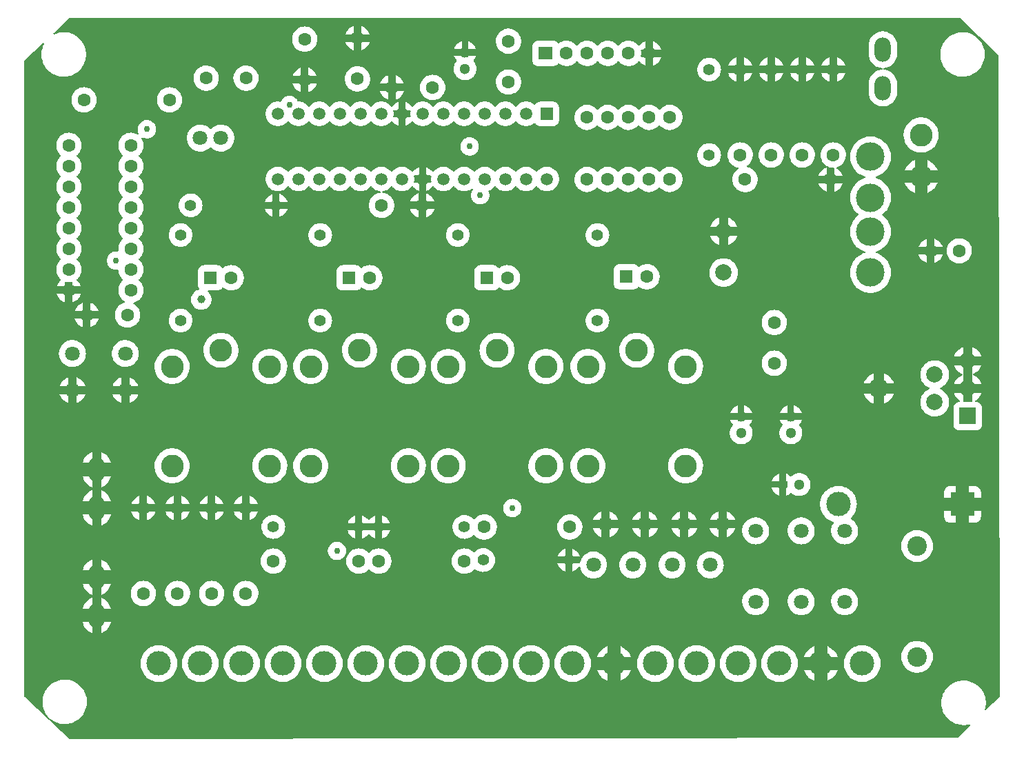
<source format=gbl>
G04 Layer: BottomLayer*
G04 EasyEDA v6.5.39, 2024-02-11 14:55:05*
G04 31a22d7060634c1a9507d93259deef13,6aaf4e428e1e4843910fb14260956013,10*
G04 Gerber Generator version 0.2*
G04 Scale: 100 percent, Rotated: No, Reflected: No *
G04 Dimensions in millimeters *
G04 leading zeros omitted , absolute positions ,4 integer and 5 decimal *
%FSLAX45Y45*%
%MOMM*%

%AMMACRO1*21,1,$1,$2,0,0,$3*%
%ADD10C,1.6000*%
%ADD11C,1.3000*%
%ADD12C,2.0000*%
%ADD13C,3.0000*%
%ADD14C,2.8000*%
%ADD15C,2.7940*%
%ADD16C,1.8000*%
%ADD17C,2.4000*%
%ADD18R,3.0000X3.0000*%
%ADD19C,3.5000*%
%ADD20MACRO1,1.6X1.6X0.0000*%
%ADD21R,1.8000X1.6000*%
%ADD22C,1.4000*%
%ADD23O,1.9999959999999999X2.999994*%
%ADD24R,1.5000X1.5000*%
%ADD25C,1.5000*%
%ADD26R,2.0000X2.0000*%
%ADD27C,0.7500*%
%ADD28C,1.0000*%
%ADD29C,0.0138*%

%LPD*%
G36*
X677316Y101600D02*
G01*
X673404Y102362D01*
X670102Y104597D01*
X584098Y190601D01*
X130200Y619302D01*
X127812Y622655D01*
X127000Y626668D01*
X127000Y8428431D01*
X127812Y8432444D01*
X130149Y8435797D01*
X351434Y8646820D01*
X354939Y8649004D01*
X358952Y8649614D01*
X362915Y8648598D01*
X366166Y8646109D01*
X368147Y8642553D01*
X368554Y8638489D01*
X367385Y8634577D01*
X365048Y8630361D01*
X355752Y8609482D01*
X348234Y8587892D01*
X342544Y8565743D01*
X338734Y8543239D01*
X336854Y8520430D01*
X336854Y8497570D01*
X338734Y8474760D01*
X342544Y8452256D01*
X348234Y8430107D01*
X355752Y8408517D01*
X365048Y8387638D01*
X376072Y8367572D01*
X388721Y8348522D01*
X402945Y8330590D01*
X418592Y8313928D01*
X435559Y8298637D01*
X453796Y8284819D01*
X473100Y8272576D01*
X493369Y8261959D01*
X514451Y8253120D01*
X536194Y8246059D01*
X558444Y8240826D01*
X581050Y8237474D01*
X603859Y8236051D01*
X626719Y8236559D01*
X649478Y8238947D01*
X671931Y8243214D01*
X693978Y8249361D01*
X715416Y8257336D01*
X736092Y8267090D01*
X755904Y8278520D01*
X774649Y8291525D01*
X792276Y8306104D01*
X808583Y8322106D01*
X823569Y8339429D01*
X836980Y8357920D01*
X848817Y8377478D01*
X858977Y8397951D01*
X867410Y8419236D01*
X874014Y8441131D01*
X878789Y8463483D01*
X881634Y8486140D01*
X882599Y8509000D01*
X881634Y8531860D01*
X878789Y8554516D01*
X874014Y8576868D01*
X867410Y8598763D01*
X858977Y8620048D01*
X848817Y8640521D01*
X836980Y8660079D01*
X823569Y8678570D01*
X808583Y8695893D01*
X792276Y8711895D01*
X774649Y8726474D01*
X755904Y8739479D01*
X736092Y8750909D01*
X715416Y8760663D01*
X693978Y8768638D01*
X671931Y8774785D01*
X649478Y8779052D01*
X626719Y8781440D01*
X603859Y8781948D01*
X581050Y8780526D01*
X558444Y8777173D01*
X536194Y8771940D01*
X514451Y8764879D01*
X495350Y8756853D01*
X491439Y8756040D01*
X487476Y8756853D01*
X484174Y8759088D01*
X481990Y8762441D01*
X481228Y8766352D01*
X482092Y8770264D01*
X484378Y8773566D01*
X670153Y8950706D01*
X673404Y8952788D01*
X677164Y8953500D01*
X11610035Y8959850D01*
X11613845Y8959088D01*
X11617096Y8956954D01*
X12087352Y8499297D01*
X12089587Y8495944D01*
X12090400Y8492032D01*
X12103100Y626567D01*
X12102287Y622655D01*
X12100052Y619302D01*
X11937695Y460959D01*
X11933936Y458622D01*
X11929567Y458114D01*
X11925350Y459536D01*
X11922150Y462584D01*
X11920575Y466750D01*
X11920880Y471170D01*
X11923014Y478231D01*
X11927789Y500583D01*
X11930634Y523240D01*
X11931599Y546100D01*
X11930634Y568960D01*
X11927789Y591616D01*
X11923014Y613968D01*
X11916410Y635863D01*
X11907977Y657148D01*
X11897817Y677621D01*
X11885980Y697179D01*
X11872569Y715670D01*
X11857583Y732993D01*
X11841276Y748995D01*
X11823649Y763574D01*
X11804904Y776579D01*
X11785092Y788009D01*
X11764416Y797763D01*
X11742978Y805738D01*
X11720931Y811885D01*
X11698478Y816152D01*
X11675719Y818540D01*
X11652859Y819048D01*
X11630050Y817625D01*
X11607444Y814273D01*
X11585194Y809040D01*
X11563451Y801979D01*
X11542369Y793140D01*
X11522100Y782523D01*
X11502796Y770280D01*
X11484559Y756462D01*
X11467592Y741172D01*
X11451945Y724458D01*
X11437721Y706577D01*
X11425072Y687527D01*
X11414048Y667461D01*
X11404752Y646582D01*
X11397234Y624992D01*
X11391544Y602843D01*
X11387734Y580339D01*
X11385854Y557530D01*
X11385854Y534670D01*
X11387734Y511860D01*
X11391544Y489356D01*
X11397234Y467207D01*
X11404752Y445617D01*
X11414048Y424738D01*
X11425072Y404672D01*
X11437721Y385622D01*
X11451945Y367690D01*
X11467592Y351028D01*
X11484559Y335737D01*
X11502796Y321919D01*
X11522100Y309676D01*
X11542369Y299059D01*
X11563451Y290220D01*
X11585194Y283159D01*
X11607444Y277926D01*
X11630050Y274574D01*
X11652859Y273151D01*
X11675719Y273659D01*
X11698478Y276047D01*
X11720931Y280314D01*
X11726976Y281990D01*
X11731396Y282244D01*
X11735511Y280568D01*
X11738508Y277266D01*
X11739829Y273050D01*
X11739219Y268681D01*
X11736832Y264922D01*
X11585346Y117195D01*
X11582095Y115062D01*
X11578285Y114300D01*
G37*

%LPC*%
G36*
X616559Y285851D02*
G01*
X639419Y286359D01*
X662178Y288747D01*
X684631Y293014D01*
X706678Y299161D01*
X728116Y307136D01*
X748792Y316890D01*
X768604Y328320D01*
X787349Y341325D01*
X804976Y355904D01*
X821283Y371906D01*
X836269Y389229D01*
X849680Y407720D01*
X861517Y427278D01*
X871677Y447751D01*
X880110Y469036D01*
X886714Y490931D01*
X891489Y513283D01*
X894334Y535940D01*
X895299Y558800D01*
X894334Y581660D01*
X891489Y604316D01*
X886714Y626668D01*
X880110Y648563D01*
X871677Y669848D01*
X861517Y690321D01*
X849680Y709879D01*
X836269Y728370D01*
X821283Y745693D01*
X804976Y761695D01*
X787349Y776274D01*
X768604Y789279D01*
X748792Y800709D01*
X728116Y810463D01*
X706678Y818438D01*
X684631Y824585D01*
X662178Y828852D01*
X639419Y831240D01*
X616559Y831748D01*
X593750Y830326D01*
X571144Y826973D01*
X548894Y821740D01*
X527151Y814679D01*
X506069Y805840D01*
X485800Y795223D01*
X466496Y782980D01*
X448259Y769162D01*
X431292Y753872D01*
X415645Y737158D01*
X401421Y719277D01*
X388772Y700227D01*
X377748Y680161D01*
X368452Y659282D01*
X360934Y637692D01*
X355244Y615543D01*
X351434Y593039D01*
X349554Y570230D01*
X349554Y547370D01*
X351434Y524560D01*
X355244Y502056D01*
X360934Y479907D01*
X368452Y458317D01*
X377748Y437438D01*
X388772Y417372D01*
X401421Y398322D01*
X415645Y380390D01*
X431292Y363728D01*
X448259Y348437D01*
X466496Y334619D01*
X485800Y322376D01*
X506069Y311759D01*
X527151Y302920D01*
X548894Y295859D01*
X571144Y290626D01*
X593750Y287274D01*
G37*
G36*
X7874000Y803198D02*
G01*
X7894828Y804164D01*
X7915452Y807059D01*
X7935722Y811834D01*
X7955483Y818438D01*
X7974533Y826820D01*
X7992719Y836980D01*
X8009890Y848766D01*
X8025892Y862076D01*
X8040624Y876808D01*
X8053933Y892810D01*
X8065719Y909980D01*
X8075879Y928166D01*
X8084261Y947216D01*
X8090865Y966978D01*
X8095640Y987247D01*
X8098536Y1007871D01*
X8099501Y1028700D01*
X8098536Y1049528D01*
X8095640Y1070152D01*
X8090865Y1090422D01*
X8084261Y1110183D01*
X8075879Y1129233D01*
X8065719Y1147419D01*
X8053933Y1164590D01*
X8040624Y1180592D01*
X8025892Y1195324D01*
X8009890Y1208633D01*
X7992719Y1220419D01*
X7974533Y1230579D01*
X7955483Y1238961D01*
X7935722Y1245565D01*
X7915452Y1250340D01*
X7894828Y1253236D01*
X7874000Y1254201D01*
X7853172Y1253236D01*
X7832547Y1250340D01*
X7812278Y1245565D01*
X7792516Y1238961D01*
X7773466Y1230579D01*
X7755280Y1220419D01*
X7738109Y1208633D01*
X7722108Y1195324D01*
X7707375Y1180592D01*
X7694066Y1164590D01*
X7682280Y1147419D01*
X7672120Y1129233D01*
X7663738Y1110183D01*
X7657134Y1090422D01*
X7652359Y1070152D01*
X7649464Y1049528D01*
X7648498Y1028700D01*
X7649464Y1007871D01*
X7652359Y987247D01*
X7657134Y966978D01*
X7663738Y947216D01*
X7672120Y928166D01*
X7682280Y909980D01*
X7694066Y892810D01*
X7707375Y876808D01*
X7722108Y862076D01*
X7738109Y848766D01*
X7755280Y836980D01*
X7773466Y826820D01*
X7792516Y818438D01*
X7812278Y811834D01*
X7832547Y807059D01*
X7853172Y804164D01*
G37*
G36*
X6858000Y803198D02*
G01*
X6878828Y804164D01*
X6899452Y807059D01*
X6919722Y811834D01*
X6939483Y818438D01*
X6958533Y826820D01*
X6976719Y836980D01*
X6993890Y848766D01*
X7009892Y862076D01*
X7024624Y876808D01*
X7037933Y892810D01*
X7049719Y909980D01*
X7059879Y928166D01*
X7068261Y947216D01*
X7074865Y966978D01*
X7079640Y987247D01*
X7082536Y1007871D01*
X7083501Y1028700D01*
X7082536Y1049528D01*
X7079640Y1070152D01*
X7074865Y1090422D01*
X7068261Y1110183D01*
X7059879Y1129233D01*
X7049719Y1147419D01*
X7037933Y1164590D01*
X7024624Y1180592D01*
X7009892Y1195324D01*
X6993890Y1208633D01*
X6976719Y1220419D01*
X6958533Y1230579D01*
X6939483Y1238961D01*
X6919722Y1245565D01*
X6899452Y1250340D01*
X6878828Y1253236D01*
X6858000Y1254201D01*
X6837172Y1253236D01*
X6816547Y1250340D01*
X6796278Y1245565D01*
X6776516Y1238961D01*
X6757466Y1230579D01*
X6739280Y1220419D01*
X6722109Y1208633D01*
X6706108Y1195324D01*
X6691375Y1180592D01*
X6678066Y1164590D01*
X6666280Y1147419D01*
X6656120Y1129233D01*
X6647738Y1110183D01*
X6641134Y1090422D01*
X6636359Y1070152D01*
X6633464Y1049528D01*
X6632498Y1028700D01*
X6633464Y1007871D01*
X6636359Y987247D01*
X6641134Y966978D01*
X6647738Y947216D01*
X6656120Y928166D01*
X6666280Y909980D01*
X6678066Y892810D01*
X6691375Y876808D01*
X6706108Y862076D01*
X6722109Y848766D01*
X6739280Y836980D01*
X6757466Y826820D01*
X6776516Y818438D01*
X6796278Y811834D01*
X6816547Y807059D01*
X6837172Y804164D01*
G37*
G36*
X4318000Y803198D02*
G01*
X4338828Y804164D01*
X4359452Y807059D01*
X4379722Y811834D01*
X4399483Y818438D01*
X4418533Y826820D01*
X4436719Y836980D01*
X4453890Y848766D01*
X4469892Y862076D01*
X4484624Y876808D01*
X4497933Y892810D01*
X4509719Y909980D01*
X4519879Y928166D01*
X4528261Y947216D01*
X4534865Y966978D01*
X4539640Y987247D01*
X4542536Y1007871D01*
X4543501Y1028700D01*
X4542536Y1049528D01*
X4539640Y1070152D01*
X4534865Y1090422D01*
X4528261Y1110183D01*
X4519879Y1129233D01*
X4509719Y1147419D01*
X4497933Y1164590D01*
X4484624Y1180592D01*
X4469892Y1195324D01*
X4453890Y1208633D01*
X4436719Y1220419D01*
X4418533Y1230579D01*
X4399483Y1238961D01*
X4379722Y1245565D01*
X4359452Y1250340D01*
X4338828Y1253236D01*
X4318000Y1254201D01*
X4297172Y1253236D01*
X4276547Y1250340D01*
X4256278Y1245565D01*
X4236516Y1238961D01*
X4217466Y1230579D01*
X4199280Y1220419D01*
X4182110Y1208633D01*
X4166108Y1195324D01*
X4151376Y1180592D01*
X4138066Y1164590D01*
X4126280Y1147419D01*
X4116120Y1129233D01*
X4107738Y1110183D01*
X4101134Y1090422D01*
X4096359Y1070152D01*
X4093464Y1049528D01*
X4092498Y1028700D01*
X4093464Y1007871D01*
X4096359Y987247D01*
X4101134Y966978D01*
X4107738Y947216D01*
X4116120Y928166D01*
X4126280Y909980D01*
X4138066Y892810D01*
X4151376Y876808D01*
X4166108Y862076D01*
X4182110Y848766D01*
X4199280Y836980D01*
X4217466Y826820D01*
X4236516Y818438D01*
X4256278Y811834D01*
X4276547Y807059D01*
X4297172Y804164D01*
G37*
G36*
X3810000Y803198D02*
G01*
X3830828Y804164D01*
X3851452Y807059D01*
X3871722Y811834D01*
X3891483Y818438D01*
X3910533Y826820D01*
X3928719Y836980D01*
X3945890Y848766D01*
X3961892Y862076D01*
X3976624Y876808D01*
X3989933Y892810D01*
X4001719Y909980D01*
X4011879Y928166D01*
X4020261Y947216D01*
X4026865Y966978D01*
X4031640Y987247D01*
X4034536Y1007871D01*
X4035501Y1028700D01*
X4034536Y1049528D01*
X4031640Y1070152D01*
X4026865Y1090422D01*
X4020261Y1110183D01*
X4011879Y1129233D01*
X4001719Y1147419D01*
X3989933Y1164590D01*
X3976624Y1180592D01*
X3961892Y1195324D01*
X3945890Y1208633D01*
X3928719Y1220419D01*
X3910533Y1230579D01*
X3891483Y1238961D01*
X3871722Y1245565D01*
X3851452Y1250340D01*
X3830828Y1253236D01*
X3810000Y1254201D01*
X3789172Y1253236D01*
X3768547Y1250340D01*
X3748278Y1245565D01*
X3728516Y1238961D01*
X3709466Y1230579D01*
X3691280Y1220419D01*
X3674110Y1208633D01*
X3658108Y1195324D01*
X3643376Y1180592D01*
X3630066Y1164590D01*
X3618280Y1147419D01*
X3608120Y1129233D01*
X3599738Y1110183D01*
X3593134Y1090422D01*
X3588359Y1070152D01*
X3585464Y1049528D01*
X3584498Y1028700D01*
X3585464Y1007871D01*
X3588359Y987247D01*
X3593134Y966978D01*
X3599738Y947216D01*
X3608120Y928166D01*
X3618280Y909980D01*
X3630066Y892810D01*
X3643376Y876808D01*
X3658108Y862076D01*
X3674110Y848766D01*
X3691280Y836980D01*
X3709466Y826820D01*
X3728516Y818438D01*
X3748278Y811834D01*
X3768547Y807059D01*
X3789172Y804164D01*
G37*
G36*
X6350000Y803198D02*
G01*
X6370828Y804164D01*
X6391452Y807059D01*
X6411722Y811834D01*
X6431483Y818438D01*
X6450533Y826820D01*
X6468719Y836980D01*
X6485890Y848766D01*
X6501892Y862076D01*
X6516624Y876808D01*
X6529933Y892810D01*
X6541719Y909980D01*
X6551879Y928166D01*
X6560261Y947216D01*
X6566865Y966978D01*
X6571640Y987247D01*
X6574536Y1007871D01*
X6575501Y1028700D01*
X6574536Y1049528D01*
X6571640Y1070152D01*
X6566865Y1090422D01*
X6560261Y1110183D01*
X6551879Y1129233D01*
X6541719Y1147419D01*
X6529933Y1164590D01*
X6516624Y1180592D01*
X6501892Y1195324D01*
X6485890Y1208633D01*
X6468719Y1220419D01*
X6450533Y1230579D01*
X6431483Y1238961D01*
X6411722Y1245565D01*
X6391452Y1250340D01*
X6370828Y1253236D01*
X6350000Y1254201D01*
X6329172Y1253236D01*
X6308547Y1250340D01*
X6288278Y1245565D01*
X6268516Y1238961D01*
X6249466Y1230579D01*
X6231280Y1220419D01*
X6214110Y1208633D01*
X6198108Y1195324D01*
X6183376Y1180592D01*
X6170066Y1164590D01*
X6158280Y1147419D01*
X6148120Y1129233D01*
X6139738Y1110183D01*
X6133134Y1090422D01*
X6128359Y1070152D01*
X6125464Y1049528D01*
X6124498Y1028700D01*
X6125464Y1007871D01*
X6128359Y987247D01*
X6133134Y966978D01*
X6139738Y947216D01*
X6148120Y928166D01*
X6158280Y909980D01*
X6170066Y892810D01*
X6183376Y876808D01*
X6198108Y862076D01*
X6214110Y848766D01*
X6231280Y836980D01*
X6249466Y826820D01*
X6268516Y818438D01*
X6288278Y811834D01*
X6308547Y807059D01*
X6329172Y804164D01*
G37*
G36*
X5334000Y803198D02*
G01*
X5354828Y804164D01*
X5375452Y807059D01*
X5395722Y811834D01*
X5415483Y818438D01*
X5434533Y826820D01*
X5452719Y836980D01*
X5469890Y848766D01*
X5485892Y862076D01*
X5500624Y876808D01*
X5513933Y892810D01*
X5525719Y909980D01*
X5535879Y928166D01*
X5544261Y947216D01*
X5550865Y966978D01*
X5555640Y987247D01*
X5558536Y1007871D01*
X5559501Y1028700D01*
X5558536Y1049528D01*
X5555640Y1070152D01*
X5550865Y1090422D01*
X5544261Y1110183D01*
X5535879Y1129233D01*
X5525719Y1147419D01*
X5513933Y1164590D01*
X5500624Y1180592D01*
X5485892Y1195324D01*
X5469890Y1208633D01*
X5452719Y1220419D01*
X5434533Y1230579D01*
X5415483Y1238961D01*
X5395722Y1245565D01*
X5375452Y1250340D01*
X5354828Y1253236D01*
X5334000Y1254201D01*
X5313172Y1253236D01*
X5292547Y1250340D01*
X5272278Y1245565D01*
X5252516Y1238961D01*
X5233466Y1230579D01*
X5215280Y1220419D01*
X5198110Y1208633D01*
X5182108Y1195324D01*
X5167376Y1180592D01*
X5154066Y1164590D01*
X5142280Y1147419D01*
X5132120Y1129233D01*
X5123738Y1110183D01*
X5117134Y1090422D01*
X5112359Y1070152D01*
X5109464Y1049528D01*
X5108498Y1028700D01*
X5109464Y1007871D01*
X5112359Y987247D01*
X5117134Y966978D01*
X5123738Y947216D01*
X5132120Y928166D01*
X5142280Y909980D01*
X5154066Y892810D01*
X5167376Y876808D01*
X5182108Y862076D01*
X5198110Y848766D01*
X5215280Y836980D01*
X5233466Y826820D01*
X5252516Y818438D01*
X5272278Y811834D01*
X5292547Y807059D01*
X5313172Y804164D01*
G37*
G36*
X4826000Y803198D02*
G01*
X4846828Y804164D01*
X4867452Y807059D01*
X4887722Y811834D01*
X4907483Y818438D01*
X4926533Y826820D01*
X4944719Y836980D01*
X4961890Y848766D01*
X4977892Y862076D01*
X4992624Y876808D01*
X5005933Y892810D01*
X5017719Y909980D01*
X5027879Y928166D01*
X5036261Y947216D01*
X5042865Y966978D01*
X5047640Y987247D01*
X5050536Y1007871D01*
X5051501Y1028700D01*
X5050536Y1049528D01*
X5047640Y1070152D01*
X5042865Y1090422D01*
X5036261Y1110183D01*
X5027879Y1129233D01*
X5017719Y1147419D01*
X5005933Y1164590D01*
X4992624Y1180592D01*
X4977892Y1195324D01*
X4961890Y1208633D01*
X4944719Y1220419D01*
X4926533Y1230579D01*
X4907483Y1238961D01*
X4887722Y1245565D01*
X4867452Y1250340D01*
X4846828Y1253236D01*
X4826000Y1254201D01*
X4805172Y1253236D01*
X4784547Y1250340D01*
X4764278Y1245565D01*
X4744516Y1238961D01*
X4725466Y1230579D01*
X4707280Y1220419D01*
X4690110Y1208633D01*
X4674108Y1195324D01*
X4659376Y1180592D01*
X4646066Y1164590D01*
X4634280Y1147419D01*
X4624120Y1129233D01*
X4615738Y1110183D01*
X4609134Y1090422D01*
X4604359Y1070152D01*
X4601464Y1049528D01*
X4600498Y1028700D01*
X4601464Y1007871D01*
X4604359Y987247D01*
X4609134Y966978D01*
X4615738Y947216D01*
X4624120Y928166D01*
X4634280Y909980D01*
X4646066Y892810D01*
X4659376Y876808D01*
X4674108Y862076D01*
X4690110Y848766D01*
X4707280Y836980D01*
X4725466Y826820D01*
X4744516Y818438D01*
X4764278Y811834D01*
X4784547Y807059D01*
X4805172Y804164D01*
G37*
G36*
X3302000Y803198D02*
G01*
X3322828Y804164D01*
X3343452Y807059D01*
X3363722Y811834D01*
X3383483Y818438D01*
X3402533Y826820D01*
X3420719Y836980D01*
X3437890Y848766D01*
X3453892Y862076D01*
X3468624Y876808D01*
X3481933Y892810D01*
X3493719Y909980D01*
X3503879Y928166D01*
X3512261Y947216D01*
X3518865Y966978D01*
X3523640Y987247D01*
X3526536Y1007871D01*
X3527501Y1028700D01*
X3526536Y1049528D01*
X3523640Y1070152D01*
X3518865Y1090422D01*
X3512261Y1110183D01*
X3503879Y1129233D01*
X3493719Y1147419D01*
X3481933Y1164590D01*
X3468624Y1180592D01*
X3453892Y1195324D01*
X3437890Y1208633D01*
X3420719Y1220419D01*
X3402533Y1230579D01*
X3383483Y1238961D01*
X3363722Y1245565D01*
X3343452Y1250340D01*
X3322828Y1253236D01*
X3302000Y1254201D01*
X3281172Y1253236D01*
X3260547Y1250340D01*
X3240278Y1245565D01*
X3220516Y1238961D01*
X3201466Y1230579D01*
X3183280Y1220419D01*
X3166110Y1208633D01*
X3150108Y1195324D01*
X3135376Y1180592D01*
X3122066Y1164590D01*
X3110280Y1147419D01*
X3100120Y1129233D01*
X3091738Y1110183D01*
X3085134Y1090422D01*
X3080359Y1070152D01*
X3077464Y1049528D01*
X3076498Y1028700D01*
X3077464Y1007871D01*
X3080359Y987247D01*
X3085134Y966978D01*
X3091738Y947216D01*
X3100120Y928166D01*
X3110280Y909980D01*
X3122066Y892810D01*
X3135376Y876808D01*
X3150108Y862076D01*
X3166110Y848766D01*
X3183280Y836980D01*
X3201466Y826820D01*
X3220516Y818438D01*
X3240278Y811834D01*
X3260547Y807059D01*
X3281172Y804164D01*
G37*
G36*
X5842000Y803198D02*
G01*
X5862828Y804164D01*
X5883452Y807059D01*
X5903722Y811834D01*
X5923483Y818438D01*
X5942533Y826820D01*
X5960719Y836980D01*
X5977890Y848766D01*
X5993892Y862076D01*
X6008624Y876808D01*
X6021933Y892810D01*
X6033719Y909980D01*
X6043879Y928166D01*
X6052261Y947216D01*
X6058865Y966978D01*
X6063640Y987247D01*
X6066536Y1007871D01*
X6067501Y1028700D01*
X6066536Y1049528D01*
X6063640Y1070152D01*
X6058865Y1090422D01*
X6052261Y1110183D01*
X6043879Y1129233D01*
X6033719Y1147419D01*
X6021933Y1164590D01*
X6008624Y1180592D01*
X5993892Y1195324D01*
X5977890Y1208633D01*
X5960719Y1220419D01*
X5942533Y1230579D01*
X5923483Y1238961D01*
X5903722Y1245565D01*
X5883452Y1250340D01*
X5862828Y1253236D01*
X5842000Y1254201D01*
X5821172Y1253236D01*
X5800547Y1250340D01*
X5780278Y1245565D01*
X5760516Y1238961D01*
X5741466Y1230579D01*
X5723280Y1220419D01*
X5706110Y1208633D01*
X5690108Y1195324D01*
X5675376Y1180592D01*
X5662066Y1164590D01*
X5650280Y1147419D01*
X5640120Y1129233D01*
X5631738Y1110183D01*
X5625134Y1090422D01*
X5620359Y1070152D01*
X5617464Y1049528D01*
X5616498Y1028700D01*
X5617464Y1007871D01*
X5620359Y987247D01*
X5625134Y966978D01*
X5631738Y947216D01*
X5640120Y928166D01*
X5650280Y909980D01*
X5662066Y892810D01*
X5675376Y876808D01*
X5690108Y862076D01*
X5706110Y848766D01*
X5723280Y836980D01*
X5741466Y826820D01*
X5760516Y818438D01*
X5780278Y811834D01*
X5800547Y807059D01*
X5821172Y804164D01*
G37*
G36*
X8890000Y803198D02*
G01*
X8910828Y804164D01*
X8931452Y807059D01*
X8951722Y811834D01*
X8971483Y818438D01*
X8990533Y826820D01*
X9008719Y836980D01*
X9025890Y848766D01*
X9041892Y862076D01*
X9056624Y876808D01*
X9069933Y892810D01*
X9081719Y909980D01*
X9091879Y928166D01*
X9100261Y947216D01*
X9106865Y966978D01*
X9111640Y987247D01*
X9114536Y1007871D01*
X9115501Y1028700D01*
X9114536Y1049528D01*
X9111640Y1070152D01*
X9106865Y1090422D01*
X9100261Y1110183D01*
X9091879Y1129233D01*
X9081719Y1147419D01*
X9069933Y1164590D01*
X9056624Y1180592D01*
X9041892Y1195324D01*
X9025890Y1208633D01*
X9008719Y1220419D01*
X8990533Y1230579D01*
X8971483Y1238961D01*
X8951722Y1245565D01*
X8931452Y1250340D01*
X8910828Y1253236D01*
X8890000Y1254201D01*
X8869172Y1253236D01*
X8848547Y1250340D01*
X8828278Y1245565D01*
X8808516Y1238961D01*
X8789466Y1230579D01*
X8771280Y1220419D01*
X8754110Y1208633D01*
X8738108Y1195324D01*
X8723376Y1180592D01*
X8710066Y1164590D01*
X8698280Y1147419D01*
X8688120Y1129233D01*
X8679738Y1110183D01*
X8673134Y1090422D01*
X8668359Y1070152D01*
X8665464Y1049528D01*
X8664498Y1028700D01*
X8665464Y1007871D01*
X8668359Y987247D01*
X8673134Y966978D01*
X8679738Y947216D01*
X8688120Y928166D01*
X8698280Y909980D01*
X8710066Y892810D01*
X8723376Y876808D01*
X8738108Y862076D01*
X8754110Y848766D01*
X8771280Y836980D01*
X8789466Y826820D01*
X8808516Y818438D01*
X8828278Y811834D01*
X8848547Y807059D01*
X8869172Y804164D01*
G37*
G36*
X9398000Y803198D02*
G01*
X9418828Y804164D01*
X9439452Y807059D01*
X9459722Y811834D01*
X9479483Y818438D01*
X9498533Y826820D01*
X9516719Y836980D01*
X9533890Y848766D01*
X9549892Y862076D01*
X9564624Y876808D01*
X9577933Y892810D01*
X9589719Y909980D01*
X9599879Y928166D01*
X9608261Y947216D01*
X9614865Y966978D01*
X9619640Y987247D01*
X9622536Y1007871D01*
X9623501Y1028700D01*
X9622536Y1049528D01*
X9619640Y1070152D01*
X9614865Y1090422D01*
X9608261Y1110183D01*
X9599879Y1129233D01*
X9589719Y1147419D01*
X9577933Y1164590D01*
X9564624Y1180592D01*
X9549892Y1195324D01*
X9533890Y1208633D01*
X9516719Y1220419D01*
X9498533Y1230579D01*
X9479483Y1238961D01*
X9459722Y1245565D01*
X9439452Y1250340D01*
X9418828Y1253236D01*
X9398000Y1254201D01*
X9377172Y1253236D01*
X9356547Y1250340D01*
X9336278Y1245565D01*
X9316516Y1238961D01*
X9297466Y1230579D01*
X9279280Y1220419D01*
X9262110Y1208633D01*
X9246108Y1195324D01*
X9231376Y1180592D01*
X9218066Y1164590D01*
X9206280Y1147419D01*
X9196120Y1129233D01*
X9187738Y1110183D01*
X9181134Y1090422D01*
X9176359Y1070152D01*
X9173464Y1049528D01*
X9172498Y1028700D01*
X9173464Y1007871D01*
X9176359Y987247D01*
X9181134Y966978D01*
X9187738Y947216D01*
X9196120Y928166D01*
X9206280Y909980D01*
X9218066Y892810D01*
X9231376Y876808D01*
X9246108Y862076D01*
X9262110Y848766D01*
X9279280Y836980D01*
X9297466Y826820D01*
X9316516Y818438D01*
X9336278Y811834D01*
X9356547Y807059D01*
X9377172Y804164D01*
G37*
G36*
X8382000Y803198D02*
G01*
X8402828Y804164D01*
X8423452Y807059D01*
X8443722Y811834D01*
X8463483Y818438D01*
X8482533Y826820D01*
X8500719Y836980D01*
X8517890Y848766D01*
X8533892Y862076D01*
X8548624Y876808D01*
X8561933Y892810D01*
X8573719Y909980D01*
X8583879Y928166D01*
X8592261Y947216D01*
X8598865Y966978D01*
X8603640Y987247D01*
X8606536Y1007871D01*
X8607501Y1028700D01*
X8606536Y1049528D01*
X8603640Y1070152D01*
X8598865Y1090422D01*
X8592261Y1110183D01*
X8583879Y1129233D01*
X8573719Y1147419D01*
X8561933Y1164590D01*
X8548624Y1180592D01*
X8533892Y1195324D01*
X8517890Y1208633D01*
X8500719Y1220419D01*
X8482533Y1230579D01*
X8463483Y1238961D01*
X8443722Y1245565D01*
X8423452Y1250340D01*
X8402828Y1253236D01*
X8382000Y1254201D01*
X8361172Y1253236D01*
X8340547Y1250340D01*
X8320278Y1245565D01*
X8300516Y1238961D01*
X8281466Y1230579D01*
X8263280Y1220419D01*
X8246109Y1208633D01*
X8230108Y1195324D01*
X8215375Y1180592D01*
X8202066Y1164590D01*
X8190280Y1147419D01*
X8180120Y1129233D01*
X8171738Y1110183D01*
X8165134Y1090422D01*
X8160359Y1070152D01*
X8157464Y1049528D01*
X8156498Y1028700D01*
X8157464Y1007871D01*
X8160359Y987247D01*
X8165134Y966978D01*
X8171738Y947216D01*
X8180120Y928166D01*
X8190280Y909980D01*
X8202066Y892810D01*
X8215375Y876808D01*
X8230108Y862076D01*
X8246109Y848766D01*
X8263280Y836980D01*
X8281466Y826820D01*
X8300516Y818438D01*
X8320278Y811834D01*
X8340547Y807059D01*
X8361172Y804164D01*
G37*
G36*
X2286000Y803198D02*
G01*
X2306828Y804164D01*
X2327452Y807059D01*
X2347722Y811834D01*
X2367483Y818438D01*
X2386533Y826820D01*
X2404719Y836980D01*
X2421890Y848766D01*
X2437892Y862076D01*
X2452624Y876808D01*
X2465933Y892810D01*
X2477719Y909980D01*
X2487879Y928166D01*
X2496261Y947216D01*
X2502865Y966978D01*
X2507640Y987247D01*
X2510536Y1007871D01*
X2511501Y1028700D01*
X2510536Y1049528D01*
X2507640Y1070152D01*
X2502865Y1090422D01*
X2496261Y1110183D01*
X2487879Y1129233D01*
X2477719Y1147419D01*
X2465933Y1164590D01*
X2452624Y1180592D01*
X2437892Y1195324D01*
X2421890Y1208633D01*
X2404719Y1220419D01*
X2386533Y1230579D01*
X2367483Y1238961D01*
X2347722Y1245565D01*
X2327452Y1250340D01*
X2306828Y1253236D01*
X2286000Y1254201D01*
X2265172Y1253236D01*
X2244547Y1250340D01*
X2224278Y1245565D01*
X2204516Y1238961D01*
X2185466Y1230579D01*
X2167280Y1220419D01*
X2150110Y1208633D01*
X2134108Y1195324D01*
X2119376Y1180592D01*
X2106066Y1164590D01*
X2094280Y1147419D01*
X2084120Y1129233D01*
X2075738Y1110183D01*
X2069134Y1090422D01*
X2064359Y1070152D01*
X2061464Y1049528D01*
X2060498Y1028700D01*
X2061464Y1007871D01*
X2064359Y987247D01*
X2069134Y966978D01*
X2075738Y947216D01*
X2084120Y928166D01*
X2094280Y909980D01*
X2106066Y892810D01*
X2119376Y876808D01*
X2134108Y862076D01*
X2150110Y848766D01*
X2167280Y836980D01*
X2185466Y826820D01*
X2204516Y818438D01*
X2224278Y811834D01*
X2244547Y807059D01*
X2265172Y804164D01*
G37*
G36*
X2794000Y803198D02*
G01*
X2814828Y804164D01*
X2835452Y807059D01*
X2855722Y811834D01*
X2875483Y818438D01*
X2894533Y826820D01*
X2912719Y836980D01*
X2929890Y848766D01*
X2945892Y862076D01*
X2960624Y876808D01*
X2973933Y892810D01*
X2985719Y909980D01*
X2995879Y928166D01*
X3004261Y947216D01*
X3010865Y966978D01*
X3015640Y987247D01*
X3018536Y1007871D01*
X3019501Y1028700D01*
X3018536Y1049528D01*
X3015640Y1070152D01*
X3010865Y1090422D01*
X3004261Y1110183D01*
X2995879Y1129233D01*
X2985719Y1147419D01*
X2973933Y1164590D01*
X2960624Y1180592D01*
X2945892Y1195324D01*
X2929890Y1208633D01*
X2912719Y1220419D01*
X2894533Y1230579D01*
X2875483Y1238961D01*
X2855722Y1245565D01*
X2835452Y1250340D01*
X2814828Y1253236D01*
X2794000Y1254201D01*
X2773172Y1253236D01*
X2752547Y1250340D01*
X2732278Y1245565D01*
X2712516Y1238961D01*
X2693466Y1230579D01*
X2675280Y1220419D01*
X2658110Y1208633D01*
X2642108Y1195324D01*
X2627376Y1180592D01*
X2614066Y1164590D01*
X2602280Y1147419D01*
X2592120Y1129233D01*
X2583738Y1110183D01*
X2577134Y1090422D01*
X2572359Y1070152D01*
X2569464Y1049528D01*
X2568498Y1028700D01*
X2569464Y1007871D01*
X2572359Y987247D01*
X2577134Y966978D01*
X2583738Y947216D01*
X2592120Y928166D01*
X2602280Y909980D01*
X2614066Y892810D01*
X2627376Y876808D01*
X2642108Y862076D01*
X2658110Y848766D01*
X2675280Y836980D01*
X2693466Y826820D01*
X2712516Y818438D01*
X2732278Y811834D01*
X2752547Y807059D01*
X2773172Y804164D01*
G37*
G36*
X10414000Y803198D02*
G01*
X10434828Y804164D01*
X10455452Y807059D01*
X10475722Y811834D01*
X10495483Y818438D01*
X10514533Y826820D01*
X10532719Y836980D01*
X10549890Y848766D01*
X10565892Y862076D01*
X10580624Y876808D01*
X10593933Y892810D01*
X10605719Y909980D01*
X10615879Y928166D01*
X10624261Y947216D01*
X10630865Y966978D01*
X10635640Y987247D01*
X10638536Y1007871D01*
X10639501Y1028700D01*
X10638536Y1049528D01*
X10635640Y1070152D01*
X10630865Y1090422D01*
X10624261Y1110183D01*
X10615879Y1129233D01*
X10605719Y1147419D01*
X10593933Y1164590D01*
X10580624Y1180592D01*
X10565892Y1195324D01*
X10549890Y1208633D01*
X10532719Y1220419D01*
X10514533Y1230579D01*
X10495483Y1238961D01*
X10475722Y1245565D01*
X10455452Y1250340D01*
X10434828Y1253236D01*
X10414000Y1254201D01*
X10393172Y1253236D01*
X10372547Y1250340D01*
X10352278Y1245565D01*
X10332516Y1238961D01*
X10313466Y1230579D01*
X10295280Y1220419D01*
X10278110Y1208633D01*
X10262108Y1195324D01*
X10247376Y1180592D01*
X10234066Y1164590D01*
X10222280Y1147419D01*
X10212120Y1129233D01*
X10203738Y1110183D01*
X10197134Y1090422D01*
X10192359Y1070152D01*
X10189464Y1049528D01*
X10188498Y1028700D01*
X10189464Y1007871D01*
X10192359Y987247D01*
X10197134Y966978D01*
X10203738Y947216D01*
X10212120Y928166D01*
X10222280Y909980D01*
X10234066Y892810D01*
X10247376Y876808D01*
X10262108Y862076D01*
X10278110Y848766D01*
X10295280Y836980D01*
X10313466Y826820D01*
X10332516Y818438D01*
X10352278Y811834D01*
X10372547Y807059D01*
X10393172Y804164D01*
G37*
G36*
X1778000Y803198D02*
G01*
X1798828Y804164D01*
X1819452Y807059D01*
X1839722Y811834D01*
X1859483Y818438D01*
X1878533Y826820D01*
X1896719Y836980D01*
X1913889Y848766D01*
X1929892Y862076D01*
X1944624Y876808D01*
X1957933Y892810D01*
X1969719Y909980D01*
X1979879Y928166D01*
X1988261Y947216D01*
X1994865Y966978D01*
X1999640Y987247D01*
X2002536Y1007871D01*
X2003501Y1028700D01*
X2002536Y1049528D01*
X1999640Y1070152D01*
X1994865Y1090422D01*
X1988261Y1110183D01*
X1979879Y1129233D01*
X1969719Y1147419D01*
X1957933Y1164590D01*
X1944624Y1180592D01*
X1929892Y1195324D01*
X1913889Y1208633D01*
X1896719Y1220419D01*
X1878533Y1230579D01*
X1859483Y1238961D01*
X1839722Y1245565D01*
X1819452Y1250340D01*
X1798828Y1253236D01*
X1778000Y1254201D01*
X1757172Y1253236D01*
X1736547Y1250340D01*
X1716278Y1245565D01*
X1696516Y1238961D01*
X1677466Y1230579D01*
X1659280Y1220419D01*
X1642110Y1208633D01*
X1626107Y1195324D01*
X1611376Y1180592D01*
X1598066Y1164590D01*
X1586280Y1147419D01*
X1576120Y1129233D01*
X1567738Y1110183D01*
X1561134Y1090422D01*
X1556359Y1070152D01*
X1553464Y1049528D01*
X1552498Y1028700D01*
X1553464Y1007871D01*
X1556359Y987247D01*
X1561134Y966978D01*
X1567738Y947216D01*
X1576120Y928166D01*
X1586280Y909980D01*
X1598066Y892810D01*
X1611376Y876808D01*
X1626107Y862076D01*
X1642110Y848766D01*
X1659280Y836980D01*
X1677466Y826820D01*
X1696516Y818438D01*
X1716278Y811834D01*
X1736547Y807059D01*
X1757172Y804164D01*
G37*
G36*
X7447330Y818388D02*
G01*
X7466533Y826820D01*
X7484719Y836980D01*
X7501890Y848766D01*
X7517892Y862076D01*
X7532624Y876808D01*
X7545933Y892810D01*
X7557719Y909980D01*
X7567879Y928166D01*
X7576312Y947369D01*
X7447330Y947369D01*
G37*
G36*
X7284669Y818388D02*
G01*
X7284669Y947369D01*
X7155688Y947369D01*
X7164120Y928166D01*
X7174280Y909980D01*
X7186066Y892810D01*
X7199375Y876808D01*
X7214108Y862076D01*
X7230109Y848766D01*
X7247280Y836980D01*
X7265466Y826820D01*
G37*
G36*
X9824669Y818388D02*
G01*
X9824669Y947369D01*
X9695688Y947369D01*
X9704120Y928166D01*
X9714280Y909980D01*
X9726066Y892810D01*
X9739376Y876808D01*
X9754108Y862076D01*
X9770110Y848766D01*
X9787280Y836980D01*
X9805466Y826820D01*
G37*
G36*
X9987330Y818388D02*
G01*
X10006533Y826820D01*
X10024719Y836980D01*
X10041890Y848766D01*
X10057892Y862076D01*
X10072624Y876808D01*
X10085933Y892810D01*
X10097719Y909980D01*
X10107879Y928166D01*
X10116312Y947369D01*
X9987330Y947369D01*
G37*
G36*
X11087100Y915212D02*
G01*
X11106251Y916127D01*
X11125250Y918971D01*
X11143843Y923594D01*
X11161928Y930097D01*
X11179251Y938276D01*
X11195710Y948131D01*
X11211102Y959561D01*
X11225326Y972464D01*
X11238230Y986688D01*
X11249660Y1002080D01*
X11259515Y1018540D01*
X11267694Y1035862D01*
X11274196Y1053947D01*
X11278819Y1072540D01*
X11281664Y1091539D01*
X11282578Y1110691D01*
X11281664Y1129842D01*
X11278819Y1148842D01*
X11274196Y1167434D01*
X11267694Y1185519D01*
X11259515Y1202842D01*
X11249660Y1219301D01*
X11238230Y1234744D01*
X11225326Y1248918D01*
X11211102Y1261821D01*
X11195710Y1273251D01*
X11179251Y1283106D01*
X11161928Y1291336D01*
X11143843Y1297787D01*
X11125250Y1302461D01*
X11106251Y1305255D01*
X11087100Y1306220D01*
X11067948Y1305255D01*
X11048949Y1302461D01*
X11030356Y1297787D01*
X11012271Y1291336D01*
X10994948Y1283106D01*
X10978489Y1273251D01*
X10963097Y1261821D01*
X10948873Y1248918D01*
X10935970Y1234744D01*
X10924540Y1219301D01*
X10914684Y1202842D01*
X10906506Y1185519D01*
X10900003Y1167434D01*
X10895380Y1148842D01*
X10892536Y1129842D01*
X10891621Y1110691D01*
X10892536Y1091539D01*
X10895380Y1072540D01*
X10900003Y1053947D01*
X10906506Y1035862D01*
X10914684Y1018540D01*
X10924540Y1002080D01*
X10935970Y986688D01*
X10948873Y972464D01*
X10963097Y959561D01*
X10978489Y948131D01*
X10994948Y938276D01*
X11012271Y930097D01*
X11030356Y923594D01*
X11048949Y918971D01*
X11067948Y916127D01*
G37*
G36*
X7447330Y1110030D02*
G01*
X7576312Y1110030D01*
X7567879Y1129233D01*
X7557719Y1147419D01*
X7545933Y1164590D01*
X7532624Y1180592D01*
X7517892Y1195324D01*
X7501890Y1208633D01*
X7484719Y1220419D01*
X7466533Y1230579D01*
X7447330Y1239012D01*
G37*
G36*
X7155688Y1110030D02*
G01*
X7284669Y1110030D01*
X7284669Y1239012D01*
X7265466Y1230579D01*
X7247280Y1220419D01*
X7230109Y1208633D01*
X7214108Y1195324D01*
X7199375Y1180592D01*
X7186066Y1164590D01*
X7174280Y1147419D01*
X7164120Y1129233D01*
G37*
G36*
X9695688Y1110030D02*
G01*
X9824669Y1110030D01*
X9824669Y1239012D01*
X9805466Y1230579D01*
X9787280Y1220419D01*
X9770110Y1208633D01*
X9754108Y1195324D01*
X9739376Y1180592D01*
X9726066Y1164590D01*
X9714280Y1147419D01*
X9704120Y1129233D01*
G37*
G36*
X9987330Y1110030D02*
G01*
X10116312Y1110030D01*
X10107879Y1129233D01*
X10097719Y1147419D01*
X10085933Y1164590D01*
X10072624Y1180592D01*
X10057892Y1195324D01*
X10041890Y1208633D01*
X10024719Y1220419D01*
X10006533Y1230579D01*
X9987330Y1239012D01*
G37*
G36*
X1072337Y1403197D02*
G01*
X1076960Y1404620D01*
X1093266Y1411630D01*
X1108811Y1420266D01*
X1123442Y1430426D01*
X1136904Y1442008D01*
X1149146Y1454861D01*
X1160018Y1468932D01*
X1169466Y1484020D01*
X1177290Y1499971D01*
X1183436Y1516684D01*
X1187907Y1533855D01*
X1188516Y1537868D01*
X1072337Y1537868D01*
G37*
G36*
X959662Y1403197D02*
G01*
X959662Y1537868D01*
X843483Y1537868D01*
X844092Y1533855D01*
X848563Y1516684D01*
X854710Y1499971D01*
X862533Y1484020D01*
X871982Y1468932D01*
X882853Y1454861D01*
X895096Y1442008D01*
X908558Y1430426D01*
X923188Y1420266D01*
X938733Y1411630D01*
X955040Y1404620D01*
G37*
G36*
X9664700Y1621993D02*
G01*
X9682276Y1622958D01*
X9699701Y1625752D01*
X9716668Y1630375D01*
X9733076Y1636776D01*
X9748723Y1644904D01*
X9763404Y1654657D01*
X9776968Y1665884D01*
X9789261Y1678533D01*
X9800132Y1692351D01*
X9809480Y1707286D01*
X9817150Y1723136D01*
X9823145Y1739696D01*
X9827310Y1756816D01*
X9829647Y1774291D01*
X9830155Y1791919D01*
X9828733Y1809445D01*
X9825482Y1826768D01*
X9820402Y1843633D01*
X9813544Y1859889D01*
X9805009Y1875282D01*
X9794849Y1889709D01*
X9783267Y1902968D01*
X9770313Y1914906D01*
X9756190Y1925421D01*
X9741001Y1934362D01*
X9724948Y1941626D01*
X9708235Y1947164D01*
X9691014Y1950872D01*
X9673488Y1952752D01*
X9655911Y1952752D01*
X9638385Y1950872D01*
X9621164Y1947164D01*
X9604451Y1941626D01*
X9588398Y1934362D01*
X9573209Y1925421D01*
X9559086Y1914906D01*
X9546132Y1902968D01*
X9534550Y1889709D01*
X9524390Y1875282D01*
X9515856Y1859889D01*
X9508998Y1843633D01*
X9503918Y1826768D01*
X9500666Y1809445D01*
X9499244Y1791919D01*
X9499752Y1774291D01*
X9502089Y1756816D01*
X9506254Y1739696D01*
X9512249Y1723136D01*
X9519920Y1707286D01*
X9529267Y1692351D01*
X9540138Y1678533D01*
X9552432Y1665884D01*
X9565995Y1654657D01*
X9580676Y1644904D01*
X9596323Y1636776D01*
X9612731Y1630375D01*
X9629698Y1625752D01*
X9647123Y1622958D01*
G37*
G36*
X9105900Y1621993D02*
G01*
X9123476Y1622958D01*
X9140901Y1625752D01*
X9157868Y1630375D01*
X9174276Y1636776D01*
X9189923Y1644904D01*
X9204604Y1654657D01*
X9218168Y1665884D01*
X9230461Y1678533D01*
X9241332Y1692351D01*
X9250680Y1707286D01*
X9258350Y1723136D01*
X9264345Y1739696D01*
X9268510Y1756816D01*
X9270847Y1774291D01*
X9271355Y1791919D01*
X9269933Y1809445D01*
X9266682Y1826768D01*
X9261602Y1843633D01*
X9254744Y1859889D01*
X9246209Y1875282D01*
X9236049Y1889709D01*
X9224467Y1902968D01*
X9211513Y1914906D01*
X9197390Y1925421D01*
X9182201Y1934362D01*
X9166148Y1941626D01*
X9149435Y1947164D01*
X9132214Y1950872D01*
X9114688Y1952752D01*
X9097111Y1952752D01*
X9079585Y1950872D01*
X9062364Y1947164D01*
X9045651Y1941626D01*
X9029598Y1934362D01*
X9014409Y1925421D01*
X9000286Y1914906D01*
X8987332Y1902968D01*
X8975750Y1889709D01*
X8965590Y1875282D01*
X8957056Y1859889D01*
X8950198Y1843633D01*
X8945118Y1826768D01*
X8941866Y1809445D01*
X8940444Y1791919D01*
X8940952Y1774291D01*
X8943289Y1756816D01*
X8947454Y1739696D01*
X8953449Y1723136D01*
X8961120Y1707286D01*
X8970467Y1692351D01*
X8981338Y1678533D01*
X8993632Y1665884D01*
X9007195Y1654657D01*
X9021876Y1644904D01*
X9037523Y1636776D01*
X9053931Y1630375D01*
X9070898Y1625752D01*
X9088323Y1622958D01*
G37*
G36*
X10198100Y1621993D02*
G01*
X10215676Y1622958D01*
X10233101Y1625752D01*
X10250068Y1630375D01*
X10266476Y1636776D01*
X10282123Y1644904D01*
X10296804Y1654657D01*
X10310368Y1665884D01*
X10322661Y1678533D01*
X10333532Y1692351D01*
X10342880Y1707286D01*
X10350550Y1723136D01*
X10356545Y1739696D01*
X10360710Y1756816D01*
X10363047Y1774291D01*
X10363555Y1791919D01*
X10362133Y1809445D01*
X10358882Y1826768D01*
X10353802Y1843633D01*
X10346944Y1859889D01*
X10338409Y1875282D01*
X10328249Y1889709D01*
X10316667Y1902968D01*
X10303713Y1914906D01*
X10289590Y1925421D01*
X10274401Y1934362D01*
X10258348Y1941626D01*
X10241635Y1947164D01*
X10224414Y1950872D01*
X10206888Y1952752D01*
X10189311Y1952752D01*
X10171785Y1950872D01*
X10154564Y1947164D01*
X10137851Y1941626D01*
X10121798Y1934362D01*
X10106609Y1925421D01*
X10092486Y1914906D01*
X10079532Y1902968D01*
X10067950Y1889709D01*
X10057790Y1875282D01*
X10049256Y1859889D01*
X10042398Y1843633D01*
X10037318Y1826768D01*
X10034066Y1809445D01*
X10032644Y1791919D01*
X10033152Y1774291D01*
X10035489Y1756816D01*
X10039654Y1739696D01*
X10045649Y1723136D01*
X10053320Y1707286D01*
X10062667Y1692351D01*
X10073538Y1678533D01*
X10085832Y1665884D01*
X10099395Y1654657D01*
X10114076Y1644904D01*
X10129723Y1636776D01*
X10146131Y1630375D01*
X10163098Y1625752D01*
X10180523Y1622958D01*
G37*
G36*
X843483Y1700530D02*
G01*
X959662Y1700530D01*
X959662Y1835200D01*
X955040Y1833778D01*
X938733Y1826768D01*
X923188Y1818132D01*
X908558Y1807972D01*
X895096Y1796389D01*
X882853Y1783537D01*
X871982Y1769465D01*
X862533Y1754378D01*
X854710Y1738426D01*
X848563Y1721713D01*
X844092Y1704543D01*
G37*
G36*
X1072337Y1700530D02*
G01*
X1188516Y1700530D01*
X1187907Y1704543D01*
X1183436Y1721713D01*
X1177290Y1738426D01*
X1169466Y1754378D01*
X1160018Y1769465D01*
X1149146Y1783537D01*
X1136904Y1796389D01*
X1123442Y1807972D01*
X1108811Y1818132D01*
X1093266Y1826768D01*
X1076960Y1833778D01*
X1072337Y1835200D01*
G37*
G36*
X1578914Y1732737D02*
G01*
X1596085Y1732737D01*
X1613103Y1734616D01*
X1629816Y1738375D01*
X1646021Y1743913D01*
X1661515Y1751228D01*
X1676095Y1760220D01*
X1689607Y1770735D01*
X1701901Y1782673D01*
X1712772Y1795881D01*
X1722170Y1810257D01*
X1729892Y1825548D01*
X1735886Y1841601D01*
X1740103Y1858162D01*
X1742439Y1875129D01*
X1742948Y1892300D01*
X1741525Y1909368D01*
X1738223Y1926183D01*
X1733143Y1942541D01*
X1726234Y1958187D01*
X1717649Y1973021D01*
X1707540Y1986838D01*
X1695907Y1999437D01*
X1683004Y2010714D01*
X1668932Y2020468D01*
X1653844Y2028596D01*
X1637995Y2035048D01*
X1621485Y2039721D01*
X1604619Y2042566D01*
X1587500Y2043480D01*
X1570380Y2042566D01*
X1553514Y2039721D01*
X1537004Y2035048D01*
X1521155Y2028596D01*
X1506067Y2020468D01*
X1491996Y2010714D01*
X1479092Y1999437D01*
X1467459Y1986838D01*
X1457350Y1973021D01*
X1448765Y1958187D01*
X1441856Y1942541D01*
X1436776Y1926183D01*
X1433474Y1909368D01*
X1432052Y1892300D01*
X1432560Y1875129D01*
X1434896Y1858162D01*
X1439113Y1841601D01*
X1445107Y1825548D01*
X1452829Y1810257D01*
X1462227Y1795881D01*
X1473098Y1782673D01*
X1485392Y1770735D01*
X1498904Y1760220D01*
X1513484Y1751228D01*
X1528978Y1743913D01*
X1545183Y1738375D01*
X1561896Y1734616D01*
G37*
G36*
X1998014Y1732737D02*
G01*
X2015185Y1732737D01*
X2032203Y1734616D01*
X2048916Y1738375D01*
X2065121Y1743913D01*
X2080615Y1751228D01*
X2095195Y1760220D01*
X2108708Y1770735D01*
X2121001Y1782673D01*
X2131872Y1795881D01*
X2141270Y1810257D01*
X2148992Y1825548D01*
X2154986Y1841601D01*
X2159203Y1858162D01*
X2161540Y1875129D01*
X2162048Y1892300D01*
X2160625Y1909368D01*
X2157323Y1926183D01*
X2152243Y1942541D01*
X2145334Y1958187D01*
X2136749Y1973021D01*
X2126640Y1986838D01*
X2115007Y1999437D01*
X2102104Y2010714D01*
X2088032Y2020468D01*
X2072944Y2028596D01*
X2057095Y2035048D01*
X2040585Y2039721D01*
X2023719Y2042566D01*
X2006600Y2043480D01*
X1989480Y2042566D01*
X1972614Y2039721D01*
X1956104Y2035048D01*
X1940255Y2028596D01*
X1925167Y2020468D01*
X1911096Y2010714D01*
X1898192Y1999437D01*
X1886559Y1986838D01*
X1876450Y1973021D01*
X1867865Y1958187D01*
X1860956Y1942541D01*
X1855876Y1926183D01*
X1852574Y1909368D01*
X1851152Y1892300D01*
X1851660Y1875129D01*
X1853996Y1858162D01*
X1858213Y1841601D01*
X1864207Y1825548D01*
X1871929Y1810257D01*
X1881327Y1795881D01*
X1892198Y1782673D01*
X1904492Y1770735D01*
X1918004Y1760220D01*
X1932584Y1751228D01*
X1948078Y1743913D01*
X1964283Y1738375D01*
X1980996Y1734616D01*
G37*
G36*
X2417114Y1732737D02*
G01*
X2434285Y1732737D01*
X2451303Y1734616D01*
X2468016Y1738375D01*
X2484221Y1743913D01*
X2499715Y1751228D01*
X2514295Y1760220D01*
X2527808Y1770735D01*
X2540101Y1782673D01*
X2550972Y1795881D01*
X2560370Y1810257D01*
X2568092Y1825548D01*
X2574086Y1841601D01*
X2578303Y1858162D01*
X2580640Y1875129D01*
X2581148Y1892300D01*
X2579725Y1909368D01*
X2576423Y1926183D01*
X2571343Y1942541D01*
X2564434Y1958187D01*
X2555849Y1973021D01*
X2545740Y1986838D01*
X2534107Y1999437D01*
X2521204Y2010714D01*
X2507132Y2020468D01*
X2492044Y2028596D01*
X2476195Y2035048D01*
X2459685Y2039721D01*
X2442819Y2042566D01*
X2425700Y2043480D01*
X2408580Y2042566D01*
X2391714Y2039721D01*
X2375204Y2035048D01*
X2359355Y2028596D01*
X2344267Y2020468D01*
X2330196Y2010714D01*
X2317292Y1999437D01*
X2305659Y1986838D01*
X2295550Y1973021D01*
X2286965Y1958187D01*
X2280056Y1942541D01*
X2274976Y1926183D01*
X2271674Y1909368D01*
X2270252Y1892300D01*
X2270760Y1875129D01*
X2273096Y1858162D01*
X2277313Y1841601D01*
X2283307Y1825548D01*
X2291029Y1810257D01*
X2300427Y1795881D01*
X2311298Y1782673D01*
X2323592Y1770735D01*
X2337104Y1760220D01*
X2351684Y1751228D01*
X2367178Y1743913D01*
X2383383Y1738375D01*
X2400096Y1734616D01*
G37*
G36*
X2836214Y1732737D02*
G01*
X2853385Y1732737D01*
X2870403Y1734616D01*
X2887116Y1738375D01*
X2903321Y1743913D01*
X2918815Y1751228D01*
X2933395Y1760220D01*
X2946908Y1770735D01*
X2959201Y1782673D01*
X2970072Y1795881D01*
X2979470Y1810257D01*
X2987192Y1825548D01*
X2993186Y1841601D01*
X2997403Y1858162D01*
X2999740Y1875129D01*
X3000248Y1892300D01*
X2998825Y1909368D01*
X2995523Y1926183D01*
X2990443Y1942541D01*
X2983534Y1958187D01*
X2974949Y1973021D01*
X2964840Y1986838D01*
X2953207Y1999437D01*
X2940304Y2010714D01*
X2926232Y2020468D01*
X2911144Y2028596D01*
X2895295Y2035048D01*
X2878785Y2039721D01*
X2861919Y2042566D01*
X2844800Y2043480D01*
X2827680Y2042566D01*
X2810814Y2039721D01*
X2794304Y2035048D01*
X2778455Y2028596D01*
X2763367Y2020468D01*
X2749296Y2010714D01*
X2736392Y1999437D01*
X2724759Y1986838D01*
X2714650Y1973021D01*
X2706065Y1958187D01*
X2699156Y1942541D01*
X2694076Y1926183D01*
X2690774Y1909368D01*
X2689352Y1892300D01*
X2689860Y1875129D01*
X2692196Y1858162D01*
X2696413Y1841601D01*
X2702407Y1825548D01*
X2710129Y1810257D01*
X2719527Y1795881D01*
X2730398Y1782673D01*
X2742692Y1770735D01*
X2756204Y1760220D01*
X2770784Y1751228D01*
X2786278Y1743913D01*
X2802483Y1738375D01*
X2819196Y1734616D01*
G37*
G36*
X1072337Y1873199D02*
G01*
X1076960Y1874621D01*
X1093266Y1881632D01*
X1108811Y1890268D01*
X1123442Y1900428D01*
X1136904Y1912010D01*
X1149146Y1924862D01*
X1160018Y1938934D01*
X1169466Y1954022D01*
X1177290Y1969973D01*
X1183436Y1986686D01*
X1187907Y2003856D01*
X1188516Y2007870D01*
X1072337Y2007870D01*
G37*
G36*
X959662Y1873199D02*
G01*
X959662Y2007870D01*
X843483Y2007870D01*
X844092Y2003856D01*
X848563Y1986686D01*
X854710Y1969973D01*
X862533Y1954022D01*
X871982Y1938934D01*
X882853Y1924862D01*
X895096Y1912010D01*
X908558Y1900428D01*
X923188Y1890268D01*
X938733Y1881632D01*
X955040Y1874621D01*
G37*
G36*
X8069580Y2073960D02*
G01*
X8087207Y2073960D01*
X8104733Y2075789D01*
X8121954Y2079548D01*
X8138668Y2085086D01*
X8154720Y2092350D01*
X8169909Y2101291D01*
X8184032Y2111806D01*
X8196986Y2123744D01*
X8208568Y2137003D01*
X8218728Y2151430D01*
X8227263Y2166823D01*
X8234070Y2183079D01*
X8239150Y2199944D01*
X8242452Y2217216D01*
X8243824Y2234793D01*
X8243366Y2252421D01*
X8241030Y2269845D01*
X8236864Y2286965D01*
X8230870Y2303526D01*
X8223199Y2319375D01*
X8213852Y2334310D01*
X8202980Y2348179D01*
X8190687Y2360777D01*
X8177123Y2372055D01*
X8162442Y2381758D01*
X8146796Y2389886D01*
X8130387Y2396337D01*
X8113369Y2400960D01*
X8095996Y2403754D01*
X8078419Y2404719D01*
X8060842Y2403754D01*
X8043418Y2400960D01*
X8026450Y2396337D01*
X8010042Y2389886D01*
X7994396Y2381758D01*
X7979714Y2372055D01*
X7966151Y2360777D01*
X7953857Y2348179D01*
X7942986Y2334310D01*
X7933639Y2319375D01*
X7925917Y2303526D01*
X7919974Y2286965D01*
X7915757Y2269845D01*
X7913420Y2252421D01*
X7912963Y2234793D01*
X7914386Y2217216D01*
X7917637Y2199944D01*
X7922717Y2183079D01*
X7929575Y2166823D01*
X7938109Y2151430D01*
X7948218Y2137003D01*
X7959852Y2123744D01*
X7972806Y2111806D01*
X7986928Y2101291D01*
X8002117Y2092350D01*
X8018119Y2085086D01*
X8034883Y2079548D01*
X8052104Y2075789D01*
G37*
G36*
X8539480Y2073960D02*
G01*
X8557107Y2073960D01*
X8574633Y2075789D01*
X8591854Y2079548D01*
X8608568Y2085086D01*
X8624620Y2092350D01*
X8639810Y2101291D01*
X8653932Y2111806D01*
X8666886Y2123744D01*
X8678468Y2137003D01*
X8688628Y2151430D01*
X8697163Y2166823D01*
X8703970Y2183079D01*
X8709050Y2199944D01*
X8712352Y2217216D01*
X8713724Y2234793D01*
X8713266Y2252421D01*
X8710930Y2269845D01*
X8706764Y2286965D01*
X8700770Y2303526D01*
X8693099Y2319375D01*
X8683752Y2334310D01*
X8672880Y2348179D01*
X8660587Y2360777D01*
X8647023Y2372055D01*
X8632342Y2381758D01*
X8616696Y2389886D01*
X8600287Y2396337D01*
X8583269Y2400960D01*
X8565896Y2403754D01*
X8548319Y2404719D01*
X8530742Y2403754D01*
X8513318Y2400960D01*
X8496350Y2396337D01*
X8479942Y2389886D01*
X8464296Y2381758D01*
X8449614Y2372055D01*
X8436051Y2360777D01*
X8423757Y2348179D01*
X8412886Y2334310D01*
X8403539Y2319375D01*
X8395817Y2303526D01*
X8389874Y2286965D01*
X8385657Y2269845D01*
X8383320Y2252421D01*
X8382863Y2234793D01*
X8384286Y2217216D01*
X8387537Y2199944D01*
X8392617Y2183079D01*
X8399475Y2166823D01*
X8408009Y2151430D01*
X8418118Y2137003D01*
X8429752Y2123744D01*
X8442706Y2111806D01*
X8456828Y2101291D01*
X8472017Y2092350D01*
X8488019Y2085086D01*
X8504783Y2079548D01*
X8522004Y2075789D01*
G37*
G36*
X7586980Y2073960D02*
G01*
X7604607Y2073960D01*
X7622133Y2075789D01*
X7639354Y2079548D01*
X7656068Y2085086D01*
X7672120Y2092350D01*
X7687309Y2101291D01*
X7701432Y2111806D01*
X7714386Y2123744D01*
X7725968Y2137003D01*
X7736128Y2151430D01*
X7744663Y2166823D01*
X7751470Y2183079D01*
X7756550Y2199944D01*
X7759852Y2217216D01*
X7761224Y2234793D01*
X7760766Y2252421D01*
X7758430Y2269845D01*
X7754264Y2286965D01*
X7748270Y2303526D01*
X7740599Y2319375D01*
X7731252Y2334310D01*
X7720380Y2348179D01*
X7708087Y2360777D01*
X7694523Y2372055D01*
X7679842Y2381758D01*
X7664196Y2389886D01*
X7647787Y2396337D01*
X7630769Y2400960D01*
X7613396Y2403754D01*
X7595819Y2404719D01*
X7578242Y2403754D01*
X7560818Y2400960D01*
X7543850Y2396337D01*
X7527442Y2389886D01*
X7511796Y2381758D01*
X7497114Y2372055D01*
X7483551Y2360777D01*
X7471257Y2348179D01*
X7460386Y2334310D01*
X7451039Y2319375D01*
X7443317Y2303526D01*
X7437374Y2286965D01*
X7433157Y2269845D01*
X7430820Y2252421D01*
X7430363Y2234793D01*
X7431786Y2217216D01*
X7435037Y2199944D01*
X7440117Y2183079D01*
X7446975Y2166823D01*
X7455509Y2151430D01*
X7465618Y2137003D01*
X7477252Y2123744D01*
X7490206Y2111806D01*
X7504328Y2101291D01*
X7519517Y2092350D01*
X7535519Y2085086D01*
X7552283Y2079548D01*
X7569504Y2075789D01*
G37*
G36*
X7104380Y2073960D02*
G01*
X7122007Y2073960D01*
X7139533Y2075789D01*
X7156754Y2079548D01*
X7173468Y2085086D01*
X7189520Y2092350D01*
X7204709Y2101291D01*
X7218832Y2111806D01*
X7231786Y2123744D01*
X7243368Y2137003D01*
X7253528Y2151430D01*
X7262063Y2166823D01*
X7268870Y2183079D01*
X7273950Y2199944D01*
X7277252Y2217216D01*
X7278624Y2234793D01*
X7278166Y2252421D01*
X7275830Y2269845D01*
X7271664Y2286965D01*
X7265670Y2303526D01*
X7257999Y2319375D01*
X7248652Y2334310D01*
X7237780Y2348179D01*
X7225487Y2360777D01*
X7211923Y2372055D01*
X7197242Y2381758D01*
X7181596Y2389886D01*
X7165187Y2396337D01*
X7148169Y2400960D01*
X7130796Y2403754D01*
X7113219Y2404719D01*
X7095642Y2403754D01*
X7078218Y2400960D01*
X7061250Y2396337D01*
X7044842Y2389886D01*
X7029196Y2381758D01*
X7014514Y2372055D01*
X7000951Y2360777D01*
X6988657Y2348179D01*
X6977786Y2334310D01*
X6968439Y2319375D01*
X6960717Y2303526D01*
X6954774Y2286965D01*
X6950557Y2269845D01*
X6950100Y2266137D01*
X6948982Y2262682D01*
X6946696Y2259888D01*
X6943598Y2258009D01*
X6939991Y2257348D01*
X6852869Y2257348D01*
X6852869Y2159355D01*
X6856475Y2160320D01*
X6871919Y2166366D01*
X6886651Y2174087D01*
X6900367Y2183485D01*
X6912914Y2194356D01*
X6924141Y2206599D01*
X6931761Y2217115D01*
X6934657Y2219756D01*
X6938314Y2221179D01*
X6942226Y2221077D01*
X6945782Y2219452D01*
X6948525Y2216658D01*
X6949948Y2213000D01*
X6952437Y2199944D01*
X6957517Y2183079D01*
X6964375Y2166823D01*
X6972909Y2151430D01*
X6983018Y2137003D01*
X6994652Y2123744D01*
X7007606Y2111806D01*
X7021728Y2101291D01*
X7036917Y2092350D01*
X7052919Y2085086D01*
X7069683Y2079548D01*
X7086904Y2075789D01*
G37*
G36*
X3179114Y2130552D02*
G01*
X3196234Y2131060D01*
X3213201Y2133396D01*
X3229813Y2137613D01*
X3245866Y2143607D01*
X3261156Y2151329D01*
X3275482Y2160727D01*
X3288741Y2171598D01*
X3300679Y2183892D01*
X3311194Y2197404D01*
X3320135Y2211984D01*
X3327450Y2227478D01*
X3333038Y2243683D01*
X3336798Y2260396D01*
X3338677Y2277414D01*
X3338677Y2294585D01*
X3336798Y2311603D01*
X3333038Y2328316D01*
X3327450Y2344521D01*
X3320135Y2360015D01*
X3311194Y2374595D01*
X3300679Y2388108D01*
X3288741Y2400401D01*
X3275482Y2411272D01*
X3261156Y2420670D01*
X3245866Y2428392D01*
X3229813Y2434386D01*
X3213201Y2438603D01*
X3196234Y2440940D01*
X3179114Y2441448D01*
X3162046Y2440025D01*
X3145231Y2436723D01*
X3128873Y2431643D01*
X3113176Y2424734D01*
X3098342Y2416149D01*
X3084576Y2406040D01*
X3071926Y2394407D01*
X3060700Y2381504D01*
X3050946Y2367432D01*
X3042767Y2352344D01*
X3036316Y2336495D01*
X3031693Y2319985D01*
X3028848Y2303119D01*
X3027934Y2286000D01*
X3028848Y2268880D01*
X3031693Y2252014D01*
X3036316Y2235504D01*
X3042767Y2219655D01*
X3050946Y2204567D01*
X3060700Y2190496D01*
X3071926Y2177592D01*
X3084576Y2165959D01*
X3098342Y2155850D01*
X3113176Y2147265D01*
X3128873Y2140356D01*
X3145231Y2135276D01*
X3162046Y2131974D01*
G37*
G36*
X5524500Y2130552D02*
G01*
X5541670Y2131060D01*
X5558637Y2133396D01*
X5575198Y2137613D01*
X5591251Y2143607D01*
X5606542Y2151329D01*
X5620918Y2160727D01*
X5634126Y2171598D01*
X5646064Y2183892D01*
X5649925Y2188870D01*
X5653176Y2191562D01*
X5657240Y2192731D01*
X5661456Y2192172D01*
X5665012Y2189886D01*
X5679389Y2178608D01*
X5693613Y2170023D01*
X5708700Y2163114D01*
X5724499Y2157984D01*
X5740806Y2154682D01*
X5757367Y2153259D01*
X5773928Y2153716D01*
X5790387Y2156104D01*
X5806440Y2160320D01*
X5821934Y2166366D01*
X5836615Y2174087D01*
X5850331Y2183485D01*
X5862878Y2194356D01*
X5874156Y2206599D01*
X5883910Y2220061D01*
X5892088Y2234488D01*
X5898540Y2249830D01*
X5903214Y2265730D01*
X5906058Y2282139D01*
X5906973Y2298700D01*
X5906058Y2315260D01*
X5903214Y2331669D01*
X5898540Y2347569D01*
X5892088Y2362911D01*
X5883910Y2377338D01*
X5874156Y2390800D01*
X5862878Y2403043D01*
X5850331Y2413914D01*
X5836615Y2423312D01*
X5821934Y2431034D01*
X5806440Y2437079D01*
X5790387Y2441295D01*
X5773928Y2443683D01*
X5757367Y2444140D01*
X5740806Y2442718D01*
X5724499Y2439416D01*
X5708700Y2434285D01*
X5693613Y2427376D01*
X5679389Y2418791D01*
X5666232Y2408631D01*
X5654294Y2397099D01*
X5650433Y2393746D01*
X5646369Y2392680D01*
X5642152Y2393391D01*
X5638647Y2395778D01*
X5634126Y2400401D01*
X5620918Y2411272D01*
X5606542Y2420670D01*
X5591251Y2428392D01*
X5575198Y2434386D01*
X5558637Y2438603D01*
X5541670Y2440940D01*
X5524500Y2441448D01*
X5507431Y2440025D01*
X5490616Y2436723D01*
X5474258Y2431643D01*
X5458612Y2424734D01*
X5443778Y2416149D01*
X5429961Y2406040D01*
X5417362Y2394407D01*
X5406085Y2381504D01*
X5396331Y2367432D01*
X5388203Y2352344D01*
X5381752Y2336495D01*
X5377078Y2319985D01*
X5374233Y2303119D01*
X5373319Y2286000D01*
X5374233Y2268880D01*
X5377078Y2252014D01*
X5381752Y2235504D01*
X5388203Y2219655D01*
X5396331Y2204567D01*
X5406085Y2190496D01*
X5417362Y2177592D01*
X5429961Y2165959D01*
X5443778Y2155850D01*
X5458612Y2147265D01*
X5474258Y2140356D01*
X5490616Y2135276D01*
X5507431Y2131974D01*
G37*
G36*
X4229100Y2130552D02*
G01*
X4246270Y2131060D01*
X4263237Y2133396D01*
X4279798Y2137613D01*
X4295851Y2143607D01*
X4311142Y2151329D01*
X4325518Y2160727D01*
X4338726Y2171598D01*
X4348886Y2182063D01*
X4352340Y2184349D01*
X4356455Y2185111D01*
X4360468Y2184146D01*
X4363821Y2181606D01*
X4367326Y2177592D01*
X4379976Y2165959D01*
X4393742Y2155850D01*
X4408576Y2147265D01*
X4424273Y2140356D01*
X4440631Y2135276D01*
X4457446Y2131974D01*
X4474514Y2130552D01*
X4491634Y2131060D01*
X4508601Y2133396D01*
X4525213Y2137613D01*
X4541266Y2143607D01*
X4556556Y2151329D01*
X4570882Y2160727D01*
X4584141Y2171598D01*
X4596079Y2183892D01*
X4606594Y2197404D01*
X4615535Y2211984D01*
X4622850Y2227478D01*
X4628438Y2243683D01*
X4632198Y2260396D01*
X4634077Y2277414D01*
X4634077Y2294585D01*
X4632198Y2311603D01*
X4628438Y2328316D01*
X4622850Y2344521D01*
X4615535Y2360015D01*
X4606594Y2374595D01*
X4596079Y2388108D01*
X4584141Y2400401D01*
X4570882Y2411272D01*
X4556556Y2420670D01*
X4541266Y2428392D01*
X4525213Y2434386D01*
X4508601Y2438603D01*
X4491634Y2440940D01*
X4474514Y2441448D01*
X4457446Y2440025D01*
X4440631Y2436723D01*
X4424273Y2431643D01*
X4408576Y2424734D01*
X4393742Y2416149D01*
X4379976Y2406040D01*
X4367326Y2394407D01*
X4363821Y2390394D01*
X4360468Y2387854D01*
X4356455Y2386888D01*
X4352340Y2387650D01*
X4348886Y2389936D01*
X4338726Y2400401D01*
X4325518Y2411272D01*
X4311142Y2420670D01*
X4295851Y2428392D01*
X4279798Y2434386D01*
X4263237Y2438603D01*
X4246270Y2440940D01*
X4229100Y2441448D01*
X4212031Y2440025D01*
X4195216Y2436723D01*
X4178858Y2431643D01*
X4163212Y2424734D01*
X4148378Y2416149D01*
X4134561Y2406040D01*
X4121962Y2394407D01*
X4110685Y2381504D01*
X4100931Y2367432D01*
X4092803Y2352344D01*
X4086351Y2336495D01*
X4081678Y2319985D01*
X4078833Y2303119D01*
X4077919Y2286000D01*
X4078833Y2268880D01*
X4081678Y2252014D01*
X4086351Y2235504D01*
X4092803Y2219655D01*
X4100931Y2204567D01*
X4110685Y2190496D01*
X4121962Y2177592D01*
X4134561Y2165959D01*
X4148378Y2155850D01*
X4163212Y2147265D01*
X4178858Y2140356D01*
X4195216Y2135276D01*
X4212031Y2131974D01*
G37*
G36*
X6770166Y2159406D02*
G01*
X6770166Y2257348D01*
X6672021Y2257348D01*
X6677507Y2242058D01*
X6684822Y2227173D01*
X6693814Y2213203D01*
X6704330Y2200300D01*
X6716217Y2188768D01*
X6729374Y2178608D01*
X6743598Y2170023D01*
X6758736Y2163114D01*
G37*
G36*
X843483Y2170531D02*
G01*
X959662Y2170531D01*
X959662Y2305202D01*
X955040Y2303780D01*
X938733Y2296769D01*
X923188Y2288133D01*
X908558Y2277973D01*
X895096Y2266391D01*
X882853Y2253538D01*
X871982Y2239467D01*
X862533Y2224379D01*
X854710Y2208428D01*
X848563Y2191715D01*
X844092Y2174544D01*
G37*
G36*
X1072337Y2170531D02*
G01*
X1188516Y2170531D01*
X1187907Y2174544D01*
X1183436Y2191715D01*
X1177290Y2208428D01*
X1169466Y2224379D01*
X1160018Y2239467D01*
X1149146Y2253538D01*
X1136904Y2266391D01*
X1123442Y2277973D01*
X1108811Y2288133D01*
X1093266Y2296769D01*
X1076960Y2303780D01*
X1072337Y2305202D01*
G37*
G36*
X11087100Y2275179D02*
G01*
X11106251Y2276144D01*
X11125250Y2278938D01*
X11143843Y2283612D01*
X11161928Y2290064D01*
X11179251Y2298293D01*
X11195710Y2308148D01*
X11211102Y2319578D01*
X11225326Y2332482D01*
X11238230Y2346655D01*
X11249660Y2362098D01*
X11259515Y2378557D01*
X11267694Y2395880D01*
X11274196Y2413965D01*
X11278819Y2432558D01*
X11281664Y2451557D01*
X11282578Y2470708D01*
X11281664Y2489860D01*
X11278819Y2508859D01*
X11274196Y2527452D01*
X11267694Y2545537D01*
X11259515Y2562860D01*
X11249660Y2579319D01*
X11238230Y2594711D01*
X11225326Y2608935D01*
X11211102Y2621838D01*
X11195710Y2633268D01*
X11179251Y2643124D01*
X11161928Y2651302D01*
X11143843Y2657754D01*
X11125250Y2662428D01*
X11106251Y2665272D01*
X11087100Y2666187D01*
X11067948Y2665272D01*
X11048949Y2662428D01*
X11030356Y2657754D01*
X11012271Y2651302D01*
X10994948Y2643124D01*
X10978489Y2633268D01*
X10963097Y2621838D01*
X10948873Y2608935D01*
X10935970Y2594711D01*
X10924540Y2579319D01*
X10914684Y2562860D01*
X10906506Y2545537D01*
X10900003Y2527452D01*
X10895380Y2508859D01*
X10892536Y2489860D01*
X10891621Y2470708D01*
X10892536Y2451557D01*
X10895380Y2432558D01*
X10900003Y2413965D01*
X10906506Y2395880D01*
X10914684Y2378557D01*
X10924540Y2362098D01*
X10935970Y2346655D01*
X10948873Y2332482D01*
X10963097Y2319578D01*
X10978489Y2308148D01*
X10994948Y2298293D01*
X11012271Y2290064D01*
X11030356Y2283612D01*
X11048949Y2278938D01*
X11067948Y2276144D01*
G37*
G36*
X3969461Y2298700D02*
G01*
X3983888Y2300122D01*
X3998010Y2303322D01*
X4011574Y2308301D01*
X4024426Y2315006D01*
X4036263Y2323287D01*
X4046982Y2333040D01*
X4056379Y2344064D01*
X4064304Y2356205D01*
X4070553Y2369261D01*
X4075125Y2382977D01*
X4077919Y2397201D01*
X4078833Y2411628D01*
X4077919Y2426106D01*
X4075125Y2440279D01*
X4070553Y2454046D01*
X4064304Y2467102D01*
X4056379Y2479243D01*
X4046982Y2490266D01*
X4036263Y2499969D01*
X4024426Y2508250D01*
X4011574Y2514955D01*
X3998010Y2519984D01*
X3983888Y2523185D01*
X3969461Y2524556D01*
X3954983Y2524099D01*
X3940708Y2521813D01*
X3926840Y2517698D01*
X3913581Y2511806D01*
X3901186Y2504287D01*
X3889857Y2495296D01*
X3879799Y2484882D01*
X3871163Y2473299D01*
X3864051Y2460650D01*
X3858615Y2447239D01*
X3854958Y2433218D01*
X3853078Y2418892D01*
X3853078Y2404414D01*
X3854958Y2390038D01*
X3858615Y2376017D01*
X3864051Y2362606D01*
X3871163Y2350008D01*
X3879799Y2338374D01*
X3889857Y2328011D01*
X3901186Y2318969D01*
X3913581Y2311450D01*
X3926840Y2305608D01*
X3940708Y2301494D01*
X3954983Y2299157D01*
G37*
G36*
X6852869Y2340051D02*
G01*
X6950760Y2340051D01*
X6948525Y2347569D01*
X6942074Y2362911D01*
X6933895Y2377338D01*
X6924141Y2390800D01*
X6912914Y2403043D01*
X6900367Y2413914D01*
X6886651Y2423312D01*
X6871919Y2431034D01*
X6856475Y2437079D01*
X6852869Y2438044D01*
G37*
G36*
X6672021Y2340051D02*
G01*
X6770166Y2340051D01*
X6770166Y2437993D01*
X6758736Y2434285D01*
X6743598Y2427376D01*
X6729374Y2418791D01*
X6716217Y2408631D01*
X6704330Y2397099D01*
X6693814Y2384196D01*
X6684822Y2370226D01*
X6677507Y2355342D01*
G37*
G36*
X9105900Y2491994D02*
G01*
X9123476Y2492959D01*
X9140901Y2495753D01*
X9157868Y2500376D01*
X9174276Y2506776D01*
X9189923Y2514904D01*
X9204604Y2524658D01*
X9218168Y2535885D01*
X9230461Y2548534D01*
X9241332Y2562402D01*
X9250680Y2577338D01*
X9258350Y2593136D01*
X9264345Y2609748D01*
X9268510Y2626817D01*
X9270847Y2644292D01*
X9271355Y2661920D01*
X9269933Y2679446D01*
X9266682Y2696768D01*
X9261602Y2713634D01*
X9254744Y2729890D01*
X9246209Y2745282D01*
X9236049Y2759710D01*
X9224467Y2772968D01*
X9211513Y2784906D01*
X9197390Y2795422D01*
X9182201Y2804363D01*
X9166148Y2811627D01*
X9149435Y2817164D01*
X9132214Y2820873D01*
X9114688Y2822752D01*
X9097111Y2822752D01*
X9079585Y2820873D01*
X9062364Y2817164D01*
X9045651Y2811627D01*
X9029598Y2804363D01*
X9014409Y2795422D01*
X9000286Y2784906D01*
X8987332Y2772968D01*
X8975750Y2759710D01*
X8965590Y2745282D01*
X8957056Y2729890D01*
X8950198Y2713634D01*
X8945118Y2696768D01*
X8941866Y2679446D01*
X8940444Y2661920D01*
X8940952Y2644292D01*
X8943289Y2626817D01*
X8947454Y2609748D01*
X8953449Y2593136D01*
X8961120Y2577338D01*
X8970467Y2562402D01*
X8981338Y2548534D01*
X8993632Y2535885D01*
X9007195Y2524658D01*
X9021876Y2514904D01*
X9037523Y2506776D01*
X9053931Y2500376D01*
X9070898Y2495753D01*
X9088323Y2492959D01*
G37*
G36*
X9664700Y2491994D02*
G01*
X9682276Y2492959D01*
X9699701Y2495753D01*
X9716668Y2500376D01*
X9733076Y2506776D01*
X9748723Y2514904D01*
X9763404Y2524658D01*
X9776968Y2535885D01*
X9789261Y2548534D01*
X9800132Y2562402D01*
X9809480Y2577338D01*
X9817150Y2593136D01*
X9823145Y2609748D01*
X9827310Y2626817D01*
X9829647Y2644292D01*
X9830155Y2661920D01*
X9828733Y2679446D01*
X9825482Y2696768D01*
X9820402Y2713634D01*
X9813544Y2729890D01*
X9805009Y2745282D01*
X9794849Y2759710D01*
X9783267Y2772968D01*
X9770313Y2784906D01*
X9756190Y2795422D01*
X9741001Y2804363D01*
X9724948Y2811627D01*
X9708235Y2817164D01*
X9691014Y2820873D01*
X9673488Y2822752D01*
X9655911Y2822752D01*
X9638385Y2820873D01*
X9621164Y2817164D01*
X9604451Y2811627D01*
X9588398Y2804363D01*
X9573209Y2795422D01*
X9559086Y2784906D01*
X9546132Y2772968D01*
X9534550Y2759710D01*
X9524390Y2745282D01*
X9515856Y2729890D01*
X9508998Y2713634D01*
X9503918Y2696768D01*
X9500666Y2679446D01*
X9499244Y2661920D01*
X9499752Y2644292D01*
X9502089Y2626817D01*
X9506254Y2609748D01*
X9512249Y2593136D01*
X9519920Y2577338D01*
X9529267Y2562402D01*
X9540138Y2548534D01*
X9552432Y2535885D01*
X9565995Y2524658D01*
X9580676Y2514904D01*
X9596323Y2506776D01*
X9612731Y2500376D01*
X9629698Y2495753D01*
X9647123Y2492959D01*
G37*
G36*
X10198100Y2491994D02*
G01*
X10215676Y2492959D01*
X10233101Y2495753D01*
X10250068Y2500376D01*
X10266476Y2506776D01*
X10282123Y2514904D01*
X10296804Y2524658D01*
X10310368Y2535885D01*
X10322661Y2548534D01*
X10333532Y2562402D01*
X10342880Y2577338D01*
X10350550Y2593136D01*
X10356545Y2609748D01*
X10360710Y2626817D01*
X10363047Y2644292D01*
X10363555Y2661920D01*
X10362133Y2679446D01*
X10358882Y2696768D01*
X10353802Y2713634D01*
X10346944Y2729890D01*
X10338409Y2745282D01*
X10328249Y2759710D01*
X10316667Y2772968D01*
X10303713Y2784906D01*
X10289590Y2795422D01*
X10276840Y2802940D01*
X10274046Y2805328D01*
X10272318Y2808579D01*
X10271861Y2812237D01*
X10272725Y2815844D01*
X10274808Y2818841D01*
X10288524Y2832608D01*
X10301833Y2848610D01*
X10313619Y2865780D01*
X10323779Y2883966D01*
X10332161Y2903016D01*
X10338765Y2922778D01*
X10343540Y2943047D01*
X10346436Y2963672D01*
X10347401Y2984500D01*
X10346436Y3005328D01*
X10343540Y3025952D01*
X10338765Y3046222D01*
X10332161Y3065983D01*
X10323779Y3085033D01*
X10313619Y3103219D01*
X10301833Y3120390D01*
X10288524Y3136392D01*
X10273792Y3151124D01*
X10257790Y3164433D01*
X10240619Y3176219D01*
X10222433Y3186379D01*
X10203383Y3194761D01*
X10183622Y3201365D01*
X10163352Y3206140D01*
X10142728Y3209036D01*
X10121900Y3210001D01*
X10101072Y3209036D01*
X10080447Y3206140D01*
X10060178Y3201365D01*
X10040416Y3194761D01*
X10021366Y3186379D01*
X10003180Y3176219D01*
X9986010Y3164433D01*
X9970008Y3151124D01*
X9955276Y3136392D01*
X9941966Y3120390D01*
X9930180Y3103219D01*
X9920020Y3085033D01*
X9911638Y3065983D01*
X9905034Y3046222D01*
X9900259Y3025952D01*
X9897364Y3005328D01*
X9896398Y2984500D01*
X9897364Y2963672D01*
X9900259Y2943047D01*
X9905034Y2922778D01*
X9911638Y2903016D01*
X9920020Y2883966D01*
X9930180Y2865780D01*
X9941966Y2848610D01*
X9955276Y2832608D01*
X9970008Y2817876D01*
X9986010Y2804566D01*
X10003180Y2792780D01*
X10021366Y2782620D01*
X10040416Y2774238D01*
X10058044Y2768346D01*
X10061295Y2766517D01*
X10063683Y2763621D01*
X10064902Y2760014D01*
X10064699Y2756255D01*
X10063124Y2752852D01*
X10057790Y2745282D01*
X10049256Y2729890D01*
X10042398Y2713634D01*
X10037318Y2696768D01*
X10034066Y2679446D01*
X10032644Y2661920D01*
X10033152Y2644292D01*
X10035489Y2626817D01*
X10039654Y2609748D01*
X10045649Y2593136D01*
X10053320Y2577338D01*
X10062667Y2562402D01*
X10073538Y2548534D01*
X10085832Y2535885D01*
X10099395Y2524658D01*
X10114076Y2514904D01*
X10129723Y2506776D01*
X10146131Y2500376D01*
X10163098Y2495753D01*
X10180523Y2492959D01*
G37*
G36*
X6819900Y2549652D02*
G01*
X6837070Y2550160D01*
X6854037Y2552496D01*
X6870598Y2556713D01*
X6886651Y2562707D01*
X6901942Y2570429D01*
X6916318Y2579827D01*
X6929526Y2590698D01*
X6941464Y2602992D01*
X6951980Y2616504D01*
X6960971Y2631084D01*
X6968286Y2646578D01*
X6973824Y2662783D01*
X6977583Y2679496D01*
X6979462Y2696514D01*
X6979462Y2713685D01*
X6977583Y2730703D01*
X6973824Y2747416D01*
X6968286Y2763621D01*
X6960971Y2779115D01*
X6951980Y2793695D01*
X6941464Y2807208D01*
X6929526Y2819501D01*
X6916318Y2830372D01*
X6901942Y2839770D01*
X6886651Y2847492D01*
X6870598Y2853486D01*
X6854037Y2857703D01*
X6837070Y2860040D01*
X6819900Y2860548D01*
X6802831Y2859125D01*
X6786016Y2855823D01*
X6769658Y2850743D01*
X6754012Y2843834D01*
X6739178Y2835249D01*
X6725361Y2825140D01*
X6712762Y2813507D01*
X6701485Y2800604D01*
X6691731Y2786532D01*
X6683603Y2771444D01*
X6677152Y2755595D01*
X6672478Y2739085D01*
X6669633Y2722219D01*
X6668719Y2705100D01*
X6669633Y2687980D01*
X6672478Y2671114D01*
X6677152Y2654604D01*
X6683603Y2638755D01*
X6691731Y2623667D01*
X6701485Y2609596D01*
X6712762Y2596692D01*
X6725361Y2585059D01*
X6739178Y2574950D01*
X6754012Y2566365D01*
X6769658Y2559456D01*
X6786016Y2554376D01*
X6802831Y2551074D01*
G37*
G36*
X5769914Y2549652D02*
G01*
X5787034Y2550160D01*
X5804001Y2552496D01*
X5820613Y2556713D01*
X5836666Y2562707D01*
X5851956Y2570429D01*
X5866282Y2579827D01*
X5879541Y2590698D01*
X5891479Y2602992D01*
X5901994Y2616504D01*
X5910935Y2631084D01*
X5918250Y2646578D01*
X5923838Y2662783D01*
X5927598Y2679496D01*
X5929477Y2696514D01*
X5929477Y2713685D01*
X5927598Y2730703D01*
X5923838Y2747416D01*
X5918250Y2763621D01*
X5910935Y2779115D01*
X5901994Y2793695D01*
X5891479Y2807208D01*
X5879541Y2819501D01*
X5866282Y2830372D01*
X5851956Y2839770D01*
X5836666Y2847492D01*
X5820613Y2853486D01*
X5804001Y2857703D01*
X5787034Y2860040D01*
X5769914Y2860548D01*
X5752846Y2859125D01*
X5736031Y2855823D01*
X5719673Y2850743D01*
X5703976Y2843834D01*
X5689142Y2835249D01*
X5675376Y2825140D01*
X5662726Y2813507D01*
X5652617Y2801874D01*
X5649112Y2799283D01*
X5644794Y2798419D01*
X5640527Y2799435D01*
X5637072Y2802128D01*
X5636006Y2803499D01*
X5624068Y2815031D01*
X5610910Y2825191D01*
X5596686Y2833776D01*
X5581599Y2840685D01*
X5565800Y2845816D01*
X5549493Y2849118D01*
X5532932Y2850540D01*
X5516372Y2850083D01*
X5499912Y2847695D01*
X5483860Y2843479D01*
X5468366Y2837434D01*
X5453684Y2829712D01*
X5439968Y2820314D01*
X5427421Y2809443D01*
X5416143Y2797200D01*
X5406390Y2783738D01*
X5398211Y2769311D01*
X5391759Y2753969D01*
X5387086Y2738069D01*
X5384241Y2721660D01*
X5383326Y2705100D01*
X5384241Y2688539D01*
X5387086Y2672130D01*
X5391759Y2656230D01*
X5398211Y2640888D01*
X5406390Y2626461D01*
X5416143Y2612999D01*
X5427421Y2600756D01*
X5439968Y2589885D01*
X5453684Y2580487D01*
X5468366Y2572766D01*
X5483860Y2566720D01*
X5499912Y2562504D01*
X5516372Y2560116D01*
X5532932Y2559659D01*
X5549493Y2561082D01*
X5565800Y2564384D01*
X5581599Y2569514D01*
X5596686Y2576423D01*
X5610910Y2585008D01*
X5624068Y2595168D01*
X5636006Y2606700D01*
X5637072Y2608072D01*
X5640527Y2610764D01*
X5644794Y2611780D01*
X5649112Y2610916D01*
X5652617Y2608326D01*
X5662726Y2596692D01*
X5675376Y2585059D01*
X5689142Y2574950D01*
X5703976Y2566365D01*
X5719673Y2559456D01*
X5736031Y2554376D01*
X5752846Y2551074D01*
G37*
G36*
X3179267Y2559659D02*
G01*
X3195828Y2560116D01*
X3212287Y2562504D01*
X3228340Y2566720D01*
X3243834Y2572766D01*
X3258515Y2580487D01*
X3272231Y2589885D01*
X3284778Y2600756D01*
X3296056Y2612999D01*
X3305810Y2626461D01*
X3313988Y2640888D01*
X3320440Y2656230D01*
X3325114Y2672130D01*
X3327958Y2688539D01*
X3328873Y2705100D01*
X3327958Y2721660D01*
X3325114Y2738069D01*
X3320440Y2753969D01*
X3313988Y2769311D01*
X3305810Y2783738D01*
X3296056Y2797200D01*
X3284778Y2809443D01*
X3272231Y2820314D01*
X3258515Y2829712D01*
X3243834Y2837434D01*
X3228340Y2843479D01*
X3212287Y2847695D01*
X3195828Y2850083D01*
X3179267Y2850540D01*
X3162706Y2849118D01*
X3146399Y2845816D01*
X3130600Y2840685D01*
X3115513Y2833776D01*
X3101289Y2825191D01*
X3088132Y2815031D01*
X3076194Y2803499D01*
X3065678Y2790596D01*
X3056737Y2776626D01*
X3049371Y2761742D01*
X3043783Y2746095D01*
X3040024Y2729890D01*
X3038144Y2713431D01*
X3038144Y2696768D01*
X3040024Y2680309D01*
X3043783Y2664104D01*
X3049371Y2648458D01*
X3056737Y2633573D01*
X3065678Y2619603D01*
X3076194Y2606700D01*
X3088132Y2595168D01*
X3101289Y2585008D01*
X3115513Y2576423D01*
X3130600Y2569514D01*
X3146399Y2564384D01*
X3162706Y2561082D01*
G37*
G36*
X4274769Y2565755D02*
G01*
X4278376Y2566720D01*
X4293819Y2572766D01*
X4308551Y2580487D01*
X4322267Y2589885D01*
X4334814Y2600756D01*
X4346041Y2612999D01*
X4347870Y2615539D01*
X4350664Y2618130D01*
X4354220Y2619552D01*
X4357979Y2619552D01*
X4361535Y2618130D01*
X4364329Y2615539D01*
X4366158Y2612999D01*
X4377385Y2600756D01*
X4389932Y2589885D01*
X4403648Y2580487D01*
X4418380Y2572766D01*
X4433824Y2566720D01*
X4437430Y2565755D01*
X4437430Y2663748D01*
X4274769Y2663748D01*
G37*
G36*
X4520133Y2565806D02*
G01*
X4531563Y2569514D01*
X4546701Y2576423D01*
X4560925Y2585008D01*
X4574082Y2595168D01*
X4585970Y2606700D01*
X4596485Y2619603D01*
X4605477Y2633573D01*
X4612792Y2648458D01*
X4618278Y2663748D01*
X4520133Y2663748D01*
G37*
G36*
X4192066Y2565806D02*
G01*
X4192066Y2663748D01*
X4093921Y2663748D01*
X4099407Y2648458D01*
X4106722Y2633573D01*
X4115714Y2619603D01*
X4126229Y2606700D01*
X4138117Y2595168D01*
X4151274Y2585008D01*
X4165498Y2576423D01*
X4180636Y2569514D01*
G37*
G36*
X7797139Y2582113D02*
G01*
X7806029Y2585059D01*
X7822082Y2592324D01*
X7837271Y2601315D01*
X7851394Y2611780D01*
X7864348Y2623769D01*
X7875930Y2636977D01*
X7886039Y2651404D01*
X7894574Y2666847D01*
X7901431Y2683052D01*
X7902854Y2687828D01*
X7797139Y2687828D01*
G37*
G36*
X8177022Y2582113D02*
G01*
X8177022Y2687828D01*
X8071256Y2687828D01*
X8072678Y2683052D01*
X8079536Y2666847D01*
X8088071Y2651404D01*
X8098180Y2636977D01*
X8109813Y2623769D01*
X8122716Y2611780D01*
X8136890Y2601315D01*
X8152079Y2592324D01*
X8168081Y2585059D01*
G37*
G36*
X8279739Y2582113D02*
G01*
X8288629Y2585059D01*
X8304682Y2592324D01*
X8319871Y2601315D01*
X8333994Y2611780D01*
X8346948Y2623769D01*
X8358530Y2636977D01*
X8368639Y2651404D01*
X8377174Y2666847D01*
X8384031Y2683052D01*
X8385454Y2687828D01*
X8279739Y2687828D01*
G37*
G36*
X7694422Y2582113D02*
G01*
X7694422Y2687828D01*
X7588656Y2687828D01*
X7590078Y2683052D01*
X7596936Y2666847D01*
X7605471Y2651404D01*
X7615580Y2636977D01*
X7627213Y2623769D01*
X7640116Y2611780D01*
X7654290Y2601315D01*
X7669479Y2592324D01*
X7685481Y2585059D01*
G37*
G36*
X8646922Y2582113D02*
G01*
X8646922Y2687828D01*
X8541156Y2687828D01*
X8542578Y2683052D01*
X8549436Y2666847D01*
X8557971Y2651404D01*
X8568080Y2636977D01*
X8579713Y2623769D01*
X8592616Y2611780D01*
X8606790Y2601315D01*
X8621979Y2592324D01*
X8637981Y2585059D01*
G37*
G36*
X8749639Y2582113D02*
G01*
X8758529Y2585059D01*
X8774582Y2592324D01*
X8789771Y2601315D01*
X8803894Y2611780D01*
X8816848Y2623769D01*
X8828430Y2636977D01*
X8838539Y2651404D01*
X8847074Y2666847D01*
X8853932Y2683052D01*
X8855354Y2687828D01*
X8749639Y2687828D01*
G37*
G36*
X7314539Y2582113D02*
G01*
X7323429Y2585059D01*
X7339482Y2592324D01*
X7354671Y2601315D01*
X7368794Y2611780D01*
X7381748Y2623769D01*
X7393330Y2636977D01*
X7403439Y2651404D01*
X7411974Y2666847D01*
X7418831Y2683052D01*
X7420254Y2687828D01*
X7314539Y2687828D01*
G37*
G36*
X7211822Y2582113D02*
G01*
X7211822Y2687828D01*
X7106056Y2687828D01*
X7107478Y2683052D01*
X7114336Y2666847D01*
X7122871Y2651404D01*
X7132980Y2636977D01*
X7144613Y2623769D01*
X7157516Y2611780D01*
X7171690Y2601315D01*
X7186879Y2592324D01*
X7202881Y2585059D01*
G37*
G36*
X1072337Y2723997D02*
G01*
X1076960Y2725420D01*
X1093266Y2732430D01*
X1108811Y2741066D01*
X1123442Y2751226D01*
X1136904Y2762808D01*
X1149146Y2775661D01*
X1160018Y2789732D01*
X1169466Y2804820D01*
X1177290Y2820771D01*
X1183436Y2837484D01*
X1187907Y2854655D01*
X1188516Y2858668D01*
X1072337Y2858668D01*
G37*
G36*
X959662Y2723997D02*
G01*
X959662Y2858668D01*
X843483Y2858668D01*
X844092Y2854655D01*
X848563Y2837484D01*
X854710Y2820771D01*
X862533Y2804820D01*
X871982Y2789732D01*
X882853Y2775661D01*
X895096Y2762808D01*
X908558Y2751226D01*
X923188Y2741066D01*
X938733Y2732430D01*
X955040Y2725420D01*
G37*
G36*
X4093921Y2746451D02*
G01*
X4192066Y2746451D01*
X4192066Y2844393D01*
X4180636Y2840685D01*
X4165498Y2833776D01*
X4151274Y2825191D01*
X4138117Y2815031D01*
X4126229Y2803499D01*
X4115714Y2790596D01*
X4106722Y2776626D01*
X4099407Y2761742D01*
G37*
G36*
X4520133Y2746451D02*
G01*
X4618278Y2746451D01*
X4612792Y2761742D01*
X4605477Y2776626D01*
X4596485Y2790596D01*
X4585970Y2803499D01*
X4574082Y2815031D01*
X4560925Y2825191D01*
X4546701Y2833776D01*
X4531563Y2840685D01*
X4520133Y2844393D01*
G37*
G36*
X4274769Y2746451D02*
G01*
X4437430Y2746451D01*
X4437430Y2844444D01*
X4433824Y2843479D01*
X4418380Y2837434D01*
X4403648Y2829712D01*
X4389932Y2820314D01*
X4377385Y2809443D01*
X4366158Y2797200D01*
X4364329Y2794660D01*
X4361535Y2792069D01*
X4357979Y2790647D01*
X4354220Y2790647D01*
X4350664Y2792069D01*
X4347870Y2794660D01*
X4346041Y2797200D01*
X4334814Y2809443D01*
X4322267Y2820314D01*
X4308551Y2829712D01*
X4293819Y2837434D01*
X4278376Y2843479D01*
X4274769Y2844444D01*
G37*
G36*
X11496243Y2758998D02*
G01*
X11564569Y2758998D01*
X11564569Y2903169D01*
X11420398Y2903169D01*
X11420398Y2834843D01*
X11421160Y2823768D01*
X11423497Y2813253D01*
X11427256Y2803144D01*
X11432387Y2793695D01*
X11438839Y2785059D01*
X11446459Y2777439D01*
X11455095Y2770987D01*
X11464544Y2765856D01*
X11474653Y2762097D01*
X11485168Y2759760D01*
G37*
G36*
X11727230Y2758998D02*
G01*
X11795556Y2758998D01*
X11806631Y2759760D01*
X11817146Y2762097D01*
X11827256Y2765856D01*
X11836704Y2770987D01*
X11845340Y2777439D01*
X11852960Y2785059D01*
X11859412Y2793695D01*
X11864543Y2803144D01*
X11868302Y2813253D01*
X11870639Y2823768D01*
X11871401Y2834843D01*
X11871401Y2903169D01*
X11727230Y2903169D01*
G37*
G36*
X1633829Y2789732D02*
G01*
X1646021Y2793949D01*
X1661515Y2801264D01*
X1676095Y2810205D01*
X1689607Y2820720D01*
X1701901Y2832658D01*
X1712772Y2845917D01*
X1722170Y2860243D01*
X1729892Y2875534D01*
X1735937Y2891637D01*
X1633829Y2891637D01*
G37*
G36*
X1541170Y2789732D02*
G01*
X1541170Y2891637D01*
X1439062Y2891637D01*
X1445107Y2875534D01*
X1452829Y2860243D01*
X1462227Y2845917D01*
X1473098Y2832658D01*
X1485392Y2820720D01*
X1498904Y2810205D01*
X1513484Y2801264D01*
X1528978Y2793949D01*
G37*
G36*
X2052929Y2789732D02*
G01*
X2065121Y2793949D01*
X2080615Y2801264D01*
X2095195Y2810205D01*
X2108708Y2820720D01*
X2121001Y2832658D01*
X2131872Y2845917D01*
X2141270Y2860243D01*
X2148992Y2875534D01*
X2155037Y2891637D01*
X2052929Y2891637D01*
G37*
G36*
X2472029Y2789732D02*
G01*
X2484221Y2793949D01*
X2499715Y2801264D01*
X2514295Y2810205D01*
X2527808Y2820720D01*
X2540101Y2832658D01*
X2550972Y2845917D01*
X2560370Y2860243D01*
X2568092Y2875534D01*
X2574137Y2891637D01*
X2472029Y2891637D01*
G37*
G36*
X2798470Y2789732D02*
G01*
X2798470Y2891637D01*
X2696362Y2891637D01*
X2702407Y2875534D01*
X2710129Y2860243D01*
X2719527Y2845917D01*
X2730398Y2832658D01*
X2742692Y2820720D01*
X2756204Y2810205D01*
X2770784Y2801264D01*
X2786278Y2793949D01*
G37*
G36*
X1960270Y2789732D02*
G01*
X1960270Y2891637D01*
X1858162Y2891637D01*
X1864207Y2875534D01*
X1871929Y2860243D01*
X1881327Y2845917D01*
X1892198Y2832658D01*
X1904492Y2820720D01*
X1918004Y2810205D01*
X1932584Y2801264D01*
X1948078Y2793949D01*
G37*
G36*
X2379370Y2789732D02*
G01*
X2379370Y2891637D01*
X2277262Y2891637D01*
X2283307Y2875534D01*
X2291029Y2860243D01*
X2300427Y2845917D01*
X2311298Y2832658D01*
X2323592Y2820720D01*
X2337104Y2810205D01*
X2351684Y2801264D01*
X2367178Y2793949D01*
G37*
G36*
X2891129Y2789732D02*
G01*
X2903321Y2793949D01*
X2918815Y2801264D01*
X2933395Y2810205D01*
X2946908Y2820720D01*
X2959201Y2832658D01*
X2970072Y2845917D01*
X2979470Y2860243D01*
X2987192Y2875534D01*
X2993237Y2891637D01*
X2891129Y2891637D01*
G37*
G36*
X7797139Y2790545D02*
G01*
X7902905Y2790545D01*
X7898231Y2803550D01*
X7890509Y2819400D01*
X7881213Y2834335D01*
X7870291Y2848203D01*
X7857998Y2860802D01*
X7844485Y2872028D01*
X7829803Y2881782D01*
X7814157Y2889910D01*
X7797139Y2896514D01*
G37*
G36*
X7588605Y2790545D02*
G01*
X7694422Y2790545D01*
X7694422Y2896514D01*
X7677403Y2889910D01*
X7661757Y2881782D01*
X7647076Y2872028D01*
X7633512Y2860802D01*
X7621219Y2848203D01*
X7610348Y2834335D01*
X7601000Y2819400D01*
X7593279Y2803550D01*
G37*
G36*
X8071205Y2790545D02*
G01*
X8177022Y2790545D01*
X8177022Y2896514D01*
X8160003Y2889910D01*
X8144357Y2881782D01*
X8129676Y2872028D01*
X8116112Y2860802D01*
X8103819Y2848203D01*
X8092948Y2834335D01*
X8083600Y2819400D01*
X8075879Y2803550D01*
G37*
G36*
X8541105Y2790545D02*
G01*
X8646922Y2790545D01*
X8646922Y2896514D01*
X8629904Y2889910D01*
X8614257Y2881782D01*
X8599576Y2872028D01*
X8586012Y2860802D01*
X8573719Y2848203D01*
X8562848Y2834335D01*
X8553500Y2819400D01*
X8545779Y2803550D01*
G37*
G36*
X8279739Y2790545D02*
G01*
X8385505Y2790545D01*
X8380831Y2803550D01*
X8373109Y2819400D01*
X8363813Y2834335D01*
X8352891Y2848203D01*
X8340598Y2860802D01*
X8327085Y2872028D01*
X8312403Y2881782D01*
X8296757Y2889910D01*
X8279739Y2896514D01*
G37*
G36*
X7106005Y2790545D02*
G01*
X7211822Y2790545D01*
X7211822Y2896514D01*
X7194803Y2889910D01*
X7179157Y2881782D01*
X7164476Y2872028D01*
X7150912Y2860802D01*
X7138619Y2848203D01*
X7127748Y2834335D01*
X7118400Y2819400D01*
X7110679Y2803550D01*
G37*
G36*
X7314539Y2790545D02*
G01*
X7420305Y2790545D01*
X7415631Y2803550D01*
X7407909Y2819400D01*
X7398613Y2834335D01*
X7387691Y2848203D01*
X7375398Y2860802D01*
X7361885Y2872028D01*
X7347203Y2881782D01*
X7331557Y2889910D01*
X7314539Y2896514D01*
G37*
G36*
X8749639Y2790545D02*
G01*
X8855405Y2790545D01*
X8850731Y2803550D01*
X8843010Y2819400D01*
X8833713Y2834335D01*
X8822791Y2848203D01*
X8810498Y2860802D01*
X8796985Y2872028D01*
X8782304Y2881782D01*
X8766657Y2889910D01*
X8749639Y2896514D01*
G37*
G36*
X6122416Y2825089D02*
G01*
X6136843Y2826461D01*
X6150965Y2829661D01*
X6164580Y2834690D01*
X6177381Y2841396D01*
X6189268Y2849676D01*
X6199987Y2859379D01*
X6209385Y2870403D01*
X6217259Y2882544D01*
X6223558Y2895600D01*
X6228130Y2909366D01*
X6230874Y2923540D01*
X6231788Y2938018D01*
X6230874Y2952445D01*
X6228130Y2966669D01*
X6223558Y2980385D01*
X6217259Y2993440D01*
X6209385Y3005582D01*
X6199987Y3016605D01*
X6189268Y3026359D01*
X6177381Y3034639D01*
X6164580Y3041345D01*
X6150965Y3046323D01*
X6136843Y3049524D01*
X6122416Y3050946D01*
X6107988Y3050489D01*
X6093663Y3048152D01*
X6079794Y3044037D01*
X6066536Y3038195D01*
X6054191Y3030677D01*
X6042863Y3021634D01*
X6032804Y3011271D01*
X6024118Y2999638D01*
X6017006Y2987040D01*
X6011570Y2973628D01*
X6007912Y2959608D01*
X6006084Y2945231D01*
X6006084Y2930753D01*
X6007912Y2916428D01*
X6011570Y2902407D01*
X6017006Y2888996D01*
X6024118Y2876346D01*
X6032804Y2864764D01*
X6042863Y2854350D01*
X6054191Y2845358D01*
X6066536Y2837840D01*
X6079794Y2831947D01*
X6093663Y2827832D01*
X6107988Y2825546D01*
G37*
G36*
X1633829Y2984347D02*
G01*
X1735683Y2984347D01*
X1733143Y2992526D01*
X1726234Y3008223D01*
X1717649Y3023057D01*
X1707540Y3036824D01*
X1695907Y3049473D01*
X1683004Y3060700D01*
X1668932Y3070453D01*
X1653844Y3078632D01*
X1637995Y3085084D01*
X1633829Y3086252D01*
G37*
G36*
X2891129Y2984347D02*
G01*
X2992983Y2984347D01*
X2990443Y2992526D01*
X2983534Y3008223D01*
X2974949Y3023057D01*
X2964840Y3036824D01*
X2953207Y3049473D01*
X2940304Y3060700D01*
X2926232Y3070453D01*
X2911144Y3078632D01*
X2895295Y3085084D01*
X2891129Y3086252D01*
G37*
G36*
X1439316Y2984347D02*
G01*
X1541170Y2984347D01*
X1541170Y3086252D01*
X1537004Y3085084D01*
X1521155Y3078632D01*
X1506067Y3070453D01*
X1491996Y3060700D01*
X1479092Y3049473D01*
X1467459Y3036824D01*
X1457350Y3023057D01*
X1448765Y3008223D01*
X1441856Y2992526D01*
G37*
G36*
X1858416Y2984347D02*
G01*
X1960270Y2984347D01*
X1960270Y3086252D01*
X1956104Y3085084D01*
X1940255Y3078632D01*
X1925167Y3070453D01*
X1911096Y3060700D01*
X1898192Y3049473D01*
X1886559Y3036824D01*
X1876450Y3023057D01*
X1867865Y3008223D01*
X1860956Y2992526D01*
G37*
G36*
X2696616Y2984347D02*
G01*
X2798470Y2984347D01*
X2798470Y3086252D01*
X2794304Y3085084D01*
X2778455Y3078632D01*
X2763367Y3070453D01*
X2749296Y3060700D01*
X2736392Y3049473D01*
X2724759Y3036824D01*
X2714650Y3023057D01*
X2706065Y3008223D01*
X2699156Y2992526D01*
G37*
G36*
X2277516Y2984347D02*
G01*
X2379370Y2984347D01*
X2379370Y3086252D01*
X2375204Y3085084D01*
X2359355Y3078632D01*
X2344267Y3070453D01*
X2330196Y3060700D01*
X2317292Y3049473D01*
X2305659Y3036824D01*
X2295550Y3023057D01*
X2286965Y3008223D01*
X2280056Y2992526D01*
G37*
G36*
X2052929Y2984347D02*
G01*
X2154783Y2984347D01*
X2152243Y2992526D01*
X2145334Y3008223D01*
X2136749Y3023057D01*
X2126640Y3036824D01*
X2115007Y3049473D01*
X2102104Y3060700D01*
X2088032Y3070453D01*
X2072944Y3078632D01*
X2057095Y3085084D01*
X2052929Y3086252D01*
G37*
G36*
X2472029Y2984347D02*
G01*
X2573883Y2984347D01*
X2571343Y2992526D01*
X2564434Y3008223D01*
X2555849Y3023057D01*
X2545740Y3036824D01*
X2534107Y3049473D01*
X2521204Y3060700D01*
X2507132Y3070453D01*
X2492044Y3078632D01*
X2476195Y3085084D01*
X2472029Y3086252D01*
G37*
G36*
X843483Y3021330D02*
G01*
X959662Y3021330D01*
X959662Y3156000D01*
X955040Y3154578D01*
X938733Y3147568D01*
X923188Y3138932D01*
X908558Y3128772D01*
X895096Y3117189D01*
X882853Y3104337D01*
X871982Y3090265D01*
X862533Y3075178D01*
X854710Y3059226D01*
X848563Y3042513D01*
X844092Y3025343D01*
G37*
G36*
X1072337Y3021330D02*
G01*
X1188516Y3021330D01*
X1187907Y3025343D01*
X1183436Y3042513D01*
X1177290Y3059226D01*
X1169466Y3075178D01*
X1160018Y3090265D01*
X1149146Y3104337D01*
X1136904Y3117189D01*
X1123442Y3128772D01*
X1108811Y3138932D01*
X1093266Y3147568D01*
X1076960Y3154578D01*
X1072337Y3156000D01*
G37*
G36*
X11420398Y3065830D02*
G01*
X11564569Y3065830D01*
X11564569Y3210001D01*
X11496243Y3210001D01*
X11485168Y3209239D01*
X11474653Y3206902D01*
X11464544Y3203143D01*
X11455095Y3198012D01*
X11446459Y3191560D01*
X11438839Y3183940D01*
X11432387Y3175304D01*
X11427256Y3165856D01*
X11423497Y3155746D01*
X11421160Y3145231D01*
X11420398Y3134156D01*
G37*
G36*
X11727230Y3065830D02*
G01*
X11871401Y3065830D01*
X11871401Y3134156D01*
X11870639Y3145231D01*
X11868302Y3155746D01*
X11864543Y3165856D01*
X11859412Y3175304D01*
X11852960Y3183940D01*
X11845340Y3191560D01*
X11836704Y3198012D01*
X11827256Y3203143D01*
X11817146Y3206902D01*
X11806631Y3209239D01*
X11795556Y3210001D01*
X11727230Y3210001D01*
G37*
G36*
X9641687Y3085388D02*
G01*
X9657689Y3086760D01*
X9673437Y3089910D01*
X9688677Y3094888D01*
X9703257Y3101543D01*
X9717024Y3109823D01*
X9729724Y3119628D01*
X9741204Y3130804D01*
X9751364Y3143199D01*
X9760051Y3156712D01*
X9767112Y3171088D01*
X9772497Y3186226D01*
X9776155Y3201822D01*
X9777984Y3217773D01*
X9777984Y3233826D01*
X9776155Y3249777D01*
X9772497Y3265373D01*
X9767112Y3280511D01*
X9760051Y3294887D01*
X9751364Y3308400D01*
X9741204Y3320796D01*
X9729724Y3331972D01*
X9717024Y3341776D01*
X9703257Y3350056D01*
X9688677Y3356711D01*
X9673437Y3361690D01*
X9657689Y3364839D01*
X9641687Y3366211D01*
X9625685Y3365754D01*
X9609785Y3363518D01*
X9594291Y3359404D01*
X9579356Y3353612D01*
X9565132Y3346094D01*
X9551924Y3337051D01*
X9544456Y3330600D01*
X9541205Y3328720D01*
X9537496Y3328111D01*
X9533839Y3328924D01*
X9517024Y3341776D01*
X9503257Y3350056D01*
X9488678Y3356711D01*
X9476536Y3360674D01*
X9476536Y3264662D01*
X9489998Y3264662D01*
X9494316Y3263696D01*
X9497771Y3261055D01*
X9499803Y3257143D01*
X9500006Y3252774D01*
X9498126Y3241802D01*
X9497212Y3225800D01*
X9498126Y3209798D01*
X9500006Y3198825D01*
X9499803Y3194456D01*
X9497771Y3190544D01*
X9494316Y3187903D01*
X9489998Y3186938D01*
X9476536Y3186938D01*
X9476536Y3090926D01*
X9488678Y3094888D01*
X9503257Y3101543D01*
X9517024Y3109823D01*
X9533839Y3122676D01*
X9537496Y3123488D01*
X9541205Y3122879D01*
X9544456Y3120999D01*
X9551924Y3114548D01*
X9565132Y3105505D01*
X9579356Y3097987D01*
X9594291Y3092196D01*
X9609785Y3088081D01*
X9625685Y3085846D01*
G37*
G36*
X9398863Y3090976D02*
G01*
X9398863Y3186938D01*
X9302902Y3186938D01*
X9305391Y3178606D01*
X9311640Y3163824D01*
X9319514Y3149854D01*
X9328962Y3136849D01*
X9339783Y3125063D01*
X9351924Y3114548D01*
X9365132Y3105505D01*
X9379356Y3097987D01*
X9394291Y3092196D01*
G37*
G36*
X1072337Y3193999D02*
G01*
X1076960Y3195421D01*
X1093266Y3202432D01*
X1108811Y3211068D01*
X1123442Y3221228D01*
X1136904Y3232810D01*
X1149146Y3245662D01*
X1160018Y3259734D01*
X1169466Y3274822D01*
X1177290Y3290773D01*
X1183436Y3307486D01*
X1187907Y3324656D01*
X1188516Y3328670D01*
X1072337Y3328670D01*
G37*
G36*
X959662Y3193999D02*
G01*
X959662Y3328670D01*
X843483Y3328670D01*
X844092Y3324656D01*
X848563Y3307486D01*
X854710Y3290773D01*
X862533Y3274822D01*
X871982Y3259734D01*
X882853Y3245662D01*
X895096Y3232810D01*
X908558Y3221228D01*
X923188Y3211068D01*
X938733Y3202432D01*
X955040Y3195421D01*
G37*
G36*
X5320842Y3240633D02*
G01*
X5341061Y3240633D01*
X5361127Y3242513D01*
X5380939Y3246272D01*
X5400344Y3251911D01*
X5419090Y3259277D01*
X5437073Y3268421D01*
X5454142Y3279190D01*
X5470144Y3291484D01*
X5484876Y3305251D01*
X5498287Y3320287D01*
X5510225Y3336594D01*
X5520588Y3353866D01*
X5529275Y3372104D01*
X5536234Y3391052D01*
X5541365Y3410559D01*
X5544667Y3430422D01*
X5546090Y3450539D01*
X5545632Y3470706D01*
X5543245Y3490772D01*
X5539028Y3510483D01*
X5532983Y3529736D01*
X5525160Y3548329D01*
X5515610Y3566109D01*
X5504434Y3582924D01*
X5491784Y3598621D01*
X5477662Y3613048D01*
X5462270Y3626053D01*
X5445760Y3637635D01*
X5428183Y3647592D01*
X5409793Y3655822D01*
X5390692Y3662324D01*
X5371084Y3667048D01*
X5351119Y3669842D01*
X5330952Y3670808D01*
X5310784Y3669842D01*
X5290820Y3667048D01*
X5271211Y3662324D01*
X5252110Y3655822D01*
X5233720Y3647592D01*
X5216144Y3637635D01*
X5199634Y3626053D01*
X5184241Y3613048D01*
X5170119Y3598621D01*
X5157470Y3582924D01*
X5146294Y3566109D01*
X5136743Y3548329D01*
X5128920Y3529736D01*
X5122875Y3510483D01*
X5118658Y3490772D01*
X5116271Y3470706D01*
X5115814Y3450539D01*
X5117236Y3430422D01*
X5120538Y3410559D01*
X5125669Y3391052D01*
X5132628Y3372104D01*
X5141315Y3353866D01*
X5151678Y3336594D01*
X5163616Y3320287D01*
X5177028Y3305251D01*
X5191760Y3291484D01*
X5207762Y3279190D01*
X5224830Y3268421D01*
X5242814Y3259277D01*
X5261559Y3251911D01*
X5280964Y3246272D01*
X5300776Y3242513D01*
G37*
G36*
X3129838Y3240633D02*
G01*
X3150057Y3240633D01*
X3170123Y3242513D01*
X3189935Y3246272D01*
X3209340Y3251911D01*
X3228086Y3259277D01*
X3246069Y3268421D01*
X3263138Y3279140D01*
X3279140Y3291484D01*
X3293872Y3305200D01*
X3307283Y3320287D01*
X3319221Y3336544D01*
X3329584Y3353866D01*
X3338271Y3372104D01*
X3345230Y3391001D01*
X3350361Y3410508D01*
X3353663Y3430422D01*
X3355086Y3450539D01*
X3354628Y3470706D01*
X3352241Y3490772D01*
X3348024Y3510483D01*
X3341979Y3529736D01*
X3334156Y3548329D01*
X3324606Y3566109D01*
X3313429Y3582924D01*
X3300780Y3598570D01*
X3286658Y3612997D01*
X3271265Y3626053D01*
X3254756Y3637635D01*
X3237179Y3647592D01*
X3218789Y3655822D01*
X3199688Y3662324D01*
X3180080Y3666998D01*
X3160115Y3669842D01*
X3139948Y3670808D01*
X3119780Y3669842D01*
X3099816Y3666998D01*
X3080207Y3662324D01*
X3061106Y3655822D01*
X3042716Y3647592D01*
X3025140Y3637635D01*
X3008630Y3626053D01*
X2993237Y3612997D01*
X2979115Y3598570D01*
X2966466Y3582924D01*
X2955290Y3566109D01*
X2945739Y3548329D01*
X2937916Y3529736D01*
X2931871Y3510483D01*
X2927654Y3490772D01*
X2925267Y3470706D01*
X2924810Y3450539D01*
X2926232Y3430422D01*
X2929534Y3410508D01*
X2934665Y3391001D01*
X2941624Y3372104D01*
X2950311Y3353866D01*
X2960674Y3336544D01*
X2972612Y3320287D01*
X2986024Y3305200D01*
X3000756Y3291484D01*
X3016758Y3279140D01*
X3033826Y3268421D01*
X3051810Y3259277D01*
X3070555Y3251911D01*
X3089960Y3246272D01*
X3109772Y3242513D01*
G37*
G36*
X6520738Y3240633D02*
G01*
X6540957Y3240633D01*
X6561023Y3242513D01*
X6580835Y3246272D01*
X6600240Y3251911D01*
X6618986Y3259277D01*
X6636969Y3268421D01*
X6654038Y3279140D01*
X6670040Y3291484D01*
X6684772Y3305200D01*
X6698183Y3320287D01*
X6710121Y3336544D01*
X6720484Y3353866D01*
X6729171Y3372104D01*
X6736130Y3391001D01*
X6741261Y3410508D01*
X6744563Y3430422D01*
X6745986Y3450539D01*
X6745528Y3470706D01*
X6743141Y3490772D01*
X6738924Y3510483D01*
X6732879Y3529736D01*
X6725056Y3548329D01*
X6715506Y3566109D01*
X6704330Y3582924D01*
X6691680Y3598570D01*
X6677558Y3612997D01*
X6662166Y3626053D01*
X6645656Y3637635D01*
X6628079Y3647592D01*
X6609689Y3655822D01*
X6590588Y3662324D01*
X6570980Y3666998D01*
X6551015Y3669842D01*
X6530848Y3670808D01*
X6510680Y3669842D01*
X6490716Y3666998D01*
X6471107Y3662324D01*
X6452006Y3655822D01*
X6433616Y3647592D01*
X6416040Y3637635D01*
X6399530Y3626053D01*
X6384137Y3612997D01*
X6370015Y3598570D01*
X6357366Y3582924D01*
X6346190Y3566109D01*
X6336639Y3548329D01*
X6328816Y3529736D01*
X6322771Y3510483D01*
X6318554Y3490772D01*
X6316167Y3470706D01*
X6315710Y3450539D01*
X6317132Y3430422D01*
X6320434Y3410508D01*
X6325565Y3391001D01*
X6332524Y3372104D01*
X6341211Y3353866D01*
X6351574Y3336544D01*
X6363512Y3320287D01*
X6376924Y3305200D01*
X6391656Y3291484D01*
X6407658Y3279140D01*
X6424726Y3268421D01*
X6442710Y3259277D01*
X6461455Y3251911D01*
X6480860Y3246272D01*
X6500672Y3242513D01*
G37*
G36*
X4831638Y3240633D02*
G01*
X4851857Y3240633D01*
X4871923Y3242513D01*
X4891735Y3246272D01*
X4911140Y3251911D01*
X4929886Y3259277D01*
X4947869Y3268421D01*
X4964938Y3279140D01*
X4980940Y3291484D01*
X4995672Y3305200D01*
X5009083Y3320287D01*
X5021021Y3336544D01*
X5031384Y3353866D01*
X5040071Y3372104D01*
X5047030Y3391001D01*
X5052161Y3410508D01*
X5055463Y3430422D01*
X5056886Y3450539D01*
X5056428Y3470706D01*
X5054041Y3490772D01*
X5049824Y3510483D01*
X5043779Y3529736D01*
X5035956Y3548329D01*
X5026406Y3566109D01*
X5015230Y3582924D01*
X5002580Y3598570D01*
X4988458Y3612997D01*
X4973066Y3626053D01*
X4956556Y3637635D01*
X4938979Y3647592D01*
X4920589Y3655822D01*
X4901488Y3662324D01*
X4881880Y3666998D01*
X4861915Y3669842D01*
X4841748Y3670808D01*
X4821580Y3669842D01*
X4801616Y3666998D01*
X4782007Y3662324D01*
X4762906Y3655822D01*
X4744516Y3647592D01*
X4726940Y3637635D01*
X4710430Y3626053D01*
X4695037Y3612997D01*
X4680915Y3598570D01*
X4668266Y3582924D01*
X4657090Y3566109D01*
X4647539Y3548329D01*
X4639716Y3529736D01*
X4633671Y3510483D01*
X4629454Y3490772D01*
X4627067Y3470706D01*
X4626610Y3450539D01*
X4628032Y3430422D01*
X4631334Y3410508D01*
X4636465Y3391001D01*
X4643424Y3372104D01*
X4652111Y3353866D01*
X4662474Y3336544D01*
X4674412Y3320287D01*
X4687824Y3305200D01*
X4702556Y3291484D01*
X4718558Y3279140D01*
X4735626Y3268421D01*
X4753610Y3259277D01*
X4772355Y3251911D01*
X4791760Y3246272D01*
X4811572Y3242513D01*
G37*
G36*
X7035342Y3240633D02*
G01*
X7055561Y3240633D01*
X7075627Y3242513D01*
X7095439Y3246272D01*
X7114844Y3251911D01*
X7133590Y3259277D01*
X7151573Y3268421D01*
X7168642Y3279190D01*
X7184644Y3291484D01*
X7199375Y3305251D01*
X7212787Y3320287D01*
X7224725Y3336594D01*
X7235088Y3353866D01*
X7243775Y3372104D01*
X7250734Y3391052D01*
X7255865Y3410559D01*
X7259167Y3430422D01*
X7260590Y3450539D01*
X7260132Y3470706D01*
X7257745Y3490772D01*
X7253528Y3510483D01*
X7247483Y3529736D01*
X7239660Y3548329D01*
X7230109Y3566109D01*
X7218934Y3582924D01*
X7206284Y3598621D01*
X7192162Y3613048D01*
X7176770Y3626053D01*
X7160259Y3637635D01*
X7142683Y3647592D01*
X7124293Y3655822D01*
X7105192Y3662324D01*
X7085584Y3667048D01*
X7065619Y3669842D01*
X7045452Y3670808D01*
X7025284Y3669842D01*
X7005320Y3667048D01*
X6985711Y3662324D01*
X6966610Y3655822D01*
X6948220Y3647592D01*
X6930644Y3637635D01*
X6914134Y3626053D01*
X6898741Y3613048D01*
X6884619Y3598621D01*
X6871970Y3582924D01*
X6860794Y3566109D01*
X6851243Y3548329D01*
X6843420Y3529736D01*
X6837375Y3510483D01*
X6833158Y3490772D01*
X6830771Y3470706D01*
X6830314Y3450539D01*
X6831736Y3430422D01*
X6835038Y3410559D01*
X6840169Y3391052D01*
X6847128Y3372104D01*
X6855815Y3353866D01*
X6866178Y3336594D01*
X6878116Y3320287D01*
X6891528Y3305251D01*
X6906259Y3291484D01*
X6922262Y3279190D01*
X6939330Y3268421D01*
X6957314Y3259277D01*
X6976059Y3251911D01*
X6995464Y3246272D01*
X7015276Y3242513D01*
G37*
G36*
X3631742Y3240633D02*
G01*
X3651961Y3240633D01*
X3672027Y3242513D01*
X3691839Y3246272D01*
X3711244Y3251911D01*
X3729990Y3259277D01*
X3747973Y3268421D01*
X3765042Y3279190D01*
X3781044Y3291484D01*
X3795776Y3305251D01*
X3809187Y3320287D01*
X3821125Y3336594D01*
X3831488Y3353866D01*
X3840175Y3372104D01*
X3847134Y3391052D01*
X3852265Y3410559D01*
X3855567Y3430422D01*
X3856990Y3450539D01*
X3856532Y3470706D01*
X3854145Y3490772D01*
X3849928Y3510483D01*
X3843883Y3529736D01*
X3836060Y3548329D01*
X3826510Y3566109D01*
X3815334Y3582924D01*
X3802684Y3598621D01*
X3788562Y3613048D01*
X3773170Y3626053D01*
X3756660Y3637635D01*
X3739083Y3647592D01*
X3720693Y3655822D01*
X3701592Y3662324D01*
X3681984Y3667048D01*
X3662019Y3669842D01*
X3641851Y3670808D01*
X3621684Y3669842D01*
X3601720Y3667048D01*
X3582111Y3662324D01*
X3563010Y3655822D01*
X3544620Y3647592D01*
X3527044Y3637635D01*
X3510534Y3626053D01*
X3495141Y3613048D01*
X3481019Y3598621D01*
X3468370Y3582924D01*
X3457194Y3566109D01*
X3447643Y3548329D01*
X3439820Y3529736D01*
X3433775Y3510483D01*
X3429558Y3490772D01*
X3427171Y3470706D01*
X3426714Y3450539D01*
X3428136Y3430422D01*
X3431438Y3410559D01*
X3436569Y3391052D01*
X3443528Y3372104D01*
X3452215Y3353866D01*
X3462578Y3336594D01*
X3474516Y3320287D01*
X3487928Y3305251D01*
X3502660Y3291484D01*
X3518662Y3279190D01*
X3535730Y3268421D01*
X3553714Y3259277D01*
X3572459Y3251911D01*
X3591864Y3246272D01*
X3611676Y3242513D01*
G37*
G36*
X8235238Y3240633D02*
G01*
X8255457Y3240633D01*
X8275523Y3242513D01*
X8295335Y3246272D01*
X8314740Y3251911D01*
X8333486Y3259277D01*
X8351469Y3268421D01*
X8368538Y3279140D01*
X8384540Y3291484D01*
X8399272Y3305200D01*
X8412683Y3320287D01*
X8424621Y3336544D01*
X8434984Y3353866D01*
X8443671Y3372104D01*
X8450630Y3391001D01*
X8455761Y3410508D01*
X8459063Y3430422D01*
X8460486Y3450539D01*
X8460028Y3470706D01*
X8457641Y3490772D01*
X8453424Y3510483D01*
X8447379Y3529736D01*
X8439556Y3548329D01*
X8430006Y3566109D01*
X8418830Y3582924D01*
X8406180Y3598570D01*
X8392058Y3612997D01*
X8376666Y3626053D01*
X8360156Y3637635D01*
X8342579Y3647592D01*
X8324189Y3655822D01*
X8305088Y3662324D01*
X8285480Y3666998D01*
X8265515Y3669842D01*
X8245348Y3670808D01*
X8225180Y3669842D01*
X8205216Y3666998D01*
X8185607Y3662324D01*
X8166506Y3655822D01*
X8148116Y3647592D01*
X8130540Y3637635D01*
X8114030Y3626053D01*
X8098637Y3612997D01*
X8084515Y3598570D01*
X8071866Y3582924D01*
X8060690Y3566109D01*
X8051139Y3548329D01*
X8043316Y3529736D01*
X8037271Y3510483D01*
X8033054Y3490772D01*
X8030667Y3470706D01*
X8030209Y3450539D01*
X8031632Y3430422D01*
X8034934Y3410508D01*
X8040065Y3391001D01*
X8047024Y3372104D01*
X8055711Y3353866D01*
X8066074Y3336544D01*
X8078012Y3320287D01*
X8091424Y3305200D01*
X8106156Y3291484D01*
X8122158Y3279140D01*
X8139226Y3268421D01*
X8157209Y3259277D01*
X8175955Y3251911D01*
X8195360Y3246272D01*
X8215172Y3242513D01*
G37*
G36*
X1929942Y3240633D02*
G01*
X1950161Y3240633D01*
X1970227Y3242513D01*
X1990039Y3246272D01*
X2009444Y3251911D01*
X2028189Y3259277D01*
X2046173Y3268421D01*
X2063242Y3279190D01*
X2079243Y3291484D01*
X2093975Y3305251D01*
X2107387Y3320287D01*
X2119325Y3336594D01*
X2129688Y3353866D01*
X2138375Y3372104D01*
X2145334Y3391052D01*
X2150465Y3410559D01*
X2153767Y3430422D01*
X2155190Y3450539D01*
X2154732Y3470706D01*
X2152345Y3490772D01*
X2148128Y3510483D01*
X2142083Y3529736D01*
X2134260Y3548329D01*
X2124710Y3566109D01*
X2113534Y3582924D01*
X2100884Y3598621D01*
X2086762Y3613048D01*
X2071370Y3626053D01*
X2054860Y3637635D01*
X2037283Y3647592D01*
X2018893Y3655822D01*
X1999792Y3662324D01*
X1980184Y3667048D01*
X1960219Y3669842D01*
X1940052Y3670808D01*
X1919884Y3669842D01*
X1899920Y3667048D01*
X1880311Y3662324D01*
X1861210Y3655822D01*
X1842820Y3647592D01*
X1825243Y3637635D01*
X1808734Y3626053D01*
X1793341Y3613048D01*
X1779219Y3598621D01*
X1766570Y3582924D01*
X1755393Y3566109D01*
X1745843Y3548329D01*
X1738020Y3529736D01*
X1731975Y3510483D01*
X1727758Y3490772D01*
X1725371Y3470706D01*
X1724914Y3450539D01*
X1726336Y3430422D01*
X1729638Y3410559D01*
X1734769Y3391052D01*
X1741728Y3372104D01*
X1750415Y3353866D01*
X1760778Y3336594D01*
X1772716Y3320287D01*
X1786128Y3305251D01*
X1800860Y3291484D01*
X1816862Y3279190D01*
X1833930Y3268421D01*
X1851914Y3259277D01*
X1870659Y3251911D01*
X1890064Y3246272D01*
X1909876Y3242513D01*
G37*
G36*
X9302902Y3264662D02*
G01*
X9398863Y3264662D01*
X9398863Y3360623D01*
X9394291Y3359404D01*
X9379356Y3353612D01*
X9365132Y3346094D01*
X9351924Y3337051D01*
X9339783Y3326536D01*
X9328962Y3314750D01*
X9319514Y3301746D01*
X9311640Y3287776D01*
X9305391Y3272993D01*
G37*
G36*
X843483Y3491331D02*
G01*
X959662Y3491331D01*
X959662Y3626002D01*
X955040Y3624579D01*
X938733Y3617569D01*
X923188Y3608933D01*
X908558Y3598773D01*
X895096Y3587191D01*
X882853Y3574338D01*
X871982Y3560267D01*
X862533Y3545179D01*
X854710Y3529228D01*
X848563Y3512515D01*
X844092Y3495344D01*
G37*
G36*
X1072337Y3491331D02*
G01*
X1188516Y3491331D01*
X1187907Y3495344D01*
X1183436Y3512515D01*
X1177290Y3529228D01*
X1169466Y3545179D01*
X1160018Y3560267D01*
X1149146Y3574338D01*
X1136904Y3587191D01*
X1123442Y3598773D01*
X1108811Y3608933D01*
X1093266Y3617569D01*
X1076960Y3624579D01*
X1072337Y3626002D01*
G37*
G36*
X8920073Y3722115D02*
G01*
X8936126Y3722115D01*
X8952077Y3723944D01*
X8967673Y3727602D01*
X8982811Y3732987D01*
X8997188Y3740048D01*
X9010700Y3748735D01*
X9023096Y3758895D01*
X9034272Y3770376D01*
X9044076Y3783076D01*
X9052356Y3796842D01*
X9059011Y3811422D01*
X9063990Y3826662D01*
X9067139Y3842410D01*
X9068511Y3858412D01*
X9068054Y3874414D01*
X9065818Y3890314D01*
X9061704Y3905808D01*
X9055912Y3920744D01*
X9048394Y3934968D01*
X9039352Y3948176D01*
X9032900Y3955643D01*
X9031020Y3958894D01*
X9030411Y3962603D01*
X9031224Y3966260D01*
X9044076Y3983075D01*
X9052356Y3996842D01*
X9059011Y4011422D01*
X9062974Y4023563D01*
X8966962Y4023563D01*
X8966962Y4010101D01*
X8965996Y4005783D01*
X8963355Y4002328D01*
X8959443Y4000296D01*
X8955074Y4000093D01*
X8944102Y4001973D01*
X8928100Y4002887D01*
X8912098Y4001973D01*
X8901125Y4000093D01*
X8896756Y4000296D01*
X8892844Y4002328D01*
X8890203Y4005783D01*
X8889238Y4010101D01*
X8889238Y4023563D01*
X8793226Y4023563D01*
X8797188Y4011422D01*
X8803843Y3996842D01*
X8812123Y3983075D01*
X8824976Y3966260D01*
X8825788Y3962603D01*
X8825179Y3958894D01*
X8823299Y3955643D01*
X8816848Y3948176D01*
X8807805Y3934968D01*
X8800287Y3920744D01*
X8794496Y3905808D01*
X8790381Y3890314D01*
X8788146Y3874414D01*
X8787688Y3858412D01*
X8789060Y3842410D01*
X8792210Y3826662D01*
X8797188Y3811422D01*
X8803843Y3796842D01*
X8812123Y3783076D01*
X8821928Y3770376D01*
X8833104Y3758895D01*
X8845499Y3748735D01*
X8859012Y3740048D01*
X8873388Y3732987D01*
X8888526Y3727602D01*
X8904122Y3723944D01*
G37*
G36*
X9529673Y3722115D02*
G01*
X9545726Y3722115D01*
X9561677Y3723944D01*
X9577273Y3727602D01*
X9592411Y3732987D01*
X9606788Y3740048D01*
X9620300Y3748735D01*
X9632696Y3758895D01*
X9643872Y3770376D01*
X9653676Y3783076D01*
X9661956Y3796842D01*
X9668611Y3811422D01*
X9673590Y3826662D01*
X9676739Y3842410D01*
X9678111Y3858412D01*
X9677654Y3874414D01*
X9675418Y3890314D01*
X9671304Y3905808D01*
X9665512Y3920744D01*
X9657994Y3934968D01*
X9648952Y3948176D01*
X9642500Y3955643D01*
X9640620Y3958894D01*
X9640011Y3962603D01*
X9640824Y3966260D01*
X9653676Y3983075D01*
X9661956Y3996842D01*
X9668611Y4011422D01*
X9672574Y4023563D01*
X9576562Y4023563D01*
X9576562Y4010101D01*
X9575596Y4005783D01*
X9572955Y4002328D01*
X9569043Y4000296D01*
X9564674Y4000093D01*
X9553702Y4001973D01*
X9537700Y4002887D01*
X9521698Y4001973D01*
X9510725Y4000093D01*
X9506356Y4000296D01*
X9502444Y4002328D01*
X9499803Y4005783D01*
X9498838Y4010101D01*
X9498838Y4023563D01*
X9402826Y4023563D01*
X9406788Y4011422D01*
X9413443Y3996842D01*
X9421723Y3983075D01*
X9434576Y3966260D01*
X9435388Y3962603D01*
X9434779Y3958894D01*
X9432899Y3955643D01*
X9426448Y3948176D01*
X9417405Y3934968D01*
X9409887Y3920744D01*
X9404096Y3905808D01*
X9399981Y3890314D01*
X9397746Y3874414D01*
X9397288Y3858412D01*
X9398660Y3842410D01*
X9401810Y3826662D01*
X9406788Y3811422D01*
X9413443Y3796842D01*
X9421723Y3783076D01*
X9431528Y3770376D01*
X9442704Y3758895D01*
X9455099Y3748735D01*
X9468612Y3740048D01*
X9482988Y3732987D01*
X9498126Y3727602D01*
X9513722Y3723944D01*
G37*
G36*
X11609019Y3891381D02*
G01*
X11808307Y3891381D01*
X11819382Y3892194D01*
X11829897Y3894480D01*
X11840006Y3898239D01*
X11849455Y3903421D01*
X11858091Y3909872D01*
X11865711Y3917492D01*
X11872163Y3926078D01*
X11877294Y3935526D01*
X11881104Y3945636D01*
X11883390Y3956151D01*
X11884152Y3967276D01*
X11884152Y4166514D01*
X11883390Y4177639D01*
X11881104Y4188155D01*
X11877294Y4198264D01*
X11872163Y4207713D01*
X11865711Y4216349D01*
X11858091Y4223969D01*
X11849455Y4230420D01*
X11840006Y4235551D01*
X11829897Y4239310D01*
X11819382Y4241596D01*
X11810746Y4242257D01*
X11806682Y4243425D01*
X11803430Y4246168D01*
X11801602Y4250029D01*
X11801500Y4254246D01*
X11803126Y4258157D01*
X11806631Y4261307D01*
X11821058Y4272127D01*
X11834317Y4284421D01*
X11846255Y4297984D01*
X11856720Y4312716D01*
X11865610Y4328464D01*
X11872874Y4344974D01*
X11874652Y4350562D01*
X11765026Y4350562D01*
X11765026Y4252569D01*
X11764213Y4248658D01*
X11762028Y4245406D01*
X11758726Y4243171D01*
X11754866Y4242409D01*
X11662460Y4242409D01*
X11658600Y4243171D01*
X11655298Y4245406D01*
X11653062Y4248658D01*
X11652300Y4252569D01*
X11652300Y4350562D01*
X11542572Y4350562D01*
X11547856Y4336643D01*
X11555933Y4320438D01*
X11565636Y4305198D01*
X11576812Y4291025D01*
X11589461Y4278122D01*
X11603329Y4266539D01*
X11611813Y4260799D01*
X11614708Y4257852D01*
X11616182Y4253941D01*
X11615978Y4249775D01*
X11614099Y4246067D01*
X11610898Y4243374D01*
X11606885Y4242257D01*
X11597894Y4241596D01*
X11587378Y4239310D01*
X11577320Y4235551D01*
X11567871Y4230420D01*
X11559235Y4223969D01*
X11551615Y4216349D01*
X11545163Y4207713D01*
X11539982Y4198264D01*
X11536222Y4188155D01*
X11533936Y4177639D01*
X11533124Y4166514D01*
X11533124Y3967276D01*
X11533936Y3956151D01*
X11536222Y3945636D01*
X11539982Y3935526D01*
X11545163Y3926078D01*
X11551615Y3917492D01*
X11559235Y3909872D01*
X11567871Y3903421D01*
X11577320Y3898239D01*
X11587378Y3894480D01*
X11597894Y3892194D01*
G37*
G36*
X11299240Y4061460D02*
G01*
X11317274Y4061917D01*
X11335207Y4064254D01*
X11352784Y4068419D01*
X11369852Y4074312D01*
X11386210Y4081983D01*
X11401704Y4091279D01*
X11416182Y4102150D01*
X11429441Y4114393D01*
X11441328Y4128008D01*
X11451793Y4142740D01*
X11460734Y4158437D01*
X11467947Y4174998D01*
X11473434Y4192219D01*
X11477142Y4209897D01*
X11479022Y4227880D01*
X11479022Y4245914D01*
X11477142Y4263898D01*
X11473434Y4281576D01*
X11467947Y4298797D01*
X11460734Y4315358D01*
X11451793Y4331106D01*
X11441328Y4345838D01*
X11429441Y4359402D01*
X11416182Y4371644D01*
X11401704Y4382516D01*
X11386210Y4391812D01*
X11373612Y4397705D01*
X11370513Y4399940D01*
X11368481Y4403140D01*
X11367770Y4406900D01*
X11368481Y4410659D01*
X11370513Y4413859D01*
X11373612Y4416094D01*
X11386210Y4421987D01*
X11401704Y4431284D01*
X11416182Y4442155D01*
X11429441Y4454398D01*
X11441328Y4468012D01*
X11451793Y4482693D01*
X11460734Y4498441D01*
X11467947Y4515002D01*
X11473434Y4532223D01*
X11477142Y4549902D01*
X11479022Y4567885D01*
X11479022Y4585919D01*
X11477142Y4603902D01*
X11473434Y4621580D01*
X11467947Y4638802D01*
X11460734Y4655362D01*
X11451793Y4671110D01*
X11441328Y4685792D01*
X11429441Y4699406D01*
X11416182Y4711649D01*
X11401704Y4722520D01*
X11386210Y4731816D01*
X11369852Y4739487D01*
X11352784Y4745380D01*
X11335207Y4749546D01*
X11317274Y4751882D01*
X11299240Y4752340D01*
X11281206Y4750968D01*
X11263426Y4747717D01*
X11246104Y4742637D01*
X11229340Y4735830D01*
X11213388Y4727346D01*
X11198402Y4717288D01*
X11184534Y4705705D01*
X11171936Y4692751D01*
X11160709Y4678578D01*
X11151006Y4663338D01*
X11142929Y4647184D01*
X11136528Y4630267D01*
X11131956Y4612792D01*
X11129162Y4594961D01*
X11128248Y4576876D01*
X11129162Y4558842D01*
X11131956Y4541012D01*
X11136528Y4523536D01*
X11142929Y4506620D01*
X11151006Y4490466D01*
X11160709Y4475226D01*
X11171936Y4461052D01*
X11184534Y4448098D01*
X11198402Y4436516D01*
X11213388Y4426458D01*
X11229340Y4417974D01*
X11233353Y4416298D01*
X11236706Y4414113D01*
X11238941Y4410811D01*
X11239703Y4406900D01*
X11238941Y4402988D01*
X11236706Y4399686D01*
X11233353Y4397502D01*
X11229340Y4395825D01*
X11213388Y4387342D01*
X11198402Y4377283D01*
X11184534Y4365701D01*
X11171936Y4352747D01*
X11160709Y4338574D01*
X11151006Y4323334D01*
X11142929Y4307179D01*
X11136528Y4290263D01*
X11131956Y4272788D01*
X11129162Y4254957D01*
X11128248Y4236923D01*
X11129162Y4218838D01*
X11131956Y4201007D01*
X11136528Y4183532D01*
X11142929Y4166615D01*
X11151006Y4150461D01*
X11160709Y4135221D01*
X11171936Y4121048D01*
X11184534Y4108094D01*
X11198402Y4096512D01*
X11213388Y4086453D01*
X11229340Y4077970D01*
X11246104Y4071162D01*
X11263426Y4066082D01*
X11281206Y4062882D01*
G37*
G36*
X9402876Y4101236D02*
G01*
X9498838Y4101236D01*
X9498838Y4197197D01*
X9490506Y4194708D01*
X9475724Y4188460D01*
X9461754Y4180586D01*
X9448749Y4171137D01*
X9436963Y4160316D01*
X9426448Y4148175D01*
X9417405Y4134967D01*
X9409887Y4120743D01*
X9404096Y4105808D01*
G37*
G36*
X8793276Y4101236D02*
G01*
X8889238Y4101236D01*
X8889238Y4197197D01*
X8880906Y4194708D01*
X8866124Y4188460D01*
X8852154Y4180586D01*
X8839149Y4171137D01*
X8827363Y4160316D01*
X8816848Y4148175D01*
X8807805Y4134967D01*
X8800287Y4120743D01*
X8794496Y4105808D01*
G37*
G36*
X8966962Y4101236D02*
G01*
X9062923Y4101236D01*
X9061704Y4105808D01*
X9055912Y4120743D01*
X9048394Y4134967D01*
X9039352Y4148175D01*
X9028836Y4160316D01*
X9017050Y4171137D01*
X9004046Y4180586D01*
X8990076Y4188460D01*
X8975293Y4194708D01*
X8966962Y4197197D01*
G37*
G36*
X9576562Y4101236D02*
G01*
X9672523Y4101236D01*
X9671304Y4105808D01*
X9665512Y4120743D01*
X9657994Y4134967D01*
X9648952Y4148175D01*
X9638436Y4160316D01*
X9626650Y4171137D01*
X9613646Y4180586D01*
X9599676Y4188460D01*
X9584893Y4194708D01*
X9576562Y4197197D01*
G37*
G36*
X10683544Y4223258D02*
G01*
X10692028Y4226306D01*
X10709351Y4234484D01*
X10725810Y4244340D01*
X10741202Y4255770D01*
X10755426Y4268673D01*
X10768330Y4282897D01*
X10779760Y4298289D01*
X10789615Y4314748D01*
X10797794Y4332071D01*
X10800842Y4340555D01*
X10683544Y4340555D01*
G37*
G36*
X10550855Y4223258D02*
G01*
X10550855Y4340555D01*
X10433558Y4340555D01*
X10436606Y4332071D01*
X10444784Y4314748D01*
X10454640Y4298289D01*
X10466070Y4282897D01*
X10478973Y4268673D01*
X10493197Y4255770D01*
X10508589Y4244340D01*
X10525048Y4234484D01*
X10542371Y4226306D01*
G37*
G36*
X1417726Y4227931D02*
G01*
X1430731Y4232605D01*
X1446580Y4240326D01*
X1461516Y4249674D01*
X1475384Y4260545D01*
X1487982Y4272838D01*
X1499260Y4286402D01*
X1508963Y4301083D01*
X1517091Y4316730D01*
X1523695Y4333748D01*
X1417726Y4333748D01*
G37*
G36*
X767740Y4227931D02*
G01*
X780745Y4232605D01*
X796594Y4240326D01*
X811530Y4249674D01*
X825398Y4260545D01*
X837996Y4272838D01*
X849223Y4286402D01*
X858977Y4301083D01*
X867105Y4316730D01*
X873709Y4333748D01*
X767740Y4333748D01*
G37*
G36*
X1315059Y4227982D02*
G01*
X1315059Y4333748D01*
X1209344Y4333748D01*
X1212291Y4324807D01*
X1219555Y4308805D01*
X1228496Y4293616D01*
X1239012Y4279493D01*
X1250950Y4266539D01*
X1264208Y4254906D01*
X1278636Y4244797D01*
X1294028Y4236262D01*
X1310233Y4229404D01*
G37*
G36*
X665073Y4227982D02*
G01*
X665073Y4333748D01*
X559308Y4333748D01*
X562254Y4324807D01*
X569569Y4308805D01*
X578510Y4293616D01*
X588975Y4279493D01*
X600964Y4266539D01*
X614222Y4254906D01*
X628599Y4244797D01*
X644042Y4236262D01*
X660247Y4229404D01*
G37*
G36*
X1209344Y4436465D02*
G01*
X1315059Y4436465D01*
X1315059Y4542231D01*
X1310233Y4540758D01*
X1294028Y4533950D01*
X1278636Y4525416D01*
X1264208Y4515256D01*
X1250950Y4503674D01*
X1239012Y4490720D01*
X1228496Y4476597D01*
X1219555Y4461408D01*
X1212291Y4445355D01*
G37*
G36*
X559308Y4436465D02*
G01*
X665073Y4436465D01*
X665073Y4542231D01*
X660247Y4540758D01*
X644042Y4533950D01*
X628599Y4525416D01*
X614222Y4515256D01*
X600964Y4503674D01*
X588975Y4490720D01*
X578510Y4476597D01*
X569569Y4461408D01*
X562254Y4445355D01*
G37*
G36*
X1417726Y4436465D02*
G01*
X1523695Y4436465D01*
X1517091Y4453483D01*
X1508963Y4469130D01*
X1499260Y4483811D01*
X1487982Y4497374D01*
X1475384Y4509668D01*
X1461516Y4520539D01*
X1446580Y4529886D01*
X1430731Y4537557D01*
X1417726Y4542282D01*
G37*
G36*
X767740Y4436465D02*
G01*
X873709Y4436465D01*
X867105Y4453483D01*
X858977Y4469130D01*
X849223Y4483811D01*
X837996Y4497374D01*
X825398Y4509668D01*
X811530Y4520539D01*
X796594Y4529886D01*
X780745Y4537557D01*
X767740Y4542282D01*
G37*
G36*
X3631692Y4460646D02*
G01*
X3651910Y4460646D01*
X3671976Y4462526D01*
X3691788Y4466285D01*
X3711194Y4471873D01*
X3729939Y4479290D01*
X3747922Y4488383D01*
X3764991Y4499152D01*
X3780993Y4511446D01*
X3795725Y4525213D01*
X3809136Y4540300D01*
X3821074Y4556556D01*
X3831437Y4573879D01*
X3840124Y4592066D01*
X3847084Y4611014D01*
X3852214Y4630521D01*
X3855516Y4650435D01*
X3856939Y4670552D01*
X3856482Y4690719D01*
X3854094Y4710734D01*
X3849878Y4730496D01*
X3843832Y4749749D01*
X3836009Y4768342D01*
X3826459Y4786122D01*
X3815283Y4802886D01*
X3802634Y4818583D01*
X3788511Y4833010D01*
X3773119Y4846066D01*
X3756609Y4857597D01*
X3739032Y4867554D01*
X3720642Y4875834D01*
X3701542Y4882337D01*
X3681933Y4887010D01*
X3661968Y4889855D01*
X3641801Y4890820D01*
X3621633Y4889855D01*
X3601669Y4887010D01*
X3582060Y4882337D01*
X3562959Y4875834D01*
X3544570Y4867554D01*
X3526993Y4857597D01*
X3510483Y4846066D01*
X3495090Y4833010D01*
X3480968Y4818583D01*
X3468319Y4802886D01*
X3457143Y4786122D01*
X3447592Y4768342D01*
X3439769Y4749749D01*
X3433724Y4730496D01*
X3429508Y4710734D01*
X3427120Y4690719D01*
X3426663Y4670552D01*
X3428085Y4650435D01*
X3431387Y4630521D01*
X3436518Y4611014D01*
X3443478Y4592066D01*
X3452164Y4573879D01*
X3462528Y4556556D01*
X3474465Y4540300D01*
X3487877Y4525213D01*
X3502609Y4511446D01*
X3518611Y4499152D01*
X3535679Y4488383D01*
X3553663Y4479290D01*
X3572408Y4471873D01*
X3591814Y4466285D01*
X3611626Y4462526D01*
G37*
G36*
X6520789Y4460646D02*
G01*
X6541007Y4460646D01*
X6561074Y4462526D01*
X6580886Y4466285D01*
X6600291Y4471873D01*
X6619036Y4479290D01*
X6637020Y4488383D01*
X6654088Y4499152D01*
X6670090Y4511446D01*
X6684822Y4525213D01*
X6698234Y4540300D01*
X6710172Y4556556D01*
X6720535Y4573879D01*
X6729222Y4592066D01*
X6736181Y4611014D01*
X6741312Y4630521D01*
X6744614Y4650435D01*
X6746036Y4670552D01*
X6745579Y4690719D01*
X6743192Y4710734D01*
X6738975Y4730496D01*
X6732930Y4749749D01*
X6725107Y4768342D01*
X6715556Y4786122D01*
X6704380Y4802886D01*
X6691731Y4818583D01*
X6677609Y4833010D01*
X6662216Y4846066D01*
X6645706Y4857597D01*
X6628130Y4867554D01*
X6609740Y4875834D01*
X6590639Y4882337D01*
X6571030Y4887010D01*
X6551066Y4889855D01*
X6530898Y4890820D01*
X6510731Y4889855D01*
X6490766Y4887010D01*
X6471158Y4882337D01*
X6452057Y4875834D01*
X6433667Y4867554D01*
X6416090Y4857597D01*
X6399580Y4846066D01*
X6384188Y4833010D01*
X6370066Y4818583D01*
X6357416Y4802886D01*
X6346240Y4786122D01*
X6336690Y4768342D01*
X6328867Y4749749D01*
X6322822Y4730496D01*
X6318605Y4710734D01*
X6316218Y4690719D01*
X6315760Y4670552D01*
X6317183Y4650435D01*
X6320485Y4630521D01*
X6325616Y4611014D01*
X6332575Y4592066D01*
X6341262Y4573879D01*
X6351625Y4556556D01*
X6363563Y4540300D01*
X6376974Y4525213D01*
X6391706Y4511446D01*
X6407708Y4499152D01*
X6424777Y4488383D01*
X6442760Y4479290D01*
X6461506Y4471873D01*
X6480911Y4466285D01*
X6500723Y4462526D01*
G37*
G36*
X3129889Y4460646D02*
G01*
X3150108Y4460646D01*
X3170174Y4462526D01*
X3189986Y4466285D01*
X3209391Y4471873D01*
X3228136Y4479290D01*
X3246120Y4488383D01*
X3263188Y4499152D01*
X3279190Y4511446D01*
X3293922Y4525213D01*
X3307334Y4540300D01*
X3319272Y4556556D01*
X3329635Y4573879D01*
X3338322Y4592066D01*
X3345281Y4611014D01*
X3350412Y4630521D01*
X3353714Y4650435D01*
X3355136Y4670552D01*
X3354679Y4690719D01*
X3352292Y4710734D01*
X3348075Y4730496D01*
X3342030Y4749749D01*
X3334207Y4768342D01*
X3324656Y4786122D01*
X3313480Y4802886D01*
X3300831Y4818583D01*
X3286709Y4833010D01*
X3271316Y4846066D01*
X3254806Y4857597D01*
X3237230Y4867554D01*
X3218840Y4875834D01*
X3199739Y4882337D01*
X3180130Y4887010D01*
X3160166Y4889855D01*
X3139998Y4890820D01*
X3119831Y4889855D01*
X3099866Y4887010D01*
X3080258Y4882337D01*
X3061157Y4875834D01*
X3042767Y4867554D01*
X3025190Y4857597D01*
X3008680Y4846066D01*
X2993288Y4833010D01*
X2979166Y4818583D01*
X2966516Y4802886D01*
X2955340Y4786122D01*
X2945790Y4768342D01*
X2937967Y4749749D01*
X2931922Y4730496D01*
X2927705Y4710734D01*
X2925318Y4690719D01*
X2924860Y4670552D01*
X2926283Y4650435D01*
X2929585Y4630521D01*
X2934716Y4611014D01*
X2941675Y4592066D01*
X2950362Y4573879D01*
X2960725Y4556556D01*
X2972663Y4540300D01*
X2986074Y4525213D01*
X3000806Y4511446D01*
X3016808Y4499152D01*
X3033877Y4488383D01*
X3051860Y4479290D01*
X3070606Y4471873D01*
X3090011Y4466285D01*
X3109823Y4462526D01*
G37*
G36*
X5320792Y4460646D02*
G01*
X5341010Y4460646D01*
X5361076Y4462526D01*
X5380888Y4466285D01*
X5400294Y4471873D01*
X5419039Y4479290D01*
X5437022Y4488383D01*
X5454091Y4499152D01*
X5470093Y4511446D01*
X5484825Y4525213D01*
X5498236Y4540300D01*
X5510174Y4556556D01*
X5520537Y4573879D01*
X5529224Y4592066D01*
X5536184Y4611014D01*
X5541314Y4630521D01*
X5544616Y4650435D01*
X5546039Y4670552D01*
X5545582Y4690719D01*
X5543194Y4710734D01*
X5538978Y4730496D01*
X5532932Y4749749D01*
X5525109Y4768342D01*
X5515559Y4786122D01*
X5504383Y4802886D01*
X5491734Y4818583D01*
X5477611Y4833010D01*
X5462219Y4846066D01*
X5445709Y4857597D01*
X5428132Y4867554D01*
X5409742Y4875834D01*
X5390642Y4882337D01*
X5371033Y4887010D01*
X5351068Y4889855D01*
X5330901Y4890820D01*
X5310733Y4889855D01*
X5290769Y4887010D01*
X5271160Y4882337D01*
X5252059Y4875834D01*
X5233670Y4867554D01*
X5216093Y4857597D01*
X5199583Y4846066D01*
X5184190Y4833010D01*
X5170068Y4818583D01*
X5157419Y4802886D01*
X5146243Y4786122D01*
X5136692Y4768342D01*
X5128869Y4749749D01*
X5122824Y4730496D01*
X5118608Y4710734D01*
X5116220Y4690719D01*
X5115763Y4670552D01*
X5117185Y4650435D01*
X5120487Y4630521D01*
X5125618Y4611014D01*
X5132578Y4592066D01*
X5141264Y4573879D01*
X5151628Y4556556D01*
X5163566Y4540300D01*
X5176977Y4525213D01*
X5191709Y4511446D01*
X5207711Y4499152D01*
X5224780Y4488383D01*
X5242763Y4479290D01*
X5261508Y4471873D01*
X5280914Y4466285D01*
X5300726Y4462526D01*
G37*
G36*
X8235289Y4460646D02*
G01*
X8255508Y4460646D01*
X8275574Y4462526D01*
X8295386Y4466285D01*
X8314791Y4471873D01*
X8333536Y4479290D01*
X8351520Y4488383D01*
X8368588Y4499152D01*
X8384590Y4511446D01*
X8399322Y4525213D01*
X8412734Y4540300D01*
X8424672Y4556556D01*
X8435035Y4573879D01*
X8443722Y4592066D01*
X8450681Y4611014D01*
X8455812Y4630521D01*
X8459114Y4650435D01*
X8460536Y4670552D01*
X8460079Y4690719D01*
X8457692Y4710734D01*
X8453475Y4730496D01*
X8447430Y4749749D01*
X8439607Y4768342D01*
X8430056Y4786122D01*
X8418880Y4802886D01*
X8406231Y4818583D01*
X8392109Y4833010D01*
X8376716Y4846066D01*
X8360206Y4857597D01*
X8342630Y4867554D01*
X8324240Y4875834D01*
X8305139Y4882337D01*
X8285530Y4887010D01*
X8265566Y4889855D01*
X8245398Y4890820D01*
X8225231Y4889855D01*
X8205266Y4887010D01*
X8185658Y4882337D01*
X8166557Y4875834D01*
X8148167Y4867554D01*
X8130590Y4857597D01*
X8114080Y4846066D01*
X8098688Y4833010D01*
X8084566Y4818583D01*
X8071916Y4802886D01*
X8060740Y4786122D01*
X8051190Y4768342D01*
X8043367Y4749749D01*
X8037322Y4730496D01*
X8033105Y4710734D01*
X8030718Y4690719D01*
X8030260Y4670552D01*
X8031683Y4650435D01*
X8034985Y4630521D01*
X8040116Y4611014D01*
X8047075Y4592066D01*
X8055762Y4573879D01*
X8066125Y4556556D01*
X8078063Y4540300D01*
X8091474Y4525213D01*
X8106206Y4511446D01*
X8122208Y4499152D01*
X8139277Y4488383D01*
X8157260Y4479290D01*
X8176006Y4471873D01*
X8195411Y4466285D01*
X8215223Y4462526D01*
G37*
G36*
X4831689Y4460646D02*
G01*
X4851908Y4460646D01*
X4871974Y4462526D01*
X4891786Y4466285D01*
X4911191Y4471873D01*
X4929936Y4479290D01*
X4947920Y4488383D01*
X4964988Y4499152D01*
X4980990Y4511446D01*
X4995722Y4525213D01*
X5009134Y4540300D01*
X5021072Y4556556D01*
X5031435Y4573879D01*
X5040122Y4592066D01*
X5047081Y4611014D01*
X5052212Y4630521D01*
X5055514Y4650435D01*
X5056936Y4670552D01*
X5056479Y4690719D01*
X5054092Y4710734D01*
X5049875Y4730496D01*
X5043830Y4749749D01*
X5036007Y4768342D01*
X5026456Y4786122D01*
X5015280Y4802886D01*
X5002631Y4818583D01*
X4988509Y4833010D01*
X4973116Y4846066D01*
X4956606Y4857597D01*
X4939030Y4867554D01*
X4920640Y4875834D01*
X4901539Y4882337D01*
X4881930Y4887010D01*
X4861966Y4889855D01*
X4841798Y4890820D01*
X4821631Y4889855D01*
X4801666Y4887010D01*
X4782058Y4882337D01*
X4762957Y4875834D01*
X4744567Y4867554D01*
X4726990Y4857597D01*
X4710480Y4846066D01*
X4695088Y4833010D01*
X4680966Y4818583D01*
X4668316Y4802886D01*
X4657140Y4786122D01*
X4647590Y4768342D01*
X4639767Y4749749D01*
X4633722Y4730496D01*
X4629505Y4710734D01*
X4627118Y4690719D01*
X4626660Y4670552D01*
X4628083Y4650435D01*
X4631385Y4630521D01*
X4636516Y4611014D01*
X4643475Y4592066D01*
X4652162Y4573879D01*
X4662525Y4556556D01*
X4674463Y4540300D01*
X4687874Y4525213D01*
X4702606Y4511446D01*
X4718608Y4499152D01*
X4735677Y4488383D01*
X4753660Y4479290D01*
X4772406Y4471873D01*
X4791811Y4466285D01*
X4811623Y4462526D01*
G37*
G36*
X7035292Y4460646D02*
G01*
X7055510Y4460646D01*
X7075576Y4462526D01*
X7095388Y4466285D01*
X7114794Y4471873D01*
X7133539Y4479290D01*
X7151522Y4488383D01*
X7168591Y4499152D01*
X7184593Y4511446D01*
X7199325Y4525213D01*
X7212736Y4540300D01*
X7224674Y4556556D01*
X7235037Y4573879D01*
X7243724Y4592066D01*
X7250684Y4611014D01*
X7255814Y4630521D01*
X7259116Y4650435D01*
X7260539Y4670552D01*
X7260081Y4690719D01*
X7257694Y4710734D01*
X7253478Y4730496D01*
X7247432Y4749749D01*
X7239609Y4768342D01*
X7230059Y4786122D01*
X7218883Y4802886D01*
X7206234Y4818583D01*
X7192111Y4833010D01*
X7176719Y4846066D01*
X7160209Y4857597D01*
X7142632Y4867554D01*
X7124242Y4875834D01*
X7105142Y4882337D01*
X7085533Y4887010D01*
X7065568Y4889855D01*
X7045401Y4890820D01*
X7025233Y4889855D01*
X7005269Y4887010D01*
X6985660Y4882337D01*
X6966559Y4875834D01*
X6948170Y4867554D01*
X6930593Y4857597D01*
X6914083Y4846066D01*
X6898690Y4833010D01*
X6884568Y4818583D01*
X6871919Y4802886D01*
X6860743Y4786122D01*
X6851192Y4768342D01*
X6843369Y4749749D01*
X6837324Y4730496D01*
X6833108Y4710734D01*
X6830720Y4690719D01*
X6830263Y4670552D01*
X6831685Y4650435D01*
X6834987Y4630521D01*
X6840118Y4611014D01*
X6847078Y4592066D01*
X6855764Y4573879D01*
X6866128Y4556556D01*
X6878066Y4540300D01*
X6891477Y4525213D01*
X6906209Y4511446D01*
X6922211Y4499152D01*
X6939280Y4488383D01*
X6957263Y4479290D01*
X6976008Y4471873D01*
X6995414Y4466285D01*
X7015225Y4462526D01*
G37*
G36*
X1929892Y4460646D02*
G01*
X1950110Y4460646D01*
X1970176Y4462526D01*
X1989988Y4466285D01*
X2009393Y4471873D01*
X2028139Y4479290D01*
X2046122Y4488383D01*
X2063191Y4499152D01*
X2079193Y4511446D01*
X2093925Y4525213D01*
X2107336Y4540300D01*
X2119274Y4556556D01*
X2129637Y4573879D01*
X2138324Y4592066D01*
X2145284Y4611014D01*
X2150414Y4630521D01*
X2153716Y4650435D01*
X2155139Y4670552D01*
X2154682Y4690719D01*
X2152294Y4710734D01*
X2148078Y4730496D01*
X2142032Y4749749D01*
X2134209Y4768342D01*
X2124659Y4786122D01*
X2113483Y4802886D01*
X2100834Y4818583D01*
X2086711Y4833010D01*
X2071319Y4846066D01*
X2054809Y4857597D01*
X2037232Y4867554D01*
X2018842Y4875834D01*
X1999742Y4882337D01*
X1980133Y4887010D01*
X1960168Y4889855D01*
X1940001Y4890820D01*
X1919833Y4889855D01*
X1899869Y4887010D01*
X1880260Y4882337D01*
X1861159Y4875834D01*
X1842770Y4867554D01*
X1825193Y4857597D01*
X1808683Y4846066D01*
X1793290Y4833010D01*
X1779168Y4818583D01*
X1766519Y4802886D01*
X1755343Y4786122D01*
X1745792Y4768342D01*
X1737969Y4749749D01*
X1731924Y4730496D01*
X1727707Y4710734D01*
X1725320Y4690719D01*
X1724863Y4670552D01*
X1726285Y4650435D01*
X1729587Y4630521D01*
X1734718Y4611014D01*
X1741678Y4592066D01*
X1750364Y4573879D01*
X1760728Y4556556D01*
X1772666Y4540300D01*
X1786077Y4525213D01*
X1800809Y4511446D01*
X1816811Y4499152D01*
X1833880Y4488383D01*
X1851863Y4479290D01*
X1870608Y4471873D01*
X1890014Y4466285D01*
X1909825Y4462526D01*
G37*
G36*
X11765026Y4463237D02*
G01*
X11874652Y4463237D01*
X11872874Y4468825D01*
X11865610Y4485386D01*
X11856720Y4501083D01*
X11846255Y4515815D01*
X11834317Y4529378D01*
X11821058Y4541672D01*
X11806631Y4552492D01*
X11791137Y4561789D01*
X11778538Y4567682D01*
X11775440Y4569917D01*
X11773408Y4573168D01*
X11772696Y4576927D01*
X11773408Y4580636D01*
X11775440Y4583887D01*
X11778538Y4586122D01*
X11791137Y4592015D01*
X11806631Y4601311D01*
X11821058Y4612132D01*
X11834317Y4624425D01*
X11846255Y4637989D01*
X11856720Y4652721D01*
X11865610Y4668418D01*
X11872874Y4684979D01*
X11874652Y4690567D01*
X11765026Y4690567D01*
G37*
G36*
X11542572Y4463237D02*
G01*
X11652300Y4463237D01*
X11652300Y4690567D01*
X11542572Y4690567D01*
X11547856Y4676648D01*
X11555933Y4660442D01*
X11565636Y4645202D01*
X11576812Y4631029D01*
X11589461Y4618126D01*
X11603329Y4606544D01*
X11618315Y4596434D01*
X11634266Y4587951D01*
X11638280Y4586325D01*
X11641632Y4584141D01*
X11643868Y4580788D01*
X11644630Y4576876D01*
X11643868Y4573016D01*
X11641632Y4569663D01*
X11638280Y4567478D01*
X11634266Y4565853D01*
X11618315Y4557369D01*
X11603329Y4547260D01*
X11589461Y4535678D01*
X11576812Y4522774D01*
X11565636Y4508601D01*
X11555933Y4493361D01*
X11547856Y4477156D01*
G37*
G36*
X10433558Y4473244D02*
G01*
X10550855Y4473244D01*
X10550855Y4590542D01*
X10542371Y4587494D01*
X10525048Y4579315D01*
X10508589Y4569460D01*
X10493197Y4558030D01*
X10478973Y4545126D01*
X10466070Y4530902D01*
X10454640Y4515510D01*
X10444784Y4499051D01*
X10436606Y4481728D01*
G37*
G36*
X10683544Y4473244D02*
G01*
X10800842Y4473244D01*
X10797794Y4481728D01*
X10789615Y4499051D01*
X10779760Y4515510D01*
X10768330Y4530902D01*
X10755426Y4545126D01*
X10741202Y4558030D01*
X10725810Y4569460D01*
X10709351Y4579315D01*
X10692028Y4587494D01*
X10683544Y4590542D01*
G37*
G36*
X9325914Y4560417D02*
G01*
X9343085Y4560417D01*
X9360103Y4562348D01*
X9376816Y4566056D01*
X9393021Y4571644D01*
X9408515Y4578959D01*
X9423095Y4587900D01*
X9436608Y4598466D01*
X9448901Y4610404D01*
X9459772Y4623612D01*
X9469170Y4637938D01*
X9476892Y4653229D01*
X9482886Y4669282D01*
X9487103Y4685893D01*
X9489440Y4702860D01*
X9489948Y4719980D01*
X9488525Y4737049D01*
X9485223Y4753864D01*
X9480143Y4770221D01*
X9473234Y4785918D01*
X9464649Y4800752D01*
X9454540Y4814570D01*
X9442907Y4827168D01*
X9430004Y4838395D01*
X9415932Y4848148D01*
X9400844Y4856327D01*
X9384995Y4862779D01*
X9368485Y4867452D01*
X9351619Y4870246D01*
X9334500Y4871212D01*
X9317380Y4870246D01*
X9300514Y4867452D01*
X9284004Y4862779D01*
X9268155Y4856327D01*
X9253067Y4848148D01*
X9238996Y4838395D01*
X9226092Y4827168D01*
X9214459Y4814570D01*
X9204350Y4800752D01*
X9195765Y4785918D01*
X9188856Y4770221D01*
X9183776Y4753864D01*
X9180474Y4737049D01*
X9179052Y4719980D01*
X9179560Y4702860D01*
X9181896Y4685893D01*
X9186113Y4669282D01*
X9192107Y4653229D01*
X9199829Y4637938D01*
X9209227Y4623612D01*
X9220098Y4610404D01*
X9232392Y4598466D01*
X9245904Y4587900D01*
X9260484Y4578959D01*
X9275978Y4571644D01*
X9292183Y4566056D01*
X9308896Y4562348D01*
G37*
G36*
X5920790Y4660646D02*
G01*
X5941009Y4660646D01*
X5961075Y4662525D01*
X5980887Y4666284D01*
X6000292Y4671872D01*
X6019038Y4679289D01*
X6037021Y4688382D01*
X6054090Y4699152D01*
X6070092Y4711496D01*
X6084824Y4725212D01*
X6098235Y4740300D01*
X6110173Y4756556D01*
X6120536Y4773879D01*
X6129223Y4792065D01*
X6136182Y4811014D01*
X6141313Y4830521D01*
X6144615Y4850434D01*
X6146038Y4870551D01*
X6145580Y4890719D01*
X6143193Y4910734D01*
X6138976Y4930495D01*
X6132931Y4949748D01*
X6125108Y4968341D01*
X6115558Y4986121D01*
X6104382Y5002885D01*
X6091732Y5018582D01*
X6077610Y5033010D01*
X6062218Y5046065D01*
X6045708Y5057597D01*
X6028131Y5067554D01*
X6009741Y5075834D01*
X5990640Y5082336D01*
X5971032Y5087010D01*
X5951067Y5089855D01*
X5930900Y5090820D01*
X5910732Y5089855D01*
X5890768Y5087010D01*
X5871159Y5082336D01*
X5852058Y5075834D01*
X5833668Y5067554D01*
X5816092Y5057597D01*
X5799582Y5046065D01*
X5784189Y5033010D01*
X5770067Y5018582D01*
X5757418Y5002885D01*
X5746242Y4986121D01*
X5736691Y4968341D01*
X5728868Y4949748D01*
X5722823Y4930495D01*
X5718606Y4910734D01*
X5716219Y4890719D01*
X5715762Y4870551D01*
X5717184Y4850434D01*
X5720486Y4830521D01*
X5725617Y4811014D01*
X5732576Y4792065D01*
X5741263Y4773879D01*
X5751626Y4756556D01*
X5763564Y4740300D01*
X5776976Y4725212D01*
X5791708Y4711496D01*
X5807710Y4699152D01*
X5824778Y4688382D01*
X5842762Y4679289D01*
X5861507Y4671872D01*
X5880912Y4666284D01*
X5900724Y4662525D01*
G37*
G36*
X2529890Y4660646D02*
G01*
X2550109Y4660646D01*
X2570175Y4662525D01*
X2589987Y4666284D01*
X2609392Y4671872D01*
X2628138Y4679289D01*
X2646121Y4688382D01*
X2663190Y4699152D01*
X2679192Y4711496D01*
X2693924Y4725212D01*
X2707335Y4740300D01*
X2719273Y4756556D01*
X2729636Y4773879D01*
X2738323Y4792065D01*
X2745282Y4811014D01*
X2750413Y4830521D01*
X2753715Y4850434D01*
X2755138Y4870551D01*
X2754680Y4890719D01*
X2752293Y4910734D01*
X2748076Y4930495D01*
X2742031Y4949748D01*
X2734208Y4968341D01*
X2724658Y4986121D01*
X2713482Y5002885D01*
X2700832Y5018582D01*
X2686710Y5033010D01*
X2671318Y5046065D01*
X2654808Y5057597D01*
X2637231Y5067554D01*
X2618841Y5075834D01*
X2599740Y5082336D01*
X2580132Y5087010D01*
X2560167Y5089855D01*
X2540000Y5090820D01*
X2519832Y5089855D01*
X2499868Y5087010D01*
X2480259Y5082336D01*
X2461158Y5075834D01*
X2442768Y5067554D01*
X2425192Y5057597D01*
X2408682Y5046065D01*
X2393289Y5033010D01*
X2379167Y5018582D01*
X2366518Y5002885D01*
X2355342Y4986121D01*
X2345791Y4968341D01*
X2337968Y4949748D01*
X2331923Y4930495D01*
X2327706Y4910734D01*
X2325319Y4890719D01*
X2324862Y4870551D01*
X2326284Y4850434D01*
X2329586Y4830521D01*
X2334717Y4811014D01*
X2341676Y4792065D01*
X2350363Y4773879D01*
X2360726Y4756556D01*
X2372664Y4740300D01*
X2386076Y4725212D01*
X2400808Y4711496D01*
X2416810Y4699152D01*
X2433878Y4688382D01*
X2451862Y4679289D01*
X2470607Y4671872D01*
X2490012Y4666284D01*
X2509824Y4662525D01*
G37*
G36*
X7635290Y4660646D02*
G01*
X7655509Y4660646D01*
X7675575Y4662525D01*
X7695387Y4666284D01*
X7714792Y4671872D01*
X7733538Y4679289D01*
X7751521Y4688382D01*
X7768590Y4699152D01*
X7784592Y4711496D01*
X7799324Y4725212D01*
X7812735Y4740300D01*
X7824673Y4756556D01*
X7835036Y4773879D01*
X7843723Y4792065D01*
X7850682Y4811014D01*
X7855813Y4830521D01*
X7859115Y4850434D01*
X7860538Y4870551D01*
X7860080Y4890719D01*
X7857693Y4910734D01*
X7853476Y4930495D01*
X7847431Y4949748D01*
X7839608Y4968341D01*
X7830058Y4986121D01*
X7818881Y5002885D01*
X7806232Y5018582D01*
X7792110Y5033010D01*
X7776718Y5046065D01*
X7760208Y5057597D01*
X7742631Y5067554D01*
X7724241Y5075834D01*
X7705140Y5082336D01*
X7685531Y5087010D01*
X7665567Y5089855D01*
X7645400Y5090820D01*
X7625232Y5089855D01*
X7605268Y5087010D01*
X7585659Y5082336D01*
X7566558Y5075834D01*
X7548168Y5067554D01*
X7530592Y5057597D01*
X7514081Y5046065D01*
X7498689Y5033010D01*
X7484567Y5018582D01*
X7471918Y5002885D01*
X7460742Y4986121D01*
X7451191Y4968341D01*
X7443368Y4949748D01*
X7437323Y4930495D01*
X7433106Y4910734D01*
X7430719Y4890719D01*
X7430262Y4870551D01*
X7431684Y4850434D01*
X7434986Y4830521D01*
X7440117Y4811014D01*
X7447076Y4792065D01*
X7455763Y4773879D01*
X7466126Y4756556D01*
X7478064Y4740300D01*
X7491475Y4725212D01*
X7506208Y4711496D01*
X7522209Y4699152D01*
X7539278Y4688382D01*
X7557262Y4679289D01*
X7576007Y4671872D01*
X7595412Y4666284D01*
X7615224Y4662525D01*
G37*
G36*
X4231690Y4660646D02*
G01*
X4251909Y4660646D01*
X4271975Y4662525D01*
X4291787Y4666284D01*
X4311192Y4671872D01*
X4329938Y4679289D01*
X4347921Y4688382D01*
X4364990Y4699152D01*
X4380992Y4711496D01*
X4395724Y4725212D01*
X4409135Y4740300D01*
X4421073Y4756556D01*
X4431436Y4773879D01*
X4440123Y4792065D01*
X4447082Y4811014D01*
X4452213Y4830521D01*
X4455515Y4850434D01*
X4456938Y4870551D01*
X4456480Y4890719D01*
X4454093Y4910734D01*
X4449876Y4930495D01*
X4443831Y4949748D01*
X4436008Y4968341D01*
X4426458Y4986121D01*
X4415282Y5002885D01*
X4402632Y5018582D01*
X4388510Y5033010D01*
X4373118Y5046065D01*
X4356608Y5057597D01*
X4339031Y5067554D01*
X4320641Y5075834D01*
X4301540Y5082336D01*
X4281932Y5087010D01*
X4261967Y5089855D01*
X4241800Y5090820D01*
X4221632Y5089855D01*
X4201668Y5087010D01*
X4182059Y5082336D01*
X4162958Y5075834D01*
X4144568Y5067554D01*
X4126992Y5057597D01*
X4110482Y5046065D01*
X4095089Y5033010D01*
X4080967Y5018582D01*
X4068318Y5002885D01*
X4057142Y4986121D01*
X4047591Y4968341D01*
X4039768Y4949748D01*
X4033723Y4930495D01*
X4029506Y4910734D01*
X4027119Y4890719D01*
X4026662Y4870551D01*
X4028084Y4850434D01*
X4031386Y4830521D01*
X4036517Y4811014D01*
X4043476Y4792065D01*
X4052163Y4773879D01*
X4062526Y4756556D01*
X4074464Y4740300D01*
X4087876Y4725212D01*
X4102608Y4711496D01*
X4118610Y4699152D01*
X4135678Y4688382D01*
X4153662Y4679289D01*
X4172407Y4671872D01*
X4191812Y4666284D01*
X4211624Y4662525D01*
G37*
G36*
X1361998Y4669688D02*
G01*
X1379626Y4670145D01*
X1397050Y4672482D01*
X1414170Y4676648D01*
X1430731Y4682642D01*
X1446580Y4690313D01*
X1461516Y4699660D01*
X1475384Y4710531D01*
X1487982Y4722825D01*
X1499260Y4736388D01*
X1508963Y4751070D01*
X1517091Y4766716D01*
X1523542Y4783124D01*
X1528165Y4800142D01*
X1530959Y4817516D01*
X1531874Y4835093D01*
X1530959Y4852670D01*
X1528165Y4870094D01*
X1523542Y4887061D01*
X1517091Y4903470D01*
X1508963Y4919116D01*
X1499260Y4933797D01*
X1487982Y4947361D01*
X1475384Y4959654D01*
X1461516Y4970526D01*
X1446580Y4979873D01*
X1430731Y4987594D01*
X1414170Y4993538D01*
X1397050Y4997754D01*
X1379626Y5000091D01*
X1361998Y5000548D01*
X1344422Y4999126D01*
X1327099Y4995875D01*
X1310233Y4990795D01*
X1294028Y4983937D01*
X1278636Y4975402D01*
X1264208Y4965293D01*
X1250950Y4953660D01*
X1239012Y4940706D01*
X1228496Y4926584D01*
X1219555Y4911394D01*
X1212291Y4895342D01*
X1206754Y4878628D01*
X1202994Y4861407D01*
X1201166Y4843932D01*
X1201166Y4826304D01*
X1202994Y4808778D01*
X1206754Y4791557D01*
X1212291Y4774844D01*
X1219555Y4758791D01*
X1228496Y4743602D01*
X1239012Y4729480D01*
X1250950Y4716526D01*
X1264208Y4704943D01*
X1278636Y4694783D01*
X1294028Y4686249D01*
X1310233Y4679442D01*
X1327099Y4674311D01*
X1344422Y4671060D01*
G37*
G36*
X712012Y4669688D02*
G01*
X729589Y4670145D01*
X747064Y4672482D01*
X764184Y4676648D01*
X780745Y4682642D01*
X796594Y4690313D01*
X811530Y4699660D01*
X825398Y4710531D01*
X837996Y4722825D01*
X849223Y4736388D01*
X858977Y4751070D01*
X867105Y4766716D01*
X873506Y4783124D01*
X878179Y4800142D01*
X880973Y4817516D01*
X881887Y4835093D01*
X880973Y4852670D01*
X878179Y4870094D01*
X873506Y4887061D01*
X867105Y4903470D01*
X858977Y4919116D01*
X849223Y4933797D01*
X837996Y4947361D01*
X825398Y4959654D01*
X811530Y4970526D01*
X796594Y4979873D01*
X780745Y4987594D01*
X764184Y4993538D01*
X747064Y4997754D01*
X729589Y5000091D01*
X712012Y5000548D01*
X694436Y4999126D01*
X677113Y4995875D01*
X660247Y4990795D01*
X644042Y4983937D01*
X628599Y4975402D01*
X614222Y4965293D01*
X600964Y4953660D01*
X588975Y4940706D01*
X578510Y4926584D01*
X569569Y4911394D01*
X562254Y4895342D01*
X556717Y4878628D01*
X553008Y4861407D01*
X551129Y4843932D01*
X551129Y4826304D01*
X553008Y4808778D01*
X556717Y4791557D01*
X562254Y4774844D01*
X569569Y4758791D01*
X578510Y4743602D01*
X588975Y4729480D01*
X600964Y4716526D01*
X614222Y4704943D01*
X628599Y4694783D01*
X644042Y4686249D01*
X660247Y4679442D01*
X677113Y4674311D01*
X694436Y4671060D01*
G37*
G36*
X11765026Y4803241D02*
G01*
X11874652Y4803241D01*
X11872874Y4808829D01*
X11865610Y4825339D01*
X11856720Y4841087D01*
X11846255Y4855819D01*
X11834317Y4869383D01*
X11821058Y4881676D01*
X11806631Y4892497D01*
X11791137Y4901793D01*
X11774779Y4909464D01*
X11765026Y4912868D01*
G37*
G36*
X11542572Y4803241D02*
G01*
X11652300Y4803241D01*
X11652300Y4913020D01*
X11650980Y4912664D01*
X11634266Y4905857D01*
X11618315Y4897374D01*
X11603329Y4887264D01*
X11589461Y4875682D01*
X11576812Y4862779D01*
X11565636Y4848606D01*
X11555933Y4833366D01*
X11547856Y4817160D01*
G37*
G36*
X9325914Y5060442D02*
G01*
X9343085Y5060442D01*
X9360103Y5062321D01*
X9376816Y5066080D01*
X9393021Y5071618D01*
X9408515Y5078933D01*
X9423095Y5087924D01*
X9436608Y5098440D01*
X9448901Y5110378D01*
X9459772Y5123586D01*
X9469170Y5137962D01*
X9476892Y5153253D01*
X9482886Y5169306D01*
X9487103Y5185867D01*
X9489440Y5202834D01*
X9489948Y5220004D01*
X9488525Y5237073D01*
X9485223Y5253888D01*
X9480143Y5270246D01*
X9473234Y5285892D01*
X9464649Y5300726D01*
X9454540Y5314543D01*
X9442907Y5327142D01*
X9430004Y5338419D01*
X9415932Y5348173D01*
X9400844Y5356301D01*
X9384995Y5362752D01*
X9368485Y5367426D01*
X9351619Y5370271D01*
X9334500Y5371185D01*
X9317380Y5370271D01*
X9300514Y5367426D01*
X9284004Y5362752D01*
X9268155Y5356301D01*
X9253067Y5348173D01*
X9238996Y5338419D01*
X9226092Y5327142D01*
X9214459Y5314543D01*
X9204350Y5300726D01*
X9195765Y5285892D01*
X9188856Y5270246D01*
X9183776Y5253888D01*
X9180474Y5237073D01*
X9179052Y5220004D01*
X9179560Y5202834D01*
X9181896Y5185867D01*
X9186113Y5169306D01*
X9192107Y5153253D01*
X9199829Y5137962D01*
X9209227Y5123586D01*
X9220098Y5110378D01*
X9232392Y5098440D01*
X9245904Y5087924D01*
X9260484Y5078933D01*
X9275978Y5071618D01*
X9292183Y5066080D01*
X9308896Y5062321D01*
G37*
G36*
X2036368Y5095544D02*
G01*
X2053031Y5095544D01*
X2069490Y5097424D01*
X2085695Y5101183D01*
X2101342Y5106771D01*
X2116226Y5114137D01*
X2130196Y5123078D01*
X2143099Y5133594D01*
X2154631Y5145532D01*
X2164791Y5158689D01*
X2173376Y5172913D01*
X2180285Y5188000D01*
X2185416Y5203799D01*
X2188718Y5220106D01*
X2190140Y5236667D01*
X2189683Y5253228D01*
X2187295Y5269687D01*
X2183079Y5285740D01*
X2177034Y5301234D01*
X2169312Y5315915D01*
X2159914Y5329631D01*
X2149043Y5342178D01*
X2136800Y5353456D01*
X2123338Y5363210D01*
X2108911Y5371388D01*
X2093569Y5377840D01*
X2077669Y5382514D01*
X2061260Y5385358D01*
X2044700Y5386273D01*
X2028139Y5385358D01*
X2011730Y5382514D01*
X1995830Y5377840D01*
X1980488Y5371388D01*
X1966061Y5363210D01*
X1952599Y5353456D01*
X1940356Y5342178D01*
X1929485Y5329631D01*
X1920087Y5315915D01*
X1912366Y5301234D01*
X1906320Y5285740D01*
X1902104Y5269687D01*
X1899716Y5253228D01*
X1899259Y5236667D01*
X1900682Y5220106D01*
X1903984Y5203799D01*
X1909114Y5188000D01*
X1916023Y5172913D01*
X1924608Y5158689D01*
X1934768Y5145532D01*
X1946300Y5133594D01*
X1959203Y5123078D01*
X1973173Y5114137D01*
X1988057Y5106771D01*
X2003704Y5101183D01*
X2019909Y5097424D01*
G37*
G36*
X5439968Y5095544D02*
G01*
X5456631Y5095544D01*
X5473090Y5097424D01*
X5489295Y5101183D01*
X5504942Y5106771D01*
X5519826Y5114137D01*
X5533796Y5123078D01*
X5546699Y5133594D01*
X5558231Y5145532D01*
X5568391Y5158689D01*
X5576976Y5172913D01*
X5583885Y5188000D01*
X5589016Y5203799D01*
X5592318Y5220106D01*
X5593740Y5236667D01*
X5593283Y5253228D01*
X5590895Y5269687D01*
X5586679Y5285740D01*
X5580634Y5301234D01*
X5572912Y5315915D01*
X5563514Y5329631D01*
X5552643Y5342178D01*
X5540400Y5353456D01*
X5526938Y5363210D01*
X5512511Y5371388D01*
X5497169Y5377840D01*
X5481269Y5382514D01*
X5464860Y5385358D01*
X5448300Y5386273D01*
X5431739Y5385358D01*
X5415330Y5382514D01*
X5399430Y5377840D01*
X5384088Y5371388D01*
X5369661Y5363210D01*
X5356199Y5353456D01*
X5343956Y5342178D01*
X5333085Y5329631D01*
X5323687Y5315915D01*
X5315966Y5301234D01*
X5309920Y5285740D01*
X5305704Y5269687D01*
X5303316Y5253228D01*
X5302859Y5236667D01*
X5304282Y5220106D01*
X5307584Y5203799D01*
X5312714Y5188000D01*
X5319623Y5172913D01*
X5328208Y5158689D01*
X5338368Y5145532D01*
X5349900Y5133594D01*
X5362803Y5123078D01*
X5376773Y5114137D01*
X5391658Y5106771D01*
X5407304Y5101183D01*
X5423509Y5097424D01*
G37*
G36*
X3750868Y5095544D02*
G01*
X3767531Y5095544D01*
X3783990Y5097424D01*
X3800195Y5101183D01*
X3815842Y5106771D01*
X3830726Y5114137D01*
X3844696Y5123078D01*
X3857599Y5133594D01*
X3869131Y5145532D01*
X3879291Y5158689D01*
X3887876Y5172913D01*
X3894785Y5188000D01*
X3899915Y5203799D01*
X3903218Y5220106D01*
X3904640Y5236667D01*
X3904183Y5253228D01*
X3901795Y5269687D01*
X3897579Y5285740D01*
X3891534Y5301234D01*
X3883812Y5315915D01*
X3874414Y5329631D01*
X3863543Y5342178D01*
X3851300Y5353456D01*
X3837838Y5363210D01*
X3823411Y5371388D01*
X3808069Y5377840D01*
X3792169Y5382514D01*
X3775760Y5385358D01*
X3759200Y5386273D01*
X3742639Y5385358D01*
X3726230Y5382514D01*
X3710330Y5377840D01*
X3694988Y5371388D01*
X3680561Y5363210D01*
X3667099Y5353456D01*
X3654856Y5342178D01*
X3643985Y5329631D01*
X3634587Y5315915D01*
X3626865Y5301234D01*
X3620820Y5285740D01*
X3616604Y5269687D01*
X3614216Y5253228D01*
X3613759Y5236667D01*
X3615182Y5220106D01*
X3618484Y5203799D01*
X3623614Y5188000D01*
X3630523Y5172913D01*
X3639108Y5158689D01*
X3649268Y5145532D01*
X3660800Y5133594D01*
X3673703Y5123078D01*
X3687673Y5114137D01*
X3702558Y5106771D01*
X3718204Y5101183D01*
X3734409Y5097424D01*
G37*
G36*
X7154468Y5095544D02*
G01*
X7171131Y5095544D01*
X7187590Y5097424D01*
X7203795Y5101183D01*
X7219442Y5106771D01*
X7234326Y5114137D01*
X7248296Y5123078D01*
X7261199Y5133594D01*
X7272731Y5145532D01*
X7282891Y5158689D01*
X7291476Y5172913D01*
X7298385Y5188000D01*
X7303516Y5203799D01*
X7306818Y5220106D01*
X7308240Y5236667D01*
X7307783Y5253228D01*
X7305395Y5269687D01*
X7301179Y5285740D01*
X7295134Y5301234D01*
X7287412Y5315915D01*
X7278014Y5329631D01*
X7267143Y5342178D01*
X7254900Y5353456D01*
X7241438Y5363210D01*
X7227011Y5371388D01*
X7211669Y5377840D01*
X7195769Y5382514D01*
X7179360Y5385358D01*
X7162800Y5386273D01*
X7146239Y5385358D01*
X7129830Y5382514D01*
X7113930Y5377840D01*
X7098588Y5371388D01*
X7084161Y5363210D01*
X7070699Y5353456D01*
X7058456Y5342178D01*
X7047585Y5329631D01*
X7038187Y5315915D01*
X7030466Y5301234D01*
X7024420Y5285740D01*
X7020204Y5269687D01*
X7017816Y5253228D01*
X7017359Y5236667D01*
X7018781Y5220106D01*
X7022084Y5203799D01*
X7027214Y5188000D01*
X7034123Y5172913D01*
X7042708Y5158689D01*
X7052868Y5145532D01*
X7064400Y5133594D01*
X7077303Y5123078D01*
X7091273Y5114137D01*
X7106158Y5106771D01*
X7121804Y5101183D01*
X7138009Y5097424D01*
G37*
G36*
X1397254Y5153152D02*
G01*
X1414322Y5154574D01*
X1431137Y5157876D01*
X1447495Y5162956D01*
X1463192Y5169865D01*
X1478026Y5178450D01*
X1491843Y5188559D01*
X1504442Y5200192D01*
X1515668Y5213096D01*
X1525473Y5227167D01*
X1533601Y5242255D01*
X1540052Y5258104D01*
X1544726Y5274614D01*
X1547520Y5291480D01*
X1548485Y5308600D01*
X1547520Y5325719D01*
X1544726Y5342585D01*
X1540052Y5359095D01*
X1533601Y5374944D01*
X1525473Y5390032D01*
X1515668Y5404104D01*
X1504442Y5417007D01*
X1491843Y5428640D01*
X1478026Y5438749D01*
X1469390Y5443728D01*
X1466342Y5446471D01*
X1464614Y5450128D01*
X1464462Y5454243D01*
X1465935Y5458053D01*
X1468780Y5460949D01*
X1473250Y5462676D01*
X1489608Y5467756D01*
X1505305Y5474665D01*
X1520139Y5483250D01*
X1533956Y5493359D01*
X1546555Y5504992D01*
X1557782Y5517896D01*
X1567586Y5531967D01*
X1575714Y5547055D01*
X1582166Y5562904D01*
X1586839Y5579414D01*
X1589633Y5596280D01*
X1590598Y5613400D01*
X1589633Y5630519D01*
X1586839Y5647385D01*
X1582166Y5663895D01*
X1575714Y5679744D01*
X1567586Y5694832D01*
X1557782Y5708904D01*
X1546555Y5721807D01*
X1534515Y5732932D01*
X1532077Y5736336D01*
X1531213Y5740400D01*
X1532077Y5744464D01*
X1534515Y5747867D01*
X1546555Y5758992D01*
X1557782Y5771896D01*
X1567586Y5785967D01*
X1575714Y5801055D01*
X1582166Y5816904D01*
X1586839Y5833414D01*
X1589633Y5850280D01*
X1590598Y5867400D01*
X1589633Y5884519D01*
X1586839Y5901385D01*
X1582166Y5917895D01*
X1575714Y5933744D01*
X1567586Y5948832D01*
X1557782Y5962904D01*
X1546555Y5975807D01*
X1534515Y5986932D01*
X1532077Y5990336D01*
X1531213Y5994400D01*
X1532077Y5998464D01*
X1534515Y6001867D01*
X1546555Y6012992D01*
X1557782Y6025896D01*
X1567586Y6039967D01*
X1575714Y6055055D01*
X1582166Y6070904D01*
X1586839Y6087414D01*
X1589633Y6104280D01*
X1590598Y6121400D01*
X1589633Y6138519D01*
X1586839Y6155385D01*
X1582166Y6171895D01*
X1575714Y6187744D01*
X1567586Y6202832D01*
X1557782Y6216904D01*
X1546555Y6229807D01*
X1534515Y6240932D01*
X1532077Y6244336D01*
X1531213Y6248400D01*
X1532077Y6252464D01*
X1534515Y6255867D01*
X1546555Y6266992D01*
X1557782Y6279896D01*
X1567586Y6293967D01*
X1575714Y6309055D01*
X1582166Y6324904D01*
X1586839Y6341414D01*
X1589633Y6358280D01*
X1590598Y6375400D01*
X1589633Y6392519D01*
X1586839Y6409385D01*
X1582166Y6425895D01*
X1575714Y6441744D01*
X1567586Y6456832D01*
X1557782Y6470904D01*
X1546555Y6483807D01*
X1534515Y6494932D01*
X1532077Y6498336D01*
X1531213Y6502400D01*
X1532077Y6506464D01*
X1534515Y6509867D01*
X1546555Y6520992D01*
X1557782Y6533896D01*
X1567586Y6547967D01*
X1575714Y6563055D01*
X1582166Y6578904D01*
X1586839Y6595414D01*
X1589633Y6612280D01*
X1590598Y6629400D01*
X1589633Y6646519D01*
X1586839Y6663385D01*
X1582166Y6679895D01*
X1575714Y6695744D01*
X1567586Y6710832D01*
X1557782Y6724903D01*
X1546555Y6737807D01*
X1534515Y6748932D01*
X1532077Y6752336D01*
X1531213Y6756400D01*
X1532077Y6760464D01*
X1534515Y6763867D01*
X1546555Y6774992D01*
X1557782Y6787896D01*
X1567586Y6801967D01*
X1575714Y6817055D01*
X1582166Y6832904D01*
X1586839Y6849414D01*
X1589633Y6866280D01*
X1590598Y6883400D01*
X1589633Y6900519D01*
X1586839Y6917385D01*
X1582166Y6933895D01*
X1575714Y6949744D01*
X1567586Y6964832D01*
X1557782Y6978903D01*
X1546555Y6991807D01*
X1534515Y7002932D01*
X1532077Y7006336D01*
X1531213Y7010400D01*
X1532077Y7014464D01*
X1534515Y7017867D01*
X1546555Y7028992D01*
X1557782Y7041896D01*
X1567586Y7055967D01*
X1575714Y7071055D01*
X1582166Y7086904D01*
X1586839Y7103414D01*
X1589633Y7120280D01*
X1590598Y7137400D01*
X1589633Y7154519D01*
X1586839Y7171385D01*
X1582166Y7187895D01*
X1575714Y7203744D01*
X1567586Y7218832D01*
X1557782Y7232903D01*
X1546555Y7245807D01*
X1534515Y7256932D01*
X1532077Y7260336D01*
X1531213Y7264400D01*
X1532077Y7268464D01*
X1534515Y7271867D01*
X1546555Y7282992D01*
X1557782Y7295896D01*
X1567586Y7309967D01*
X1575714Y7325055D01*
X1582166Y7340904D01*
X1586839Y7357414D01*
X1589633Y7374280D01*
X1590598Y7391400D01*
X1589633Y7408519D01*
X1586839Y7425385D01*
X1582166Y7441895D01*
X1575714Y7457744D01*
X1567383Y7473086D01*
X1565757Y7477099D01*
X1565910Y7481468D01*
X1567891Y7485329D01*
X1571345Y7488021D01*
X1575612Y7489037D01*
X1579880Y7488174D01*
X1591005Y7483195D01*
X1604873Y7479080D01*
X1619199Y7476794D01*
X1633626Y7476337D01*
X1648053Y7477709D01*
X1662175Y7480909D01*
X1675790Y7485938D01*
X1688592Y7492644D01*
X1700479Y7500924D01*
X1711198Y7510627D01*
X1720596Y7521651D01*
X1728470Y7533792D01*
X1734769Y7546848D01*
X1739341Y7560614D01*
X1742084Y7574788D01*
X1742998Y7589266D01*
X1742084Y7603693D01*
X1739341Y7617917D01*
X1734769Y7631633D01*
X1728470Y7644688D01*
X1720596Y7656830D01*
X1711198Y7667853D01*
X1700479Y7677607D01*
X1688592Y7685887D01*
X1675790Y7692593D01*
X1662175Y7697571D01*
X1648053Y7700772D01*
X1633626Y7702194D01*
X1619199Y7701737D01*
X1604873Y7699400D01*
X1591005Y7695285D01*
X1577746Y7689443D01*
X1565402Y7681925D01*
X1554073Y7672882D01*
X1544015Y7662519D01*
X1535328Y7650886D01*
X1528216Y7638288D01*
X1522780Y7624876D01*
X1519123Y7610856D01*
X1517294Y7596479D01*
X1517294Y7582001D01*
X1519123Y7567675D01*
X1522780Y7553655D01*
X1528216Y7540244D01*
X1529486Y7538008D01*
X1530756Y7533843D01*
X1530146Y7529474D01*
X1527759Y7525816D01*
X1524050Y7523480D01*
X1519732Y7522921D01*
X1515567Y7524242D01*
X1505305Y7530134D01*
X1489608Y7537043D01*
X1473250Y7542123D01*
X1456436Y7545425D01*
X1439367Y7546848D01*
X1422247Y7546340D01*
X1405280Y7544003D01*
X1388668Y7539786D01*
X1372616Y7533792D01*
X1357376Y7526070D01*
X1342999Y7516672D01*
X1329791Y7505801D01*
X1317853Y7493508D01*
X1307338Y7479995D01*
X1298346Y7465415D01*
X1291031Y7449921D01*
X1285494Y7433716D01*
X1281734Y7417003D01*
X1279855Y7399985D01*
X1279855Y7382814D01*
X1281734Y7365796D01*
X1285494Y7349083D01*
X1291031Y7332878D01*
X1298346Y7317384D01*
X1307338Y7302804D01*
X1317853Y7289292D01*
X1329791Y7276998D01*
X1335582Y7272223D01*
X1338275Y7268718D01*
X1339240Y7264400D01*
X1338275Y7260081D01*
X1335582Y7256576D01*
X1329791Y7251801D01*
X1317853Y7239508D01*
X1307338Y7225995D01*
X1298346Y7211415D01*
X1291031Y7195921D01*
X1285494Y7179716D01*
X1281734Y7163003D01*
X1279855Y7145985D01*
X1279855Y7128814D01*
X1281734Y7111796D01*
X1285494Y7095083D01*
X1291031Y7078878D01*
X1298346Y7063384D01*
X1307338Y7048804D01*
X1317853Y7035292D01*
X1329791Y7022998D01*
X1335582Y7018223D01*
X1338275Y7014718D01*
X1339240Y7010400D01*
X1338275Y7006081D01*
X1335582Y7002576D01*
X1329791Y6997801D01*
X1317853Y6985508D01*
X1307338Y6971995D01*
X1298346Y6957415D01*
X1291031Y6941921D01*
X1285494Y6925716D01*
X1281734Y6909003D01*
X1279855Y6891985D01*
X1279855Y6874814D01*
X1281734Y6857796D01*
X1285494Y6841083D01*
X1291031Y6824878D01*
X1298346Y6809384D01*
X1307338Y6794804D01*
X1317853Y6781292D01*
X1329791Y6768998D01*
X1335582Y6764223D01*
X1338275Y6760718D01*
X1339240Y6756400D01*
X1338275Y6752081D01*
X1335582Y6748576D01*
X1329791Y6743801D01*
X1317853Y6731508D01*
X1307338Y6717995D01*
X1298346Y6703415D01*
X1291031Y6687921D01*
X1285494Y6671716D01*
X1281734Y6655003D01*
X1279855Y6637985D01*
X1279855Y6620814D01*
X1281734Y6603796D01*
X1285494Y6587083D01*
X1291031Y6570878D01*
X1298346Y6555384D01*
X1307338Y6540804D01*
X1317853Y6527292D01*
X1329791Y6514998D01*
X1335582Y6510223D01*
X1338275Y6506718D01*
X1339240Y6502400D01*
X1338275Y6498082D01*
X1335582Y6494576D01*
X1329791Y6489801D01*
X1317853Y6477508D01*
X1307338Y6463995D01*
X1298346Y6449415D01*
X1291031Y6433921D01*
X1285494Y6417716D01*
X1281734Y6401003D01*
X1279855Y6383985D01*
X1279855Y6366814D01*
X1281734Y6349796D01*
X1285494Y6333083D01*
X1291031Y6316878D01*
X1298346Y6301384D01*
X1307338Y6286804D01*
X1317853Y6273292D01*
X1329791Y6260998D01*
X1335582Y6256223D01*
X1338275Y6252718D01*
X1339240Y6248400D01*
X1338275Y6244082D01*
X1335582Y6240576D01*
X1329791Y6235801D01*
X1317853Y6223508D01*
X1307338Y6209995D01*
X1298346Y6195415D01*
X1291031Y6179921D01*
X1285494Y6163716D01*
X1281734Y6147003D01*
X1279855Y6129985D01*
X1279855Y6112814D01*
X1281277Y6099810D01*
X1280769Y6095339D01*
X1278432Y6091580D01*
X1274673Y6089142D01*
X1270203Y6088583D01*
X1256842Y6089853D01*
X1242415Y6089396D01*
X1228090Y6087110D01*
X1214221Y6082995D01*
X1200962Y6077102D01*
X1188618Y6069584D01*
X1177290Y6060592D01*
X1167231Y6050178D01*
X1158544Y6038596D01*
X1151432Y6025946D01*
X1145997Y6012535D01*
X1142339Y5998514D01*
X1140510Y5984189D01*
X1140510Y5969711D01*
X1142339Y5955334D01*
X1145997Y5941314D01*
X1151432Y5927902D01*
X1158544Y5915304D01*
X1167231Y5903671D01*
X1177290Y5893308D01*
X1188618Y5884265D01*
X1200962Y5876747D01*
X1214221Y5870905D01*
X1228090Y5866790D01*
X1242415Y5864453D01*
X1256842Y5863996D01*
X1269085Y5865164D01*
X1272997Y5864809D01*
X1276451Y5862980D01*
X1278940Y5859932D01*
X1280160Y5856173D01*
X1281734Y5841796D01*
X1285494Y5825083D01*
X1291031Y5808878D01*
X1298346Y5793384D01*
X1307338Y5778804D01*
X1317853Y5765292D01*
X1329791Y5752998D01*
X1335582Y5748223D01*
X1338275Y5744718D01*
X1339240Y5740400D01*
X1338275Y5736082D01*
X1335582Y5732576D01*
X1329791Y5727801D01*
X1317853Y5715508D01*
X1307338Y5701995D01*
X1298346Y5687415D01*
X1291031Y5671921D01*
X1285494Y5655716D01*
X1281734Y5639003D01*
X1279855Y5621985D01*
X1279855Y5604814D01*
X1281734Y5587796D01*
X1285494Y5571083D01*
X1291031Y5554878D01*
X1298346Y5539384D01*
X1307338Y5524804D01*
X1317853Y5511292D01*
X1329791Y5498998D01*
X1342999Y5488127D01*
X1357376Y5478729D01*
X1361389Y5475782D01*
X1363319Y5472226D01*
X1363675Y5468162D01*
X1362405Y5464251D01*
X1359763Y5461203D01*
X1356055Y5459425D01*
X1346555Y5456986D01*
X1330502Y5450992D01*
X1315262Y5443270D01*
X1300886Y5433872D01*
X1287678Y5423001D01*
X1275740Y5410708D01*
X1265224Y5397195D01*
X1256233Y5382615D01*
X1248918Y5367121D01*
X1243380Y5350916D01*
X1239621Y5334203D01*
X1237742Y5317185D01*
X1237742Y5300014D01*
X1239621Y5282996D01*
X1243380Y5266283D01*
X1248918Y5250078D01*
X1256233Y5234584D01*
X1265224Y5220004D01*
X1275740Y5206492D01*
X1287678Y5194198D01*
X1300886Y5183327D01*
X1315262Y5173929D01*
X1330502Y5166207D01*
X1346555Y5160213D01*
X1363167Y5155996D01*
X1380134Y5153660D01*
G37*
G36*
X846632Y5160162D02*
G01*
X846632Y5262270D01*
X744728Y5262270D01*
X748944Y5250078D01*
X756259Y5234584D01*
X765200Y5220004D01*
X775716Y5206492D01*
X787654Y5194198D01*
X800912Y5183327D01*
X815238Y5173929D01*
X830529Y5166207D01*
G37*
G36*
X939342Y5160416D02*
G01*
X947521Y5162956D01*
X963218Y5169865D01*
X978052Y5178450D01*
X991819Y5188559D01*
X1004417Y5200192D01*
X1015695Y5213096D01*
X1025448Y5227167D01*
X1033627Y5242255D01*
X1040079Y5258104D01*
X1041247Y5262270D01*
X939342Y5262270D01*
G37*
G36*
X939342Y5354929D02*
G01*
X1041247Y5354929D01*
X1040079Y5359095D01*
X1033627Y5374944D01*
X1025448Y5390032D01*
X1015695Y5404104D01*
X1004417Y5417007D01*
X991819Y5428640D01*
X978052Y5438749D01*
X963218Y5447334D01*
X947521Y5454243D01*
X939342Y5456783D01*
G37*
G36*
X744728Y5354929D02*
G01*
X846632Y5354929D01*
X846632Y5457037D01*
X830529Y5450992D01*
X815238Y5443270D01*
X800912Y5433872D01*
X787654Y5423001D01*
X775716Y5410708D01*
X765200Y5397195D01*
X756259Y5382615D01*
X748944Y5367121D01*
G37*
G36*
X2298090Y5372811D02*
G01*
X2313228Y5373725D01*
X2328113Y5376468D01*
X2342591Y5380990D01*
X2356408Y5387187D01*
X2369362Y5395061D01*
X2381300Y5404408D01*
X2392019Y5415127D01*
X2401366Y5427014D01*
X2409240Y5440019D01*
X2415438Y5453837D01*
X2419959Y5468315D01*
X2422652Y5483199D01*
X2423566Y5498338D01*
X2422652Y5513476D01*
X2419959Y5528360D01*
X2415438Y5542838D01*
X2409240Y5556656D01*
X2401366Y5569610D01*
X2392019Y5581548D01*
X2380589Y5592927D01*
X2378354Y5596229D01*
X2377592Y5600090D01*
X2378354Y5604002D01*
X2380538Y5607304D01*
X2383840Y5609539D01*
X2387752Y5610301D01*
X2492654Y5610301D01*
X2503728Y5611063D01*
X2514244Y5613349D01*
X2524353Y5617159D01*
X2533802Y5622290D01*
X2542438Y5628741D01*
X2550058Y5636361D01*
X2554986Y5642965D01*
X2557881Y5645607D01*
X2561640Y5646928D01*
X2565552Y5646724D01*
X2569108Y5645048D01*
X2581960Y5635650D01*
X2596794Y5627065D01*
X2612491Y5620156D01*
X2628849Y5615076D01*
X2645664Y5611774D01*
X2662732Y5610352D01*
X2679852Y5610860D01*
X2696819Y5613196D01*
X2713431Y5617413D01*
X2729484Y5623407D01*
X2744724Y5631129D01*
X2759100Y5640527D01*
X2772308Y5651398D01*
X2784246Y5663692D01*
X2794762Y5677204D01*
X2803753Y5691784D01*
X2811068Y5707278D01*
X2816606Y5723483D01*
X2820365Y5740196D01*
X2822244Y5757214D01*
X2822244Y5774385D01*
X2820365Y5791403D01*
X2816606Y5808116D01*
X2811068Y5824321D01*
X2803753Y5839815D01*
X2794762Y5854395D01*
X2784246Y5867908D01*
X2772308Y5880201D01*
X2759100Y5891072D01*
X2744724Y5900470D01*
X2729484Y5908192D01*
X2713431Y5914186D01*
X2696819Y5918403D01*
X2679852Y5920740D01*
X2662732Y5921248D01*
X2645664Y5919825D01*
X2628849Y5916523D01*
X2612491Y5911443D01*
X2596794Y5904534D01*
X2581960Y5895949D01*
X2569108Y5886551D01*
X2565552Y5884875D01*
X2561640Y5884672D01*
X2557881Y5885992D01*
X2554986Y5888634D01*
X2550058Y5895238D01*
X2542438Y5902858D01*
X2533802Y5909310D01*
X2524353Y5914440D01*
X2514244Y5918200D01*
X2503728Y5920536D01*
X2492654Y5921298D01*
X2333345Y5921298D01*
X2322271Y5920536D01*
X2311755Y5918200D01*
X2301646Y5914440D01*
X2292197Y5909310D01*
X2283561Y5902858D01*
X2275941Y5895238D01*
X2269490Y5886602D01*
X2264359Y5877153D01*
X2260600Y5867044D01*
X2258263Y5856528D01*
X2257501Y5845454D01*
X2257501Y5686145D01*
X2258263Y5675071D01*
X2260600Y5664555D01*
X2264359Y5654446D01*
X2269490Y5644997D01*
X2275840Y5636514D01*
X2277567Y5632805D01*
X2277719Y5628690D01*
X2276246Y5624880D01*
X2273350Y5621985D01*
X2268067Y5620156D01*
X2253589Y5615686D01*
X2239772Y5609437D01*
X2226818Y5601614D01*
X2214880Y5592267D01*
X2204161Y5581548D01*
X2194814Y5569610D01*
X2186990Y5556656D01*
X2180742Y5542838D01*
X2176272Y5528360D01*
X2173528Y5513476D01*
X2172614Y5498338D01*
X2173528Y5483199D01*
X2176272Y5468315D01*
X2180742Y5453837D01*
X2186990Y5440019D01*
X2194814Y5427014D01*
X2204161Y5415127D01*
X2214880Y5404408D01*
X2226818Y5395061D01*
X2239772Y5387187D01*
X2253589Y5380990D01*
X2268067Y5376468D01*
X2282952Y5373725D01*
G37*
G36*
X626770Y5464962D02*
G01*
X626770Y5567070D01*
X524865Y5567070D01*
X529031Y5554878D01*
X536346Y5539384D01*
X545338Y5524804D01*
X555853Y5511292D01*
X567791Y5498998D01*
X580999Y5488127D01*
X595376Y5478729D01*
X610616Y5471007D01*
G37*
G36*
X719429Y5465216D02*
G01*
X727608Y5467756D01*
X743305Y5474665D01*
X758139Y5483250D01*
X771956Y5493359D01*
X784555Y5504992D01*
X795782Y5517896D01*
X805586Y5531967D01*
X813714Y5547055D01*
X820166Y5562904D01*
X821334Y5567070D01*
X719429Y5567070D01*
G37*
G36*
X10515600Y5580024D02*
G01*
X10537444Y5580938D01*
X10559084Y5583783D01*
X10580420Y5588558D01*
X10601299Y5595112D01*
X10621467Y5603494D01*
X10640872Y5613552D01*
X10659262Y5625287D01*
X10676636Y5638596D01*
X10692739Y5653379D01*
X10707471Y5669483D01*
X10720781Y5686806D01*
X10732516Y5705246D01*
X10742625Y5724652D01*
X10751007Y5744819D01*
X10757560Y5765647D01*
X10762284Y5786983D01*
X10765129Y5808675D01*
X10766094Y5830519D01*
X10765129Y5852312D01*
X10762284Y5874004D01*
X10757560Y5895340D01*
X10751007Y5916168D01*
X10742625Y5936386D01*
X10732516Y5955741D01*
X10720781Y5974181D01*
X10707471Y5991504D01*
X10692739Y6007608D01*
X10676636Y6022390D01*
X10659262Y6035700D01*
X10640872Y6047435D01*
X10621467Y6057544D01*
X10601299Y6065875D01*
X10585704Y6070803D01*
X10581995Y6072886D01*
X10579455Y6076340D01*
X10578592Y6080506D01*
X10579455Y6084671D01*
X10581995Y6088075D01*
X10585704Y6090208D01*
X10601299Y6095085D01*
X10621467Y6103467D01*
X10640872Y6113576D01*
X10659262Y6125311D01*
X10676636Y6138621D01*
X10692739Y6153353D01*
X10707471Y6169456D01*
X10720781Y6186830D01*
X10732516Y6205270D01*
X10742625Y6224625D01*
X10751007Y6244844D01*
X10757560Y6265672D01*
X10762284Y6287008D01*
X10765129Y6308648D01*
X10766094Y6330492D01*
X10765129Y6352336D01*
X10762284Y6373977D01*
X10757560Y6395313D01*
X10751007Y6416192D01*
X10742625Y6436360D01*
X10732516Y6455765D01*
X10720781Y6474155D01*
X10707471Y6491528D01*
X10692739Y6507632D01*
X10676636Y6522415D01*
X10663529Y6532422D01*
X10661040Y6535166D01*
X10659719Y6538671D01*
X10659719Y6542328D01*
X10661040Y6545783D01*
X10663529Y6548577D01*
X10676636Y6558584D01*
X10692739Y6573367D01*
X10707471Y6589471D01*
X10720781Y6606794D01*
X10732516Y6625234D01*
X10742625Y6644640D01*
X10751007Y6664807D01*
X10757560Y6685686D01*
X10762284Y6707022D01*
X10765129Y6728663D01*
X10766094Y6750507D01*
X10765129Y6772351D01*
X10762284Y6793992D01*
X10757560Y6815328D01*
X10751007Y6836156D01*
X10742625Y6856374D01*
X10732516Y6875729D01*
X10720781Y6894169D01*
X10707471Y6911492D01*
X10692739Y6927646D01*
X10676636Y6942378D01*
X10659262Y6955688D01*
X10640872Y6967423D01*
X10621467Y6977532D01*
X10601299Y6985914D01*
X10585704Y6990791D01*
X10581995Y6992924D01*
X10579455Y6996328D01*
X10578592Y7000494D01*
X10579455Y7004659D01*
X10581995Y7008114D01*
X10585704Y7010196D01*
X10601299Y7015124D01*
X10621467Y7023455D01*
X10640872Y7033564D01*
X10659262Y7045299D01*
X10676636Y7058609D01*
X10692739Y7073392D01*
X10707471Y7089495D01*
X10720781Y7106818D01*
X10732516Y7125258D01*
X10742625Y7144613D01*
X10751007Y7164831D01*
X10757560Y7185659D01*
X10762284Y7206996D01*
X10765129Y7228687D01*
X10766094Y7250480D01*
X10765129Y7272324D01*
X10762284Y7294016D01*
X10757560Y7315352D01*
X10751007Y7336180D01*
X10742625Y7356348D01*
X10732516Y7375753D01*
X10720781Y7394194D01*
X10707471Y7411516D01*
X10692739Y7427620D01*
X10676636Y7442403D01*
X10659262Y7455712D01*
X10640872Y7467447D01*
X10621467Y7477506D01*
X10601299Y7485888D01*
X10580420Y7492441D01*
X10559084Y7497216D01*
X10537444Y7500061D01*
X10515600Y7500975D01*
X10493756Y7500061D01*
X10472115Y7497216D01*
X10450779Y7492441D01*
X10429900Y7485888D01*
X10409732Y7477506D01*
X10390327Y7467447D01*
X10371937Y7455712D01*
X10354564Y7442403D01*
X10338460Y7427620D01*
X10323728Y7411516D01*
X10310418Y7394194D01*
X10298684Y7375753D01*
X10288574Y7356348D01*
X10280192Y7336180D01*
X10273639Y7315352D01*
X10268915Y7294016D01*
X10266070Y7272324D01*
X10265105Y7250480D01*
X10266070Y7228687D01*
X10268915Y7206996D01*
X10273639Y7185659D01*
X10280192Y7164831D01*
X10288574Y7144613D01*
X10298684Y7125258D01*
X10310418Y7106818D01*
X10323728Y7089495D01*
X10338460Y7073392D01*
X10354564Y7058609D01*
X10371937Y7045299D01*
X10390327Y7033564D01*
X10409732Y7023455D01*
X10429900Y7015124D01*
X10445496Y7010196D01*
X10449204Y7008114D01*
X10451744Y7004659D01*
X10452608Y7000494D01*
X10451744Y6996328D01*
X10449204Y6992924D01*
X10445496Y6990791D01*
X10429900Y6985914D01*
X10409732Y6977532D01*
X10390327Y6967423D01*
X10371937Y6955688D01*
X10354564Y6942378D01*
X10338460Y6927646D01*
X10323728Y6911492D01*
X10310418Y6894169D01*
X10298684Y6875729D01*
X10288574Y6856374D01*
X10280192Y6836156D01*
X10273639Y6815328D01*
X10268915Y6793992D01*
X10266070Y6772351D01*
X10265105Y6750507D01*
X10266070Y6728663D01*
X10268915Y6707022D01*
X10273639Y6685686D01*
X10280192Y6664807D01*
X10288574Y6644640D01*
X10298684Y6625234D01*
X10310418Y6606794D01*
X10323728Y6589471D01*
X10338460Y6573367D01*
X10354564Y6558584D01*
X10367670Y6548577D01*
X10370159Y6545783D01*
X10371480Y6542328D01*
X10371480Y6538671D01*
X10370159Y6535166D01*
X10367670Y6532422D01*
X10354564Y6522415D01*
X10338460Y6507632D01*
X10323728Y6491528D01*
X10310418Y6474155D01*
X10298684Y6455765D01*
X10288574Y6436360D01*
X10280192Y6416192D01*
X10273639Y6395313D01*
X10268915Y6373977D01*
X10266070Y6352336D01*
X10265105Y6330492D01*
X10266070Y6308648D01*
X10268915Y6287008D01*
X10273639Y6265672D01*
X10280192Y6244844D01*
X10288574Y6224625D01*
X10298684Y6205270D01*
X10310418Y6186830D01*
X10323728Y6169456D01*
X10338460Y6153353D01*
X10354564Y6138621D01*
X10371937Y6125311D01*
X10390327Y6113576D01*
X10409732Y6103467D01*
X10429900Y6095085D01*
X10445496Y6090208D01*
X10449204Y6088075D01*
X10451744Y6084671D01*
X10452608Y6080506D01*
X10451744Y6076340D01*
X10449204Y6072886D01*
X10445496Y6070803D01*
X10429900Y6065875D01*
X10409732Y6057544D01*
X10390327Y6047435D01*
X10371937Y6035700D01*
X10354564Y6022390D01*
X10338460Y6007608D01*
X10323728Y5991504D01*
X10310418Y5974181D01*
X10298684Y5955741D01*
X10288574Y5936386D01*
X10280192Y5916168D01*
X10273639Y5895340D01*
X10268915Y5874004D01*
X10266070Y5852312D01*
X10265105Y5830519D01*
X10266070Y5808675D01*
X10268915Y5786983D01*
X10273639Y5765647D01*
X10280192Y5744819D01*
X10288574Y5724652D01*
X10298684Y5705246D01*
X10310418Y5686806D01*
X10323728Y5669483D01*
X10338460Y5653379D01*
X10354564Y5638596D01*
X10371937Y5625287D01*
X10390327Y5613552D01*
X10409732Y5603494D01*
X10429900Y5595112D01*
X10450779Y5588558D01*
X10472115Y5583783D01*
X10493756Y5580938D01*
G37*
G36*
X4035145Y5610301D02*
G01*
X4194454Y5610301D01*
X4205528Y5611063D01*
X4216044Y5613349D01*
X4226153Y5617159D01*
X4235602Y5622290D01*
X4244238Y5628741D01*
X4251858Y5636361D01*
X4256786Y5642965D01*
X4259681Y5645607D01*
X4263440Y5646928D01*
X4267352Y5646724D01*
X4270908Y5645048D01*
X4283760Y5635650D01*
X4298594Y5627065D01*
X4314291Y5620156D01*
X4330649Y5615076D01*
X4347464Y5611774D01*
X4364532Y5610352D01*
X4381652Y5610860D01*
X4398619Y5613196D01*
X4415231Y5617413D01*
X4431284Y5623407D01*
X4446524Y5631129D01*
X4460900Y5640527D01*
X4474108Y5651398D01*
X4486046Y5663692D01*
X4496562Y5677204D01*
X4505553Y5691784D01*
X4512868Y5707278D01*
X4518406Y5723483D01*
X4522165Y5740196D01*
X4524044Y5757214D01*
X4524044Y5774385D01*
X4522165Y5791403D01*
X4518406Y5808116D01*
X4512868Y5824321D01*
X4505553Y5839815D01*
X4496562Y5854395D01*
X4486046Y5867908D01*
X4474108Y5880201D01*
X4460900Y5891072D01*
X4446524Y5900470D01*
X4431284Y5908192D01*
X4415231Y5914186D01*
X4398619Y5918403D01*
X4381652Y5920740D01*
X4364532Y5921248D01*
X4347464Y5919825D01*
X4330649Y5916523D01*
X4314291Y5911443D01*
X4298594Y5904534D01*
X4283760Y5895949D01*
X4270908Y5886551D01*
X4267352Y5884875D01*
X4263440Y5884672D01*
X4259681Y5885992D01*
X4256786Y5888634D01*
X4251858Y5895238D01*
X4244238Y5902858D01*
X4235602Y5909310D01*
X4226153Y5914440D01*
X4216044Y5918200D01*
X4205528Y5920536D01*
X4194454Y5921298D01*
X4035145Y5921298D01*
X4024071Y5920536D01*
X4013555Y5918200D01*
X4003446Y5914440D01*
X3993997Y5909310D01*
X3985361Y5902858D01*
X3977741Y5895238D01*
X3971290Y5886602D01*
X3966159Y5877153D01*
X3962400Y5867044D01*
X3960063Y5856528D01*
X3959301Y5845454D01*
X3959301Y5686145D01*
X3960063Y5675071D01*
X3962400Y5664555D01*
X3966159Y5654446D01*
X3971290Y5644997D01*
X3977741Y5636361D01*
X3985361Y5628741D01*
X3993997Y5622290D01*
X4003446Y5617159D01*
X4013555Y5613349D01*
X4024071Y5611063D01*
G37*
G36*
X5724245Y5610301D02*
G01*
X5883554Y5610301D01*
X5894628Y5611063D01*
X5905144Y5613349D01*
X5915253Y5617159D01*
X5924702Y5622290D01*
X5933338Y5628741D01*
X5940958Y5636361D01*
X5945886Y5642965D01*
X5948781Y5645607D01*
X5952540Y5646928D01*
X5956452Y5646724D01*
X5960008Y5645048D01*
X5972860Y5635650D01*
X5987694Y5627065D01*
X6003391Y5620156D01*
X6019749Y5615076D01*
X6036564Y5611774D01*
X6053632Y5610352D01*
X6070752Y5610860D01*
X6087719Y5613196D01*
X6104331Y5617413D01*
X6120384Y5623407D01*
X6135624Y5631129D01*
X6150000Y5640527D01*
X6163208Y5651398D01*
X6175146Y5663692D01*
X6185662Y5677204D01*
X6194653Y5691784D01*
X6201968Y5707278D01*
X6207506Y5723483D01*
X6211265Y5740196D01*
X6213144Y5757214D01*
X6213144Y5774385D01*
X6211265Y5791403D01*
X6207506Y5808116D01*
X6201968Y5824321D01*
X6194653Y5839815D01*
X6185662Y5854395D01*
X6175146Y5867908D01*
X6163208Y5880201D01*
X6150000Y5891072D01*
X6135624Y5900470D01*
X6120384Y5908192D01*
X6104331Y5914186D01*
X6087719Y5918403D01*
X6070752Y5920740D01*
X6053632Y5921248D01*
X6036564Y5919825D01*
X6019749Y5916523D01*
X6003391Y5911443D01*
X5987694Y5904534D01*
X5972860Y5895949D01*
X5960008Y5886551D01*
X5956452Y5884875D01*
X5952540Y5884672D01*
X5948781Y5885992D01*
X5945886Y5888634D01*
X5940958Y5895238D01*
X5933338Y5902858D01*
X5924702Y5909310D01*
X5915253Y5914440D01*
X5905144Y5918200D01*
X5894628Y5920536D01*
X5883554Y5921298D01*
X5724245Y5921298D01*
X5713171Y5920536D01*
X5702655Y5918200D01*
X5692546Y5914440D01*
X5683097Y5909310D01*
X5674461Y5902858D01*
X5666841Y5895238D01*
X5660390Y5886602D01*
X5655259Y5877153D01*
X5651500Y5867044D01*
X5649163Y5856528D01*
X5648401Y5845454D01*
X5648401Y5686145D01*
X5649163Y5675071D01*
X5651500Y5664555D01*
X5655259Y5654446D01*
X5660390Y5644997D01*
X5666841Y5636361D01*
X5674461Y5628741D01*
X5683097Y5622290D01*
X5692546Y5617159D01*
X5702655Y5613349D01*
X5713171Y5611063D01*
G37*
G36*
X7438745Y5623001D02*
G01*
X7598054Y5623001D01*
X7609128Y5623763D01*
X7619644Y5626049D01*
X7629753Y5629859D01*
X7639202Y5634990D01*
X7647838Y5641441D01*
X7655458Y5649061D01*
X7660386Y5655665D01*
X7663281Y5658307D01*
X7667040Y5659628D01*
X7670952Y5659424D01*
X7674508Y5657748D01*
X7687360Y5648350D01*
X7702194Y5639765D01*
X7717891Y5632856D01*
X7734249Y5627776D01*
X7751064Y5624474D01*
X7768132Y5623052D01*
X7785252Y5623560D01*
X7802219Y5625896D01*
X7818831Y5630113D01*
X7834884Y5636107D01*
X7850124Y5643829D01*
X7864500Y5653227D01*
X7877708Y5664098D01*
X7889646Y5676392D01*
X7900162Y5689904D01*
X7909153Y5704484D01*
X7916468Y5719978D01*
X7922006Y5736183D01*
X7925765Y5752896D01*
X7927644Y5769914D01*
X7927644Y5787085D01*
X7925765Y5804103D01*
X7922006Y5820816D01*
X7916468Y5837021D01*
X7909153Y5852515D01*
X7900162Y5867095D01*
X7889646Y5880608D01*
X7877708Y5892901D01*
X7864500Y5903772D01*
X7850124Y5913170D01*
X7834884Y5920892D01*
X7818831Y5926886D01*
X7802219Y5931103D01*
X7785252Y5933440D01*
X7768132Y5933948D01*
X7751064Y5932525D01*
X7734249Y5929223D01*
X7717891Y5924143D01*
X7702194Y5917234D01*
X7687360Y5908649D01*
X7674508Y5899251D01*
X7670952Y5897575D01*
X7667040Y5897372D01*
X7663281Y5898692D01*
X7660386Y5901334D01*
X7655458Y5907938D01*
X7647838Y5915558D01*
X7639202Y5922010D01*
X7629753Y5927140D01*
X7619644Y5930900D01*
X7609128Y5933236D01*
X7598054Y5933998D01*
X7438745Y5933998D01*
X7427671Y5933236D01*
X7417155Y5930900D01*
X7407046Y5927140D01*
X7397597Y5922010D01*
X7388961Y5915558D01*
X7381341Y5907938D01*
X7374890Y5899302D01*
X7369759Y5889853D01*
X7366000Y5879744D01*
X7363663Y5869228D01*
X7362901Y5858154D01*
X7362901Y5698845D01*
X7363663Y5687771D01*
X7366000Y5677255D01*
X7369759Y5667146D01*
X7374890Y5657697D01*
X7381341Y5649061D01*
X7388961Y5641441D01*
X7397597Y5634990D01*
X7407046Y5629859D01*
X7417155Y5626049D01*
X7427671Y5623763D01*
G37*
G36*
X8703157Y5654040D02*
G01*
X8721242Y5654040D01*
X8739225Y5655868D01*
X8756904Y5659577D01*
X8774125Y5665063D01*
X8790686Y5672328D01*
X8806383Y5681218D01*
X8821115Y5691682D01*
X8834678Y5703620D01*
X8846972Y5716879D01*
X8857792Y5731306D01*
X8867089Y5746800D01*
X8874760Y5763158D01*
X8880703Y5780227D01*
X8884869Y5797804D01*
X8887155Y5815736D01*
X8887612Y5833821D01*
X8886240Y5851804D01*
X8882989Y5869584D01*
X8877960Y5886958D01*
X8871153Y5903671D01*
X8862669Y5919622D01*
X8852560Y5934608D01*
X8840978Y5948476D01*
X8828074Y5961126D01*
X8813901Y5972302D01*
X8798661Y5982004D01*
X8782456Y5990082D01*
X8765590Y5996482D01*
X8748115Y6001054D01*
X8730234Y6003848D01*
X8712200Y6004763D01*
X8694166Y6003848D01*
X8676284Y6001054D01*
X8658809Y5996482D01*
X8641943Y5990082D01*
X8625738Y5982004D01*
X8610498Y5972302D01*
X8596325Y5961126D01*
X8583422Y5948476D01*
X8571839Y5934608D01*
X8561730Y5919622D01*
X8553246Y5903671D01*
X8546439Y5886958D01*
X8541410Y5869584D01*
X8538159Y5851804D01*
X8536787Y5833821D01*
X8537244Y5815736D01*
X8539530Y5797804D01*
X8543696Y5780227D01*
X8549640Y5763158D01*
X8557310Y5746800D01*
X8566607Y5731306D01*
X8577427Y5716879D01*
X8589721Y5703620D01*
X8603284Y5691682D01*
X8618016Y5681218D01*
X8633714Y5672328D01*
X8650274Y5665063D01*
X8667496Y5659577D01*
X8685174Y5655868D01*
G37*
G36*
X524865Y5659729D02*
G01*
X626770Y5659729D01*
X626770Y5705906D01*
X627430Y5709564D01*
X629310Y5712663D01*
X632206Y5714949D01*
X635762Y5716016D01*
X639419Y5715762D01*
X643280Y5714796D01*
X660247Y5712460D01*
X677367Y5711952D01*
X694436Y5713374D01*
X707339Y5715914D01*
X711758Y5715762D01*
X715772Y5713780D01*
X718464Y5710275D01*
X719429Y5705906D01*
X719429Y5659729D01*
X821334Y5659729D01*
X820166Y5663895D01*
X813714Y5679744D01*
X805586Y5694832D01*
X795782Y5708904D01*
X784555Y5721807D01*
X772515Y5732932D01*
X770077Y5736336D01*
X769213Y5740400D01*
X770077Y5744464D01*
X772515Y5747867D01*
X784555Y5758992D01*
X795782Y5771896D01*
X805586Y5785967D01*
X813714Y5801055D01*
X820166Y5816904D01*
X824839Y5833414D01*
X827633Y5850280D01*
X828598Y5867400D01*
X827633Y5884519D01*
X824839Y5901385D01*
X820166Y5917895D01*
X813714Y5933744D01*
X805586Y5948832D01*
X795782Y5962904D01*
X784555Y5975807D01*
X772515Y5986932D01*
X770077Y5990336D01*
X769213Y5994400D01*
X770077Y5998464D01*
X772515Y6001867D01*
X784555Y6012992D01*
X795782Y6025896D01*
X805586Y6039967D01*
X813714Y6055055D01*
X820166Y6070904D01*
X824839Y6087414D01*
X827633Y6104280D01*
X828598Y6121400D01*
X827633Y6138519D01*
X824839Y6155385D01*
X820166Y6171895D01*
X813714Y6187744D01*
X805586Y6202832D01*
X795782Y6216904D01*
X784555Y6229807D01*
X772515Y6240932D01*
X770077Y6244336D01*
X769213Y6248400D01*
X770077Y6252464D01*
X772515Y6255867D01*
X784555Y6266992D01*
X795782Y6279896D01*
X805586Y6293967D01*
X813714Y6309055D01*
X820166Y6324904D01*
X824839Y6341414D01*
X827633Y6358280D01*
X828598Y6375400D01*
X827633Y6392519D01*
X824839Y6409385D01*
X820166Y6425895D01*
X813714Y6441744D01*
X805586Y6456832D01*
X795782Y6470904D01*
X784555Y6483807D01*
X772515Y6494932D01*
X770077Y6498336D01*
X769213Y6502400D01*
X770077Y6506464D01*
X772515Y6509867D01*
X784555Y6520992D01*
X795782Y6533896D01*
X805586Y6547967D01*
X813714Y6563055D01*
X820166Y6578904D01*
X824839Y6595414D01*
X827633Y6612280D01*
X828598Y6629400D01*
X827633Y6646519D01*
X824839Y6663385D01*
X820166Y6679895D01*
X813714Y6695744D01*
X805586Y6710832D01*
X795782Y6724903D01*
X784555Y6737807D01*
X772515Y6748932D01*
X770077Y6752336D01*
X769213Y6756400D01*
X770077Y6760464D01*
X772515Y6763867D01*
X784555Y6774992D01*
X795782Y6787896D01*
X805586Y6801967D01*
X813714Y6817055D01*
X820166Y6832904D01*
X824839Y6849414D01*
X827633Y6866280D01*
X828598Y6883400D01*
X827633Y6900519D01*
X824839Y6917385D01*
X820166Y6933895D01*
X813714Y6949744D01*
X805586Y6964832D01*
X795782Y6978903D01*
X784555Y6991807D01*
X772515Y7002932D01*
X770077Y7006336D01*
X769213Y7010400D01*
X770077Y7014464D01*
X772515Y7017867D01*
X784555Y7028992D01*
X795782Y7041896D01*
X805586Y7055967D01*
X813714Y7071055D01*
X820166Y7086904D01*
X824839Y7103414D01*
X827633Y7120280D01*
X828598Y7137400D01*
X827633Y7154519D01*
X824839Y7171385D01*
X820166Y7187895D01*
X813714Y7203744D01*
X805586Y7218832D01*
X795782Y7232903D01*
X784555Y7245807D01*
X772515Y7256932D01*
X770077Y7260336D01*
X769213Y7264400D01*
X770077Y7268464D01*
X772515Y7271867D01*
X784555Y7282992D01*
X795782Y7295896D01*
X805586Y7309967D01*
X813714Y7325055D01*
X820166Y7340904D01*
X824839Y7357414D01*
X827633Y7374280D01*
X828598Y7391400D01*
X827633Y7408519D01*
X824839Y7425385D01*
X820166Y7441895D01*
X813714Y7457744D01*
X805586Y7472832D01*
X795782Y7486903D01*
X784555Y7499807D01*
X771956Y7511440D01*
X758139Y7521549D01*
X743305Y7530134D01*
X727608Y7537043D01*
X711250Y7542123D01*
X694436Y7545425D01*
X677367Y7546848D01*
X660247Y7546340D01*
X643280Y7544003D01*
X626668Y7539786D01*
X610616Y7533792D01*
X595376Y7526070D01*
X580999Y7516672D01*
X567791Y7505801D01*
X555853Y7493508D01*
X545338Y7479995D01*
X536346Y7465415D01*
X529031Y7449921D01*
X523493Y7433716D01*
X519734Y7417003D01*
X517855Y7399985D01*
X517855Y7382814D01*
X519734Y7365796D01*
X523493Y7349083D01*
X529031Y7332878D01*
X536346Y7317384D01*
X545338Y7302804D01*
X555853Y7289292D01*
X567791Y7276998D01*
X573582Y7272223D01*
X576275Y7268718D01*
X577240Y7264400D01*
X576275Y7260081D01*
X573582Y7256576D01*
X567791Y7251801D01*
X555853Y7239508D01*
X545338Y7225995D01*
X536346Y7211415D01*
X529031Y7195921D01*
X523493Y7179716D01*
X519734Y7163003D01*
X517855Y7145985D01*
X517855Y7128814D01*
X519734Y7111796D01*
X523493Y7095083D01*
X529031Y7078878D01*
X536346Y7063384D01*
X545338Y7048804D01*
X555853Y7035292D01*
X567791Y7022998D01*
X573582Y7018223D01*
X576275Y7014718D01*
X577240Y7010400D01*
X576275Y7006081D01*
X573582Y7002576D01*
X567791Y6997801D01*
X555853Y6985508D01*
X545338Y6971995D01*
X536346Y6957415D01*
X529031Y6941921D01*
X523493Y6925716D01*
X519734Y6909003D01*
X517855Y6891985D01*
X517855Y6874814D01*
X519734Y6857796D01*
X523493Y6841083D01*
X529031Y6824878D01*
X536346Y6809384D01*
X545338Y6794804D01*
X555853Y6781292D01*
X567791Y6768998D01*
X573582Y6764223D01*
X576275Y6760718D01*
X577240Y6756400D01*
X576275Y6752081D01*
X573582Y6748576D01*
X567791Y6743801D01*
X555853Y6731508D01*
X545338Y6717995D01*
X536346Y6703415D01*
X529031Y6687921D01*
X523493Y6671716D01*
X519734Y6655003D01*
X517855Y6637985D01*
X517855Y6620814D01*
X519734Y6603796D01*
X523493Y6587083D01*
X529031Y6570878D01*
X536346Y6555384D01*
X545338Y6540804D01*
X555853Y6527292D01*
X567791Y6514998D01*
X573582Y6510223D01*
X576275Y6506718D01*
X577240Y6502400D01*
X576275Y6498082D01*
X573582Y6494576D01*
X567791Y6489801D01*
X555853Y6477508D01*
X545338Y6463995D01*
X536346Y6449415D01*
X529031Y6433921D01*
X523493Y6417716D01*
X519734Y6401003D01*
X517855Y6383985D01*
X517855Y6366814D01*
X519734Y6349796D01*
X523493Y6333083D01*
X529031Y6316878D01*
X536346Y6301384D01*
X545338Y6286804D01*
X555853Y6273292D01*
X567791Y6260998D01*
X573582Y6256223D01*
X576275Y6252718D01*
X577240Y6248400D01*
X576275Y6244082D01*
X573582Y6240576D01*
X567791Y6235801D01*
X555853Y6223508D01*
X545338Y6209995D01*
X536346Y6195415D01*
X529031Y6179921D01*
X523493Y6163716D01*
X519734Y6147003D01*
X517855Y6129985D01*
X517855Y6112814D01*
X519734Y6095796D01*
X523493Y6079083D01*
X529031Y6062878D01*
X536346Y6047384D01*
X545338Y6032804D01*
X555853Y6019292D01*
X567791Y6006998D01*
X573582Y6002223D01*
X576275Y5998718D01*
X577240Y5994400D01*
X576275Y5990082D01*
X573582Y5986576D01*
X567791Y5981801D01*
X555853Y5969508D01*
X545338Y5955995D01*
X536346Y5941415D01*
X529031Y5925921D01*
X523493Y5909716D01*
X519734Y5893003D01*
X517855Y5875985D01*
X517855Y5858814D01*
X519734Y5841796D01*
X523493Y5825083D01*
X529031Y5808878D01*
X536346Y5793384D01*
X545338Y5778804D01*
X555853Y5765292D01*
X567791Y5752998D01*
X573582Y5748223D01*
X576275Y5744718D01*
X577240Y5740400D01*
X576275Y5736082D01*
X573582Y5732576D01*
X567791Y5727801D01*
X555853Y5715508D01*
X545338Y5701995D01*
X536346Y5687415D01*
X529031Y5671921D01*
G37*
G36*
X11605006Y5940501D02*
G01*
X11622125Y5941466D01*
X11638991Y5944260D01*
X11655501Y5948934D01*
X11671350Y5955385D01*
X11686438Y5963513D01*
X11700510Y5973318D01*
X11713413Y5984544D01*
X11725046Y5997143D01*
X11735155Y6010960D01*
X11743740Y6025794D01*
X11750649Y6041491D01*
X11755729Y6057849D01*
X11759031Y6074664D01*
X11760454Y6091732D01*
X11759946Y6108852D01*
X11757609Y6125819D01*
X11753392Y6142431D01*
X11747398Y6158484D01*
X11739676Y6173724D01*
X11730278Y6188100D01*
X11719407Y6201308D01*
X11707114Y6213246D01*
X11693601Y6223762D01*
X11679021Y6232753D01*
X11663527Y6240068D01*
X11647322Y6245606D01*
X11630609Y6249365D01*
X11613591Y6251244D01*
X11596420Y6251244D01*
X11579402Y6249365D01*
X11562689Y6245606D01*
X11546484Y6240068D01*
X11530990Y6232753D01*
X11516410Y6223762D01*
X11502898Y6213246D01*
X11490604Y6201308D01*
X11479733Y6188100D01*
X11470335Y6173724D01*
X11462613Y6158484D01*
X11456619Y6142431D01*
X11452402Y6125819D01*
X11450066Y6108852D01*
X11449558Y6091732D01*
X11450980Y6074664D01*
X11454282Y6057849D01*
X11459362Y6041491D01*
X11466271Y6025794D01*
X11474856Y6010960D01*
X11484965Y5997143D01*
X11496598Y5984544D01*
X11509502Y5973318D01*
X11523573Y5963513D01*
X11538661Y5955385D01*
X11554510Y5948934D01*
X11571020Y5944260D01*
X11587886Y5941466D01*
G37*
G36*
X11208664Y5947765D02*
G01*
X11208664Y6049670D01*
X11106810Y6049670D01*
X11109350Y6041491D01*
X11116259Y6025794D01*
X11124844Y6010960D01*
X11134953Y5997143D01*
X11146586Y5984544D01*
X11159490Y5973318D01*
X11173561Y5963513D01*
X11188649Y5955385D01*
X11204498Y5948934D01*
G37*
G36*
X11301323Y5947765D02*
G01*
X11305489Y5948934D01*
X11321338Y5955385D01*
X11336426Y5963513D01*
X11350498Y5973318D01*
X11363401Y5984544D01*
X11375034Y5997143D01*
X11385143Y6010960D01*
X11393728Y6025794D01*
X11400637Y6041491D01*
X11403177Y6049670D01*
X11301323Y6049670D01*
G37*
G36*
X11301323Y6142329D02*
G01*
X11403431Y6142329D01*
X11397386Y6158484D01*
X11389664Y6173724D01*
X11380266Y6188100D01*
X11369395Y6201308D01*
X11357102Y6213246D01*
X11343589Y6223762D01*
X11329009Y6232753D01*
X11313515Y6240068D01*
X11301323Y6244234D01*
G37*
G36*
X11106556Y6142329D02*
G01*
X11208664Y6142329D01*
X11208664Y6244234D01*
X11196472Y6240068D01*
X11180978Y6232753D01*
X11166398Y6223762D01*
X11152886Y6213246D01*
X11140592Y6201308D01*
X11129721Y6188100D01*
X11120323Y6173724D01*
X11112601Y6158484D01*
G37*
G36*
X2036368Y6145530D02*
G01*
X2053031Y6145530D01*
X2069490Y6147460D01*
X2085695Y6151219D01*
X2101342Y6156807D01*
X2116226Y6164122D01*
X2130196Y6173114D01*
X2143099Y6183630D01*
X2154631Y6195517D01*
X2164791Y6208674D01*
X2173376Y6222898D01*
X2180285Y6238036D01*
X2185416Y6253835D01*
X2188718Y6270091D01*
X2190140Y6286652D01*
X2189683Y6303264D01*
X2187295Y6319672D01*
X2183079Y6335776D01*
X2177034Y6351219D01*
X2169312Y6365951D01*
X2159914Y6379667D01*
X2149043Y6392214D01*
X2136800Y6403441D01*
X2123338Y6413195D01*
X2108911Y6421374D01*
X2093569Y6427825D01*
X2077669Y6432499D01*
X2061260Y6435344D01*
X2044700Y6436309D01*
X2028139Y6435344D01*
X2011730Y6432499D01*
X1995830Y6427825D01*
X1980488Y6421374D01*
X1966061Y6413195D01*
X1952599Y6403441D01*
X1940356Y6392214D01*
X1929485Y6379667D01*
X1920087Y6365951D01*
X1912366Y6351219D01*
X1906320Y6335776D01*
X1902104Y6319672D01*
X1899716Y6303264D01*
X1899259Y6286652D01*
X1900682Y6270091D01*
X1903984Y6253835D01*
X1909114Y6238036D01*
X1916023Y6222898D01*
X1924608Y6208674D01*
X1934768Y6195517D01*
X1946300Y6183630D01*
X1959203Y6173114D01*
X1973173Y6164122D01*
X1988057Y6156807D01*
X2003704Y6151219D01*
X2019909Y6147460D01*
G37*
G36*
X7154468Y6145530D02*
G01*
X7171131Y6145530D01*
X7187590Y6147460D01*
X7203795Y6151219D01*
X7219442Y6156807D01*
X7234326Y6164122D01*
X7248296Y6173114D01*
X7261199Y6183630D01*
X7272731Y6195517D01*
X7282891Y6208674D01*
X7291476Y6222898D01*
X7298385Y6238036D01*
X7303516Y6253835D01*
X7306818Y6270091D01*
X7308240Y6286652D01*
X7307783Y6303264D01*
X7305395Y6319672D01*
X7301179Y6335776D01*
X7295134Y6351219D01*
X7287412Y6365951D01*
X7278014Y6379667D01*
X7267143Y6392214D01*
X7254900Y6403441D01*
X7241438Y6413195D01*
X7227011Y6421374D01*
X7211669Y6427825D01*
X7195769Y6432499D01*
X7179360Y6435344D01*
X7162800Y6436309D01*
X7146239Y6435344D01*
X7129830Y6432499D01*
X7113930Y6427825D01*
X7098588Y6421374D01*
X7084161Y6413195D01*
X7070699Y6403441D01*
X7058456Y6392214D01*
X7047585Y6379667D01*
X7038187Y6365951D01*
X7030466Y6351219D01*
X7024420Y6335776D01*
X7020204Y6319672D01*
X7017816Y6303264D01*
X7017359Y6286652D01*
X7018781Y6270091D01*
X7022084Y6253835D01*
X7027214Y6238036D01*
X7034123Y6222898D01*
X7042708Y6208674D01*
X7052868Y6195517D01*
X7064400Y6183630D01*
X7077303Y6173114D01*
X7091273Y6164122D01*
X7106158Y6156807D01*
X7121804Y6151219D01*
X7138009Y6147460D01*
G37*
G36*
X3750868Y6145530D02*
G01*
X3767531Y6145530D01*
X3783990Y6147460D01*
X3800195Y6151219D01*
X3815842Y6156807D01*
X3830726Y6164122D01*
X3844696Y6173114D01*
X3857599Y6183630D01*
X3869131Y6195517D01*
X3879291Y6208674D01*
X3887876Y6222898D01*
X3894785Y6238036D01*
X3899915Y6253835D01*
X3903218Y6270091D01*
X3904640Y6286652D01*
X3904183Y6303264D01*
X3901795Y6319672D01*
X3897579Y6335776D01*
X3891534Y6351219D01*
X3883812Y6365951D01*
X3874414Y6379667D01*
X3863543Y6392214D01*
X3851300Y6403441D01*
X3837838Y6413195D01*
X3823411Y6421374D01*
X3808069Y6427825D01*
X3792169Y6432499D01*
X3775760Y6435344D01*
X3759200Y6436309D01*
X3742639Y6435344D01*
X3726230Y6432499D01*
X3710330Y6427825D01*
X3694988Y6421374D01*
X3680561Y6413195D01*
X3667099Y6403441D01*
X3654856Y6392214D01*
X3643985Y6379667D01*
X3634587Y6365951D01*
X3626865Y6351219D01*
X3620820Y6335776D01*
X3616604Y6319672D01*
X3614216Y6303264D01*
X3613759Y6286652D01*
X3615182Y6270091D01*
X3618484Y6253835D01*
X3623614Y6238036D01*
X3630523Y6222898D01*
X3639108Y6208674D01*
X3649268Y6195517D01*
X3660800Y6183630D01*
X3673703Y6173114D01*
X3687673Y6164122D01*
X3702558Y6156807D01*
X3718204Y6151219D01*
X3734409Y6147460D01*
G37*
G36*
X5439968Y6145530D02*
G01*
X5456631Y6145530D01*
X5473090Y6147460D01*
X5489295Y6151219D01*
X5504942Y6156807D01*
X5519826Y6164122D01*
X5533796Y6173114D01*
X5546699Y6183630D01*
X5558231Y6195517D01*
X5568391Y6208674D01*
X5576976Y6222898D01*
X5583885Y6238036D01*
X5589016Y6253835D01*
X5592318Y6270091D01*
X5593740Y6286652D01*
X5593283Y6303264D01*
X5590895Y6319672D01*
X5586679Y6335776D01*
X5580634Y6351219D01*
X5572912Y6365951D01*
X5563514Y6379667D01*
X5552643Y6392214D01*
X5540400Y6403441D01*
X5526938Y6413195D01*
X5512511Y6421374D01*
X5497169Y6427825D01*
X5481269Y6432499D01*
X5464860Y6435344D01*
X5448300Y6436309D01*
X5431739Y6435344D01*
X5415330Y6432499D01*
X5399430Y6427825D01*
X5384088Y6421374D01*
X5369661Y6413195D01*
X5356199Y6403441D01*
X5343956Y6392214D01*
X5333085Y6379667D01*
X5323687Y6365951D01*
X5315966Y6351219D01*
X5309920Y6335776D01*
X5305704Y6319672D01*
X5303316Y6303264D01*
X5302859Y6286652D01*
X5304282Y6270091D01*
X5307584Y6253835D01*
X5312714Y6238036D01*
X5319623Y6222898D01*
X5328208Y6208674D01*
X5338368Y6195517D01*
X5349900Y6183630D01*
X5362803Y6173114D01*
X5376773Y6164122D01*
X5391658Y6156807D01*
X5407304Y6151219D01*
X5423509Y6147460D01*
G37*
G36*
X8768537Y6171285D02*
G01*
X8774125Y6173063D01*
X8790686Y6180328D01*
X8806383Y6189218D01*
X8821115Y6199682D01*
X8834678Y6211620D01*
X8846972Y6224879D01*
X8857792Y6239306D01*
X8867089Y6254800D01*
X8874760Y6271158D01*
X8878163Y6280912D01*
X8768537Y6280912D01*
G37*
G36*
X8655862Y6171285D02*
G01*
X8655862Y6280912D01*
X8546236Y6280912D01*
X8549640Y6271158D01*
X8557310Y6254800D01*
X8566607Y6239306D01*
X8577427Y6224879D01*
X8589721Y6211620D01*
X8603284Y6199682D01*
X8618016Y6189218D01*
X8633714Y6180328D01*
X8650274Y6173063D01*
G37*
G36*
X8768537Y6393637D02*
G01*
X8878316Y6393637D01*
X8877960Y6394958D01*
X8871153Y6411671D01*
X8862669Y6427622D01*
X8852560Y6442608D01*
X8840978Y6456476D01*
X8828074Y6469126D01*
X8813901Y6480302D01*
X8798661Y6490004D01*
X8782456Y6498082D01*
X8768537Y6503365D01*
G37*
G36*
X8546084Y6393637D02*
G01*
X8655862Y6393637D01*
X8655862Y6503365D01*
X8641943Y6498082D01*
X8625738Y6490004D01*
X8610498Y6480302D01*
X8596325Y6469126D01*
X8583422Y6456476D01*
X8571839Y6442608D01*
X8561730Y6427622D01*
X8553246Y6411671D01*
X8546439Y6394958D01*
G37*
G36*
X4516780Y6499352D02*
G01*
X4533849Y6500774D01*
X4550664Y6504076D01*
X4567021Y6509156D01*
X4582718Y6516065D01*
X4597552Y6524650D01*
X4611319Y6534759D01*
X4623917Y6546392D01*
X4635195Y6559296D01*
X4644948Y6573367D01*
X4653127Y6588455D01*
X4659579Y6604304D01*
X4664202Y6620814D01*
X4667046Y6637680D01*
X4667961Y6654800D01*
X4667046Y6671919D01*
X4664202Y6688785D01*
X4659579Y6705295D01*
X4653127Y6721144D01*
X4644948Y6736232D01*
X4635195Y6750303D01*
X4623917Y6763207D01*
X4611319Y6774840D01*
X4597552Y6784949D01*
X4582718Y6793534D01*
X4567021Y6800443D01*
X4550664Y6805523D01*
X4533849Y6808825D01*
X4527956Y6809282D01*
X4523943Y6810502D01*
X4520793Y6813194D01*
X4518964Y6816902D01*
X4518761Y6821068D01*
X4520285Y6824980D01*
X4523232Y6827926D01*
X4527092Y6829450D01*
X4541977Y6831990D01*
X4558182Y6836664D01*
X4573778Y6843115D01*
X4588560Y6851294D01*
X4602327Y6861048D01*
X4614926Y6872274D01*
X4626152Y6884873D01*
X4627219Y6886346D01*
X4630013Y6889038D01*
X4633569Y6890461D01*
X4637430Y6890461D01*
X4640986Y6889038D01*
X4643780Y6886346D01*
X4644847Y6884873D01*
X4656074Y6872274D01*
X4668672Y6861048D01*
X4682439Y6851294D01*
X4697222Y6843115D01*
X4712817Y6836664D01*
X4729022Y6831990D01*
X4745634Y6829145D01*
X4762500Y6828231D01*
X4779365Y6829145D01*
X4795977Y6831990D01*
X4812182Y6836664D01*
X4827778Y6843115D01*
X4842560Y6851294D01*
X4856327Y6861048D01*
X4868926Y6872274D01*
X4880152Y6884873D01*
X4881219Y6886346D01*
X4884013Y6889038D01*
X4887569Y6890461D01*
X4891430Y6890461D01*
X4894986Y6889038D01*
X4897780Y6886346D01*
X4898847Y6884873D01*
X4910074Y6872274D01*
X4922672Y6861048D01*
X4936439Y6851294D01*
X4951222Y6843115D01*
X4966817Y6836664D01*
X4972659Y6834987D01*
X4972659Y6934860D01*
X4919472Y6934860D01*
X4915204Y6935774D01*
X4911750Y6938467D01*
X4909667Y6942328D01*
X4909464Y6946696D01*
X4912055Y6961835D01*
X4912969Y6978700D01*
X4912055Y6995566D01*
X4909464Y7010704D01*
X4909667Y7015073D01*
X4911750Y7018934D01*
X4915204Y7021626D01*
X4919472Y7022541D01*
X4972659Y7022541D01*
X4972659Y7122414D01*
X4966817Y7120737D01*
X4951222Y7114286D01*
X4936439Y7106107D01*
X4922672Y7096353D01*
X4910074Y7085126D01*
X4898847Y7072528D01*
X4897780Y7071055D01*
X4894986Y7068362D01*
X4891430Y7066940D01*
X4887569Y7066940D01*
X4884013Y7068362D01*
X4881219Y7071055D01*
X4880152Y7072528D01*
X4868926Y7085126D01*
X4856327Y7096353D01*
X4842560Y7106107D01*
X4827778Y7114286D01*
X4812182Y7120737D01*
X4795977Y7125411D01*
X4779365Y7128256D01*
X4762500Y7129170D01*
X4745634Y7128256D01*
X4729022Y7125411D01*
X4712817Y7120737D01*
X4697222Y7114286D01*
X4682439Y7106107D01*
X4668672Y7096353D01*
X4656074Y7085126D01*
X4644847Y7072528D01*
X4643780Y7071055D01*
X4640986Y7068362D01*
X4637430Y7066940D01*
X4633569Y7066940D01*
X4630013Y7068362D01*
X4627219Y7071055D01*
X4626152Y7072528D01*
X4614926Y7085126D01*
X4602327Y7096353D01*
X4588560Y7106107D01*
X4573778Y7114286D01*
X4558182Y7120737D01*
X4541977Y7125411D01*
X4525365Y7128256D01*
X4508500Y7129170D01*
X4491634Y7128256D01*
X4475022Y7125411D01*
X4458817Y7120737D01*
X4443222Y7114286D01*
X4428439Y7106107D01*
X4414672Y7096353D01*
X4402074Y7085126D01*
X4390847Y7072528D01*
X4389780Y7071055D01*
X4386986Y7068362D01*
X4383430Y7066940D01*
X4379569Y7066940D01*
X4376013Y7068362D01*
X4373219Y7071055D01*
X4372152Y7072528D01*
X4360926Y7085126D01*
X4348327Y7096353D01*
X4334560Y7106107D01*
X4319778Y7114286D01*
X4304182Y7120737D01*
X4287977Y7125411D01*
X4271365Y7128256D01*
X4254500Y7129170D01*
X4237634Y7128256D01*
X4221022Y7125411D01*
X4204817Y7120737D01*
X4189222Y7114286D01*
X4174439Y7106107D01*
X4160672Y7096353D01*
X4148074Y7085126D01*
X4136847Y7072528D01*
X4135780Y7071055D01*
X4132986Y7068362D01*
X4129430Y7066940D01*
X4125569Y7066940D01*
X4122013Y7068362D01*
X4119219Y7071055D01*
X4118152Y7072528D01*
X4106926Y7085126D01*
X4094327Y7096353D01*
X4080560Y7106107D01*
X4065778Y7114286D01*
X4050182Y7120737D01*
X4033977Y7125411D01*
X4017365Y7128256D01*
X4000500Y7129170D01*
X3983634Y7128256D01*
X3967022Y7125411D01*
X3950817Y7120737D01*
X3935222Y7114286D01*
X3920439Y7106107D01*
X3906672Y7096353D01*
X3894074Y7085126D01*
X3882847Y7072528D01*
X3881780Y7071055D01*
X3878986Y7068362D01*
X3875430Y7066940D01*
X3871569Y7066940D01*
X3868013Y7068362D01*
X3865219Y7071055D01*
X3864152Y7072528D01*
X3852926Y7085126D01*
X3840327Y7096353D01*
X3826560Y7106107D01*
X3811778Y7114286D01*
X3796182Y7120737D01*
X3779977Y7125411D01*
X3763365Y7128256D01*
X3746500Y7129170D01*
X3729634Y7128256D01*
X3713022Y7125411D01*
X3696817Y7120737D01*
X3681222Y7114286D01*
X3666439Y7106107D01*
X3652672Y7096353D01*
X3640074Y7085126D01*
X3628847Y7072528D01*
X3627780Y7071055D01*
X3624986Y7068362D01*
X3621430Y7066940D01*
X3617569Y7066940D01*
X3614013Y7068362D01*
X3611219Y7071055D01*
X3610152Y7072528D01*
X3598926Y7085126D01*
X3586327Y7096353D01*
X3572560Y7106107D01*
X3557778Y7114286D01*
X3542182Y7120737D01*
X3525977Y7125411D01*
X3509365Y7128256D01*
X3492500Y7129170D01*
X3475634Y7128256D01*
X3459022Y7125411D01*
X3442817Y7120737D01*
X3427222Y7114286D01*
X3412439Y7106107D01*
X3398672Y7096353D01*
X3386074Y7085126D01*
X3374847Y7072528D01*
X3373780Y7071055D01*
X3370986Y7068362D01*
X3367430Y7066940D01*
X3363569Y7066940D01*
X3360013Y7068362D01*
X3357219Y7071055D01*
X3356152Y7072528D01*
X3344926Y7085126D01*
X3332327Y7096353D01*
X3318560Y7106107D01*
X3303778Y7114286D01*
X3288182Y7120737D01*
X3271977Y7125411D01*
X3255365Y7128256D01*
X3238500Y7129170D01*
X3221634Y7128256D01*
X3205022Y7125411D01*
X3188817Y7120737D01*
X3173222Y7114286D01*
X3158439Y7106107D01*
X3144672Y7096353D01*
X3132074Y7085126D01*
X3120847Y7072528D01*
X3111093Y7058761D01*
X3102914Y7043978D01*
X3096463Y7028383D01*
X3091789Y7012178D01*
X3088944Y6995566D01*
X3088030Y6978700D01*
X3088944Y6961835D01*
X3091789Y6945223D01*
X3096463Y6929018D01*
X3102914Y6913422D01*
X3111093Y6898640D01*
X3120847Y6884873D01*
X3132074Y6872274D01*
X3144672Y6861048D01*
X3158439Y6851294D01*
X3173222Y6843115D01*
X3188817Y6836664D01*
X3205022Y6831990D01*
X3221634Y6829145D01*
X3238500Y6828231D01*
X3255365Y6829145D01*
X3271977Y6831990D01*
X3288182Y6836664D01*
X3303778Y6843115D01*
X3318560Y6851294D01*
X3332327Y6861048D01*
X3344926Y6872274D01*
X3356152Y6884873D01*
X3357219Y6886346D01*
X3360013Y6889038D01*
X3363569Y6890461D01*
X3367430Y6890461D01*
X3370986Y6889038D01*
X3373780Y6886346D01*
X3374847Y6884873D01*
X3386074Y6872274D01*
X3398672Y6861048D01*
X3412439Y6851294D01*
X3427222Y6843115D01*
X3442817Y6836664D01*
X3459022Y6831990D01*
X3475634Y6829145D01*
X3492500Y6828231D01*
X3509365Y6829145D01*
X3525977Y6831990D01*
X3542182Y6836664D01*
X3557778Y6843115D01*
X3572560Y6851294D01*
X3586327Y6861048D01*
X3598926Y6872274D01*
X3610152Y6884873D01*
X3611219Y6886346D01*
X3614013Y6889038D01*
X3617569Y6890461D01*
X3621430Y6890461D01*
X3624986Y6889038D01*
X3627780Y6886346D01*
X3628847Y6884873D01*
X3640074Y6872274D01*
X3652672Y6861048D01*
X3666439Y6851294D01*
X3681222Y6843115D01*
X3696817Y6836664D01*
X3713022Y6831990D01*
X3729634Y6829145D01*
X3746500Y6828231D01*
X3763365Y6829145D01*
X3779977Y6831990D01*
X3796182Y6836664D01*
X3811778Y6843115D01*
X3826560Y6851294D01*
X3840327Y6861048D01*
X3852926Y6872274D01*
X3864152Y6884873D01*
X3865219Y6886346D01*
X3868013Y6889038D01*
X3871569Y6890461D01*
X3875430Y6890461D01*
X3878986Y6889038D01*
X3881780Y6886346D01*
X3882847Y6884873D01*
X3894074Y6872274D01*
X3906672Y6861048D01*
X3920439Y6851294D01*
X3935222Y6843115D01*
X3950817Y6836664D01*
X3967022Y6831990D01*
X3983634Y6829145D01*
X4000500Y6828231D01*
X4017365Y6829145D01*
X4033977Y6831990D01*
X4050182Y6836664D01*
X4065778Y6843115D01*
X4080560Y6851294D01*
X4094327Y6861048D01*
X4106926Y6872274D01*
X4118152Y6884873D01*
X4119219Y6886346D01*
X4122013Y6889038D01*
X4125569Y6890461D01*
X4129430Y6890461D01*
X4132986Y6889038D01*
X4135780Y6886346D01*
X4136847Y6884873D01*
X4148074Y6872274D01*
X4160672Y6861048D01*
X4174439Y6851294D01*
X4189222Y6843115D01*
X4204817Y6836664D01*
X4221022Y6831990D01*
X4237634Y6829145D01*
X4254500Y6828231D01*
X4271365Y6829145D01*
X4287977Y6831990D01*
X4304182Y6836664D01*
X4319778Y6843115D01*
X4334560Y6851294D01*
X4348327Y6861048D01*
X4360926Y6872274D01*
X4372152Y6884873D01*
X4373219Y6886346D01*
X4376013Y6889038D01*
X4379569Y6890461D01*
X4383430Y6890461D01*
X4386986Y6889038D01*
X4389780Y6886346D01*
X4390847Y6884873D01*
X4402074Y6872274D01*
X4414672Y6861048D01*
X4428439Y6851294D01*
X4443222Y6843115D01*
X4458817Y6836664D01*
X4475022Y6831990D01*
X4491634Y6829145D01*
X4496663Y6827977D01*
X4499965Y6825284D01*
X4501845Y6821474D01*
X4501997Y6817258D01*
X4500422Y6813296D01*
X4497374Y6810349D01*
X4493412Y6808876D01*
X4482693Y6807403D01*
X4466082Y6803186D01*
X4450029Y6797192D01*
X4434738Y6789470D01*
X4420412Y6780072D01*
X4407154Y6769201D01*
X4395216Y6756908D01*
X4384700Y6743395D01*
X4375759Y6728815D01*
X4368444Y6713321D01*
X4362856Y6697116D01*
X4359097Y6680403D01*
X4357217Y6663385D01*
X4357217Y6646214D01*
X4359097Y6629196D01*
X4362856Y6612483D01*
X4368444Y6596278D01*
X4375759Y6580784D01*
X4384700Y6566204D01*
X4395216Y6552692D01*
X4407154Y6540398D01*
X4420412Y6529527D01*
X4434738Y6520129D01*
X4450029Y6512407D01*
X4466082Y6506413D01*
X4482693Y6502196D01*
X4499660Y6499860D01*
G37*
G36*
X4966157Y6506362D02*
G01*
X4966157Y6608470D01*
X4864252Y6608470D01*
X4868418Y6596278D01*
X4875733Y6580784D01*
X4884724Y6566204D01*
X4895240Y6552692D01*
X4907178Y6540398D01*
X4920386Y6529527D01*
X4934762Y6520129D01*
X4950002Y6512407D01*
G37*
G36*
X5058816Y6506616D02*
G01*
X5066995Y6509156D01*
X5082692Y6516065D01*
X5097526Y6524650D01*
X5111343Y6534759D01*
X5123942Y6546392D01*
X5135168Y6559296D01*
X5144973Y6573367D01*
X5153101Y6588455D01*
X5159552Y6604304D01*
X5160721Y6608470D01*
X5058816Y6608470D01*
G37*
G36*
X2163267Y6509359D02*
G01*
X2179828Y6509816D01*
X2196287Y6512204D01*
X2212340Y6516420D01*
X2227834Y6522466D01*
X2242515Y6530187D01*
X2256231Y6539585D01*
X2268778Y6550456D01*
X2280056Y6562699D01*
X2289810Y6576161D01*
X2297988Y6590588D01*
X2304440Y6605930D01*
X2309114Y6621830D01*
X2311958Y6638239D01*
X2312873Y6654800D01*
X2311958Y6671360D01*
X2309114Y6687769D01*
X2304440Y6703669D01*
X2297988Y6719011D01*
X2289810Y6733438D01*
X2280056Y6746900D01*
X2268778Y6759143D01*
X2256231Y6770014D01*
X2242515Y6779412D01*
X2227834Y6787134D01*
X2212340Y6793179D01*
X2196287Y6797395D01*
X2179828Y6799783D01*
X2163267Y6800240D01*
X2146706Y6798818D01*
X2130399Y6795516D01*
X2114600Y6790385D01*
X2099513Y6783476D01*
X2085289Y6774891D01*
X2072132Y6764731D01*
X2060193Y6753199D01*
X2049678Y6740296D01*
X2040737Y6726326D01*
X2033371Y6711442D01*
X2027783Y6695795D01*
X2024024Y6679590D01*
X2022144Y6663131D01*
X2022144Y6646468D01*
X2024024Y6630009D01*
X2027783Y6613804D01*
X2033371Y6598158D01*
X2040737Y6583273D01*
X2049678Y6569303D01*
X2060193Y6556400D01*
X2072132Y6544868D01*
X2085289Y6534708D01*
X2099513Y6526123D01*
X2114600Y6519214D01*
X2130399Y6514084D01*
X2146706Y6510781D01*
G37*
G36*
X3258769Y6515455D02*
G01*
X3262376Y6516420D01*
X3277819Y6522466D01*
X3292551Y6530187D01*
X3306267Y6539585D01*
X3318814Y6550456D01*
X3330041Y6562699D01*
X3339795Y6576161D01*
X3347974Y6590588D01*
X3354425Y6605930D01*
X3356660Y6613448D01*
X3258769Y6613448D01*
G37*
G36*
X3176066Y6515506D02*
G01*
X3176066Y6613448D01*
X3077921Y6613448D01*
X3083407Y6598158D01*
X3090722Y6583273D01*
X3099714Y6569303D01*
X3110230Y6556400D01*
X3122117Y6544868D01*
X3135274Y6534708D01*
X3149498Y6526123D01*
X3164636Y6519214D01*
G37*
G36*
X5727141Y6666738D02*
G01*
X5741568Y6668160D01*
X5755690Y6671360D01*
X5769305Y6676339D01*
X5782106Y6683044D01*
X5793994Y6691325D01*
X5804712Y6701078D01*
X5814110Y6712102D01*
X5821984Y6724243D01*
X5828284Y6737299D01*
X5832856Y6751015D01*
X5835599Y6765239D01*
X5836513Y6779666D01*
X5835599Y6794144D01*
X5832856Y6808317D01*
X5828284Y6822084D01*
X5827064Y6824573D01*
X5826099Y6828536D01*
X5826760Y6832600D01*
X5828944Y6836054D01*
X5832348Y6838391D01*
X5843778Y6843115D01*
X5858560Y6851294D01*
X5872327Y6861048D01*
X5884926Y6872274D01*
X5896152Y6884873D01*
X5897219Y6886346D01*
X5900013Y6889038D01*
X5903569Y6890461D01*
X5907430Y6890461D01*
X5910986Y6889038D01*
X5913780Y6886346D01*
X5914847Y6884873D01*
X5926074Y6872274D01*
X5938672Y6861048D01*
X5952439Y6851294D01*
X5967222Y6843115D01*
X5982817Y6836664D01*
X5999022Y6831990D01*
X6015634Y6829145D01*
X6032500Y6828231D01*
X6049365Y6829145D01*
X6065977Y6831990D01*
X6082182Y6836664D01*
X6097778Y6843115D01*
X6112560Y6851294D01*
X6126327Y6861048D01*
X6138926Y6872274D01*
X6150152Y6884873D01*
X6151219Y6886346D01*
X6154013Y6889038D01*
X6157569Y6890461D01*
X6161430Y6890461D01*
X6164986Y6889038D01*
X6167780Y6886346D01*
X6168847Y6884873D01*
X6180074Y6872274D01*
X6192672Y6861048D01*
X6206439Y6851294D01*
X6221222Y6843115D01*
X6236817Y6836664D01*
X6253022Y6831990D01*
X6269634Y6829145D01*
X6286500Y6828231D01*
X6303365Y6829145D01*
X6319977Y6831990D01*
X6336182Y6836664D01*
X6351778Y6843115D01*
X6366560Y6851294D01*
X6380327Y6861048D01*
X6392926Y6872274D01*
X6404152Y6884873D01*
X6405219Y6886346D01*
X6408013Y6889038D01*
X6411569Y6890461D01*
X6415430Y6890461D01*
X6418986Y6889038D01*
X6421780Y6886346D01*
X6422847Y6884873D01*
X6434074Y6872274D01*
X6446672Y6861048D01*
X6460439Y6851294D01*
X6475222Y6843115D01*
X6490817Y6836664D01*
X6507022Y6831990D01*
X6523634Y6829145D01*
X6540500Y6828231D01*
X6557365Y6829145D01*
X6573977Y6831990D01*
X6590182Y6836664D01*
X6605778Y6843115D01*
X6620560Y6851294D01*
X6634327Y6861048D01*
X6646925Y6872274D01*
X6658152Y6884873D01*
X6667906Y6898640D01*
X6676085Y6913422D01*
X6682536Y6929018D01*
X6687210Y6945223D01*
X6690055Y6961835D01*
X6690969Y6978700D01*
X6690055Y6995566D01*
X6687210Y7012178D01*
X6682536Y7028383D01*
X6676085Y7043978D01*
X6667906Y7058761D01*
X6658152Y7072528D01*
X6646925Y7085126D01*
X6634327Y7096353D01*
X6620560Y7106107D01*
X6605778Y7114286D01*
X6590182Y7120737D01*
X6573977Y7125411D01*
X6557365Y7128256D01*
X6540500Y7129170D01*
X6523634Y7128256D01*
X6507022Y7125411D01*
X6490817Y7120737D01*
X6475222Y7114286D01*
X6460439Y7106107D01*
X6446672Y7096353D01*
X6434074Y7085126D01*
X6422847Y7072528D01*
X6421780Y7071055D01*
X6418986Y7068362D01*
X6415430Y7066940D01*
X6411569Y7066940D01*
X6408013Y7068362D01*
X6405219Y7071055D01*
X6404152Y7072528D01*
X6392926Y7085126D01*
X6380327Y7096353D01*
X6366560Y7106107D01*
X6351778Y7114286D01*
X6336182Y7120737D01*
X6319977Y7125411D01*
X6303365Y7128256D01*
X6286500Y7129170D01*
X6269634Y7128256D01*
X6253022Y7125411D01*
X6236817Y7120737D01*
X6221222Y7114286D01*
X6206439Y7106107D01*
X6192672Y7096353D01*
X6180074Y7085126D01*
X6168847Y7072528D01*
X6167780Y7071055D01*
X6164986Y7068362D01*
X6161430Y7066940D01*
X6157569Y7066940D01*
X6154013Y7068362D01*
X6151219Y7071055D01*
X6150152Y7072528D01*
X6138926Y7085126D01*
X6126327Y7096353D01*
X6112560Y7106107D01*
X6097778Y7114286D01*
X6082182Y7120737D01*
X6065977Y7125411D01*
X6049365Y7128256D01*
X6032500Y7129170D01*
X6015634Y7128256D01*
X5999022Y7125411D01*
X5982817Y7120737D01*
X5967222Y7114286D01*
X5952439Y7106107D01*
X5938672Y7096353D01*
X5926074Y7085126D01*
X5914847Y7072528D01*
X5913780Y7071055D01*
X5910986Y7068362D01*
X5907430Y7066940D01*
X5903569Y7066940D01*
X5900013Y7068362D01*
X5897219Y7071055D01*
X5896152Y7072528D01*
X5884926Y7085126D01*
X5872327Y7096353D01*
X5858560Y7106107D01*
X5843778Y7114286D01*
X5828182Y7120737D01*
X5811977Y7125411D01*
X5795365Y7128256D01*
X5778500Y7129170D01*
X5761634Y7128256D01*
X5745022Y7125411D01*
X5728817Y7120737D01*
X5713222Y7114286D01*
X5698439Y7106107D01*
X5684672Y7096353D01*
X5672074Y7085126D01*
X5660847Y7072528D01*
X5659780Y7071055D01*
X5656986Y7068362D01*
X5653430Y7066940D01*
X5649569Y7066940D01*
X5646013Y7068362D01*
X5643219Y7071055D01*
X5642152Y7072528D01*
X5630926Y7085126D01*
X5618327Y7096353D01*
X5604560Y7106107D01*
X5589778Y7114286D01*
X5574182Y7120737D01*
X5557977Y7125411D01*
X5541365Y7128256D01*
X5524500Y7129170D01*
X5507634Y7128256D01*
X5491022Y7125411D01*
X5474817Y7120737D01*
X5459222Y7114286D01*
X5444439Y7106107D01*
X5430672Y7096353D01*
X5418074Y7085126D01*
X5406847Y7072528D01*
X5405780Y7071055D01*
X5402986Y7068362D01*
X5399430Y7066940D01*
X5395569Y7066940D01*
X5392013Y7068362D01*
X5389219Y7071055D01*
X5388152Y7072528D01*
X5376926Y7085126D01*
X5364327Y7096353D01*
X5350560Y7106107D01*
X5335778Y7114286D01*
X5320182Y7120737D01*
X5303977Y7125411D01*
X5287365Y7128256D01*
X5270500Y7129170D01*
X5253634Y7128256D01*
X5237022Y7125411D01*
X5220817Y7120737D01*
X5205222Y7114286D01*
X5190439Y7106107D01*
X5176672Y7096353D01*
X5164074Y7085126D01*
X5152847Y7072528D01*
X5151780Y7071055D01*
X5148986Y7068362D01*
X5145430Y7066940D01*
X5141569Y7066940D01*
X5138013Y7068362D01*
X5135219Y7071055D01*
X5134152Y7072528D01*
X5122926Y7085126D01*
X5110327Y7096353D01*
X5096560Y7106107D01*
X5081778Y7114286D01*
X5066182Y7120737D01*
X5060340Y7122414D01*
X5060340Y7022541D01*
X5113528Y7022541D01*
X5117795Y7021626D01*
X5121249Y7018934D01*
X5123332Y7015073D01*
X5123535Y7010704D01*
X5120944Y6995566D01*
X5120030Y6978700D01*
X5120944Y6961835D01*
X5123535Y6946696D01*
X5123332Y6942328D01*
X5121249Y6938467D01*
X5117795Y6935774D01*
X5113528Y6934860D01*
X5060340Y6934860D01*
X5060340Y6834987D01*
X5066182Y6836664D01*
X5081778Y6843115D01*
X5096560Y6851294D01*
X5110327Y6861048D01*
X5122926Y6872274D01*
X5134152Y6884873D01*
X5135219Y6886346D01*
X5138013Y6889038D01*
X5141569Y6890461D01*
X5145430Y6890461D01*
X5148986Y6889038D01*
X5151780Y6886346D01*
X5152847Y6884873D01*
X5164074Y6872274D01*
X5176672Y6861048D01*
X5190439Y6851294D01*
X5205222Y6843115D01*
X5220817Y6836664D01*
X5237022Y6831990D01*
X5253634Y6829145D01*
X5270500Y6828231D01*
X5287365Y6829145D01*
X5303977Y6831990D01*
X5320182Y6836664D01*
X5335778Y6843115D01*
X5350560Y6851294D01*
X5364327Y6861048D01*
X5376926Y6872274D01*
X5388152Y6884873D01*
X5389219Y6886346D01*
X5392013Y6889038D01*
X5395569Y6890461D01*
X5399430Y6890461D01*
X5402986Y6889038D01*
X5405780Y6886346D01*
X5406847Y6884873D01*
X5418074Y6872274D01*
X5430672Y6861048D01*
X5444439Y6851294D01*
X5459222Y6843115D01*
X5474817Y6836664D01*
X5491022Y6831990D01*
X5507634Y6829145D01*
X5524500Y6828231D01*
X5541365Y6829145D01*
X5557977Y6831990D01*
X5574182Y6836664D01*
X5589778Y6843115D01*
X5604560Y6851294D01*
X5618734Y6861403D01*
X5622442Y6863486D01*
X5626658Y6863943D01*
X5630672Y6862572D01*
X5633770Y6859727D01*
X5635447Y6855866D01*
X5635447Y6851599D01*
X5633669Y6847738D01*
X5628843Y6841337D01*
X5621731Y6828688D01*
X5616295Y6815277D01*
X5612638Y6801256D01*
X5610809Y6786930D01*
X5610809Y6772452D01*
X5612638Y6758076D01*
X5616295Y6744055D01*
X5621731Y6730644D01*
X5628843Y6718046D01*
X5637530Y6706412D01*
X5647588Y6696049D01*
X5658916Y6687007D01*
X5671261Y6679488D01*
X5684520Y6673646D01*
X5698388Y6669531D01*
X5712714Y6667195D01*
G37*
G36*
X3258769Y6696151D02*
G01*
X3356660Y6696151D01*
X3354425Y6703669D01*
X3347974Y6719011D01*
X3339795Y6733438D01*
X3330041Y6746900D01*
X3318814Y6759143D01*
X3306267Y6770014D01*
X3292551Y6779412D01*
X3277819Y6787134D01*
X3262376Y6793179D01*
X3258769Y6794144D01*
G37*
G36*
X3077921Y6696151D02*
G01*
X3176066Y6696151D01*
X3176066Y6794093D01*
X3164636Y6790385D01*
X3149498Y6783476D01*
X3135274Y6774891D01*
X3122117Y6764731D01*
X3110230Y6753199D01*
X3099714Y6740296D01*
X3090722Y6726326D01*
X3083407Y6711442D01*
G37*
G36*
X5058816Y6701129D02*
G01*
X5160721Y6701129D01*
X5159552Y6705295D01*
X5153101Y6721144D01*
X5144973Y6736232D01*
X5135168Y6750303D01*
X5123942Y6763207D01*
X5111343Y6774840D01*
X5097526Y6784949D01*
X5082692Y6793534D01*
X5066995Y6800443D01*
X5058816Y6802983D01*
G37*
G36*
X4864252Y6701129D02*
G01*
X4966157Y6701129D01*
X4966157Y6803237D01*
X4950002Y6797192D01*
X4934762Y6789470D01*
X4920386Y6780072D01*
X4907178Y6769201D01*
X4895240Y6756908D01*
X4884724Y6743395D01*
X4875733Y6728815D01*
X4868418Y6713321D01*
G37*
G36*
X11061547Y6809130D02*
G01*
X11061547Y6934047D01*
X10936630Y6934047D01*
X10939272Y6926783D01*
X10948009Y6908546D01*
X10958372Y6891223D01*
X10970310Y6874916D01*
X10983722Y6859828D01*
X10998504Y6846062D01*
X11014506Y6833717D01*
X11031626Y6822948D01*
X11049609Y6813803D01*
G37*
G36*
X11214252Y6809130D02*
G01*
X11226190Y6813803D01*
X11244173Y6822948D01*
X11261293Y6833717D01*
X11277295Y6846062D01*
X11292078Y6859828D01*
X11305489Y6874916D01*
X11317427Y6891223D01*
X11327790Y6908546D01*
X11336528Y6926783D01*
X11339169Y6934047D01*
X11214252Y6934047D01*
G37*
G36*
X8978900Y6816852D02*
G01*
X8995968Y6818274D01*
X9012783Y6821576D01*
X9029141Y6826656D01*
X9044787Y6833565D01*
X9059621Y6842150D01*
X9073438Y6852259D01*
X9086037Y6863892D01*
X9097314Y6876796D01*
X9107068Y6890867D01*
X9115196Y6905955D01*
X9121648Y6921804D01*
X9126321Y6938314D01*
X9129166Y6955180D01*
X9130080Y6972300D01*
X9129166Y6989419D01*
X9126321Y7006285D01*
X9121648Y7022795D01*
X9115196Y7038644D01*
X9107068Y7053732D01*
X9097314Y7067803D01*
X9086037Y7080707D01*
X9073438Y7092340D01*
X9059621Y7102449D01*
X9044787Y7111034D01*
X9029141Y7117943D01*
X9012783Y7123023D01*
X9004554Y7124649D01*
X9000794Y7126173D01*
X8998000Y7129068D01*
X8996476Y7132828D01*
X8996578Y7136841D01*
X8998204Y7140498D01*
X9001150Y7143292D01*
X9003995Y7145020D01*
X9017508Y7155535D01*
X9029801Y7167473D01*
X9040672Y7180681D01*
X9050070Y7195058D01*
X9057792Y7210348D01*
X9063786Y7226401D01*
X9068003Y7242962D01*
X9070340Y7259929D01*
X9070848Y7277100D01*
X9069425Y7294168D01*
X9066123Y7310983D01*
X9061043Y7327341D01*
X9054134Y7342987D01*
X9045549Y7357821D01*
X9035440Y7371638D01*
X9023807Y7384237D01*
X9010904Y7395514D01*
X8996832Y7405268D01*
X8981744Y7413396D01*
X8965895Y7419848D01*
X8949385Y7424521D01*
X8932519Y7427366D01*
X8915400Y7428280D01*
X8898280Y7427366D01*
X8881414Y7424521D01*
X8864904Y7419848D01*
X8849055Y7413396D01*
X8833967Y7405268D01*
X8819896Y7395514D01*
X8806992Y7384237D01*
X8795359Y7371638D01*
X8785250Y7357821D01*
X8776665Y7342987D01*
X8769756Y7327341D01*
X8764676Y7310983D01*
X8761374Y7294168D01*
X8759952Y7277100D01*
X8760460Y7259929D01*
X8762796Y7242962D01*
X8767013Y7226401D01*
X8773007Y7210348D01*
X8780729Y7195058D01*
X8790127Y7180681D01*
X8800998Y7167473D01*
X8813292Y7155535D01*
X8826804Y7145020D01*
X8841384Y7136028D01*
X8856878Y7128713D01*
X8873083Y7123175D01*
X8885783Y7120331D01*
X8889390Y7118756D01*
X8892133Y7115911D01*
X8893556Y7112203D01*
X8893505Y7108291D01*
X8891930Y7104684D01*
X8889085Y7101890D01*
X8882481Y7097572D01*
X8869273Y7086701D01*
X8857335Y7074408D01*
X8846820Y7060895D01*
X8837828Y7046315D01*
X8830513Y7030821D01*
X8824976Y7014616D01*
X8821216Y6997903D01*
X8819337Y6980885D01*
X8819337Y6963714D01*
X8821216Y6946696D01*
X8824976Y6929983D01*
X8830513Y6913778D01*
X8837828Y6898284D01*
X8846820Y6883704D01*
X8857335Y6870192D01*
X8869273Y6857898D01*
X8882481Y6847027D01*
X8896858Y6837629D01*
X8912148Y6829907D01*
X8928201Y6823913D01*
X8944762Y6819696D01*
X8961729Y6817359D01*
G37*
G36*
X7027214Y6817055D02*
G01*
X7044385Y6817055D01*
X7061403Y6818934D01*
X7078116Y6822694D01*
X7094321Y6828231D01*
X7109815Y6835546D01*
X7124395Y6844538D01*
X7137908Y6855053D01*
X7150201Y6866991D01*
X7154976Y6872782D01*
X7158481Y6875475D01*
X7162800Y6876440D01*
X7167118Y6875475D01*
X7170623Y6872782D01*
X7175398Y6866991D01*
X7187692Y6855053D01*
X7201204Y6844538D01*
X7215784Y6835546D01*
X7231278Y6828231D01*
X7247483Y6822694D01*
X7264196Y6818934D01*
X7281214Y6817055D01*
X7298385Y6817055D01*
X7315403Y6818934D01*
X7332116Y6822694D01*
X7348321Y6828231D01*
X7363815Y6835546D01*
X7378395Y6844538D01*
X7391908Y6855053D01*
X7404201Y6866991D01*
X7408976Y6872782D01*
X7412481Y6875475D01*
X7416800Y6876440D01*
X7421118Y6875475D01*
X7424623Y6872782D01*
X7429398Y6866991D01*
X7441692Y6855053D01*
X7455204Y6844538D01*
X7469784Y6835546D01*
X7485278Y6828231D01*
X7501483Y6822694D01*
X751819
... [71551 chars truncated]
</source>
